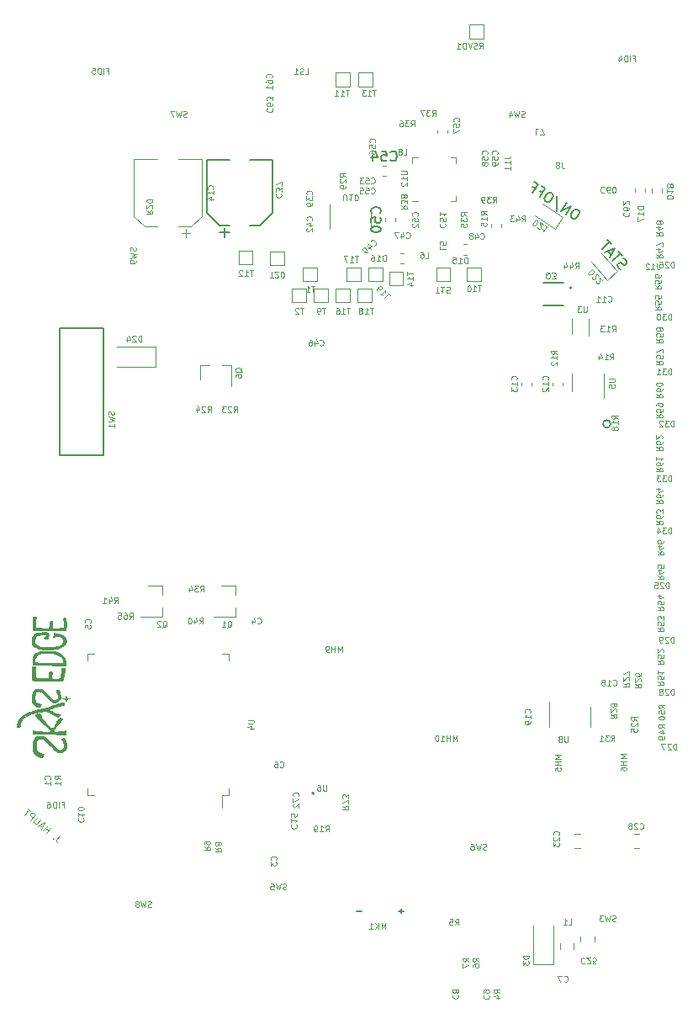
<source format=gbr>
G04 #@! TF.GenerationSoftware,KiCad,Pcbnew,5.1.6+dfsg1-1~bpo10+1*
G04 #@! TF.CreationDate,2020-12-21T12:29:25-05:00*
G04 #@! TF.ProjectId,4GRCP_Mainboard,34475243-505f-44d6-9169-6e626f617264,rev?*
G04 #@! TF.SameCoordinates,Original*
G04 #@! TF.FileFunction,Legend,Bot*
G04 #@! TF.FilePolarity,Positive*
%FSLAX46Y46*%
G04 Gerber Fmt 4.6, Leading zero omitted, Abs format (unit mm)*
G04 Created by KiCad (PCBNEW 5.1.6+dfsg1-1~bpo10+1) date 2020-12-21 12:29:25*
%MOMM*%
%LPD*%
G01*
G04 APERTURE LIST*
%ADD10C,0.120000*%
%ADD11C,0.150000*%
%ADD12C,0.152400*%
%ADD13C,0.127000*%
%ADD14C,0.200000*%
%ADD15C,0.010000*%
G04 APERTURE END LIST*
D10*
X117915723Y-137181211D02*
X117594329Y-137564233D01*
X117555585Y-137662264D01*
X117563802Y-137756186D01*
X117618980Y-137846000D01*
X117670050Y-137888852D01*
X117253276Y-137452110D02*
X117206315Y-137456219D01*
X117210423Y-137503180D01*
X117257384Y-137499071D01*
X117253276Y-137452110D01*
X117210423Y-137503180D01*
X116546518Y-136946097D02*
X116996470Y-136409866D01*
X116782207Y-136665214D02*
X116475789Y-136408099D01*
X116240100Y-136688982D02*
X116690052Y-136152751D01*
X116138845Y-136342937D02*
X115883497Y-136128674D01*
X116061357Y-136538998D02*
X116332564Y-135852783D01*
X115703869Y-136239031D01*
X115975077Y-135552816D02*
X115610831Y-135986908D01*
X115542443Y-136016551D01*
X115495482Y-136020660D01*
X115422986Y-136003342D01*
X115320847Y-135917637D01*
X115291204Y-135849250D01*
X115287095Y-135802289D01*
X115304413Y-135729793D01*
X115668659Y-135295701D01*
X114963360Y-135617669D02*
X115413311Y-135081438D01*
X115209033Y-134910028D01*
X115136537Y-134892711D01*
X115089576Y-134896819D01*
X115021188Y-134926463D01*
X114956909Y-135003067D01*
X114939592Y-135075563D01*
X114943700Y-135122524D01*
X114973344Y-135190911D01*
X115177622Y-135362321D01*
X114953684Y-134695766D02*
X114647267Y-134438651D01*
X114350524Y-135103439D02*
X114800475Y-134567208D01*
D11*
X152000000Y-144750000D02*
X152500000Y-144750000D01*
X152250000Y-145000000D02*
X152250000Y-144500000D01*
X147750000Y-144750000D02*
X148250000Y-144750000D01*
D10*
X167550000Y-150100000D02*
X165550000Y-150100000D01*
X165550000Y-150100000D02*
X165550000Y-146200000D01*
X167550000Y-150100000D02*
X167550000Y-146200000D01*
X169660000Y-148561252D02*
X169660000Y-148038748D01*
X168240000Y-148561252D02*
X168240000Y-148038748D01*
X134910000Y-132410000D02*
X134910000Y-133110000D01*
X134910000Y-133110000D02*
X134210000Y-133110000D01*
X134910000Y-119590000D02*
X134910000Y-118890000D01*
X134910000Y-118890000D02*
X134210000Y-118890000D01*
X120690000Y-119590000D02*
X120690000Y-118890000D01*
X120690000Y-118890000D02*
X121390000Y-118890000D01*
X120690000Y-132410000D02*
X120690000Y-133110000D01*
X120690000Y-133110000D02*
X121390000Y-133110000D01*
X134210000Y-133110000D02*
X134210000Y-134400000D01*
D11*
X122300000Y-98900000D02*
X122300000Y-86100000D01*
X122300000Y-86100000D02*
X117900000Y-86100000D01*
X117900000Y-86100000D02*
X117900000Y-98900000D01*
X117900000Y-98900000D02*
X122300000Y-98900000D01*
D12*
X173347099Y-95750420D02*
G75*
G03*
X173347099Y-95750420I-381000J0D01*
G01*
D10*
X130991250Y-76543750D02*
X130203750Y-76543750D01*
X130597500Y-76937500D02*
X130597500Y-76150000D01*
X126404437Y-75910000D02*
X125340000Y-74845563D01*
X131095563Y-75910000D02*
X132160000Y-74845563D01*
X131095563Y-75910000D02*
X129810000Y-75910000D01*
X126404437Y-75910000D02*
X127690000Y-75910000D01*
X125340000Y-74845563D02*
X125340000Y-69090000D01*
X132160000Y-74845563D02*
X132160000Y-69090000D01*
X132160000Y-69090000D02*
X129810000Y-69090000D01*
X125340000Y-69090000D02*
X127690000Y-69090000D01*
D11*
X134000000Y-76500000D02*
X135000000Y-76500000D01*
X134500000Y-76000000D02*
X134500000Y-77000000D01*
X132700000Y-74500000D02*
X132700000Y-69200000D01*
X134000000Y-75800000D02*
X132700000Y-74500000D01*
X135000000Y-75800000D02*
X134000000Y-75800000D01*
X138000000Y-75800000D02*
X137000000Y-75800000D01*
X139300000Y-74500000D02*
X138000000Y-75800000D01*
X139300000Y-69200000D02*
X139300000Y-74500000D01*
X137000000Y-69200000D02*
X139300000Y-69200000D01*
X132700000Y-69200000D02*
X135000000Y-69200000D01*
D10*
X156910000Y-66512779D02*
X156910000Y-66187221D01*
X155890000Y-66512779D02*
X155890000Y-66187221D01*
X158528733Y-77690000D02*
X158871267Y-77690000D01*
X158528733Y-78710000D02*
X158871267Y-78710000D01*
X152521267Y-78615000D02*
X152178733Y-78615000D01*
X152521267Y-79635000D02*
X152178733Y-79635000D01*
X176810000Y-72053733D02*
X176810000Y-72396267D01*
X175790000Y-72053733D02*
X175790000Y-72396267D01*
X177515000Y-72103733D02*
X177515000Y-72446267D01*
X178535000Y-72103733D02*
X178535000Y-72446267D01*
X167799521Y-76126175D02*
X165715425Y-74772747D01*
X168545677Y-74977196D02*
X167799521Y-76126175D01*
X166461580Y-73623768D02*
X168545677Y-74977196D01*
X173043431Y-81310553D02*
X171380641Y-79463839D01*
X174061539Y-80393845D02*
X173043431Y-81310553D01*
X172398750Y-78547130D02*
X174061539Y-80393845D01*
D13*
X166600000Y-83819000D02*
X168600000Y-83819000D01*
X168600000Y-81581000D02*
X166600000Y-81581000D01*
D14*
X169450000Y-82050000D02*
G75*
G03*
X169450000Y-82050000I-100000J0D01*
G01*
D10*
X131995000Y-89840000D02*
X131995000Y-91300000D01*
X135155000Y-89840000D02*
X135155000Y-92000000D01*
X135155000Y-89840000D02*
X134225000Y-89840000D01*
X131995000Y-89840000D02*
X132925000Y-89840000D01*
X169450000Y-86745000D02*
X169450000Y-85195000D01*
X171150000Y-86895000D02*
X171150000Y-85195000D01*
X172710000Y-90700000D02*
X172710000Y-93150000D01*
X169490000Y-92500000D02*
X169490000Y-90700000D01*
X149250000Y-76150000D02*
X149250000Y-74150000D01*
X145050000Y-76150000D02*
X145050000Y-73650000D01*
X153400000Y-73350000D02*
X153950000Y-73350000D01*
X153400000Y-68950000D02*
X153950000Y-68950000D01*
X153400000Y-69500000D02*
X153400000Y-68950000D01*
X157800000Y-73350000D02*
X157250000Y-73350000D01*
X157800000Y-72800000D02*
X157800000Y-73350000D01*
X157800000Y-68950000D02*
X157800000Y-69500000D01*
X157250000Y-68950000D02*
X157800000Y-68950000D01*
X127525000Y-88000000D02*
X127525000Y-90000000D01*
X127525000Y-90000000D02*
X123625000Y-90000000D01*
X127525000Y-88000000D02*
X123625000Y-88000000D01*
D11*
X143500000Y-132900000D02*
G75*
G03*
X143500000Y-132900000I-100000J0D01*
G01*
D15*
G36*
X118755005Y-123364948D02*
G01*
X118646516Y-123344835D01*
X118582662Y-123315115D01*
X118552890Y-123268010D01*
X118546510Y-123211250D01*
X118537062Y-123158892D01*
X118516659Y-123152789D01*
X118495635Y-123188247D01*
X118485716Y-123238859D01*
X118477982Y-123289466D01*
X118457960Y-123318127D01*
X118411758Y-123333657D01*
X118325484Y-123344872D01*
X118317248Y-123345759D01*
X118221877Y-123359059D01*
X118159764Y-123373525D01*
X118136576Y-123386497D01*
X118157980Y-123395318D01*
X118206730Y-123397609D01*
X118338085Y-123405513D01*
X118423532Y-123431252D01*
X118470359Y-123477862D01*
X118482069Y-123512357D01*
X118502339Y-123577640D01*
X118525112Y-123606596D01*
X118542242Y-123593457D01*
X118546510Y-123557988D01*
X118554755Y-123493650D01*
X118585783Y-123452481D01*
X118650600Y-123426537D01*
X118753152Y-123408801D01*
X118918804Y-123386780D01*
X118755005Y-123364948D01*
G37*
X118755005Y-123364948D02*
X118646516Y-123344835D01*
X118582662Y-123315115D01*
X118552890Y-123268010D01*
X118546510Y-123211250D01*
X118537062Y-123158892D01*
X118516659Y-123152789D01*
X118495635Y-123188247D01*
X118485716Y-123238859D01*
X118477982Y-123289466D01*
X118457960Y-123318127D01*
X118411758Y-123333657D01*
X118325484Y-123344872D01*
X118317248Y-123345759D01*
X118221877Y-123359059D01*
X118159764Y-123373525D01*
X118136576Y-123386497D01*
X118157980Y-123395318D01*
X118206730Y-123397609D01*
X118338085Y-123405513D01*
X118423532Y-123431252D01*
X118470359Y-123477862D01*
X118482069Y-123512357D01*
X118502339Y-123577640D01*
X118525112Y-123606596D01*
X118542242Y-123593457D01*
X118546510Y-123557988D01*
X118554755Y-123493650D01*
X118585783Y-123452481D01*
X118650600Y-123426537D01*
X118753152Y-123408801D01*
X118918804Y-123386780D01*
X118755005Y-123364948D01*
G36*
X118565325Y-128026705D02*
G01*
X118543034Y-127920234D01*
X118511051Y-127795437D01*
X118473608Y-127666862D01*
X118434933Y-127549052D01*
X118399256Y-127456555D01*
X118371401Y-127404635D01*
X118329100Y-127381562D01*
X118249720Y-127378790D01*
X118205054Y-127383071D01*
X118124084Y-127394764D01*
X118068970Y-127406652D01*
X118056402Y-127412004D01*
X118063212Y-127439739D01*
X118095699Y-127493819D01*
X118111878Y-127516394D01*
X118189553Y-127649168D01*
X118248361Y-127806496D01*
X118285791Y-127973645D01*
X118299331Y-128135884D01*
X118286470Y-128278481D01*
X118256747Y-128366108D01*
X118171187Y-128476825D01*
X118055874Y-128549223D01*
X117923904Y-128578420D01*
X117788370Y-128559533D01*
X117763328Y-128550118D01*
X117660696Y-128489547D01*
X117531564Y-128383094D01*
X117377654Y-128232338D01*
X117200692Y-128038854D01*
X117186016Y-128022066D01*
X116980395Y-127791343D01*
X116800795Y-127602467D01*
X116641978Y-127451765D01*
X116498702Y-127335568D01*
X116365730Y-127250205D01*
X116237823Y-127192005D01*
X116109740Y-127157297D01*
X115976243Y-127142411D01*
X115928753Y-127141213D01*
X115736192Y-127155823D01*
X115576264Y-127204246D01*
X115446951Y-127289264D01*
X115346239Y-127413663D01*
X115272110Y-127580226D01*
X115222549Y-127791737D01*
X115195540Y-128050979D01*
X115190842Y-128160109D01*
X115188452Y-128304829D01*
X115189621Y-128438056D01*
X115194007Y-128545538D01*
X115201265Y-128613025D01*
X115201820Y-128615653D01*
X115271055Y-128804703D01*
X115386002Y-128967685D01*
X115541677Y-129100410D01*
X115733093Y-129198692D01*
X115955267Y-129258342D01*
X115969548Y-129260614D01*
X116084858Y-129278265D01*
X116169712Y-129129957D01*
X116214564Y-129046824D01*
X116245319Y-128980756D01*
X116254565Y-128950498D01*
X116228673Y-128931059D01*
X116157002Y-128920456D01*
X116109619Y-128919079D01*
X115924582Y-128894145D01*
X115765230Y-128823064D01*
X115637287Y-128710323D01*
X115546478Y-128560408D01*
X115511161Y-128450000D01*
X115486561Y-128271497D01*
X115486297Y-128076279D01*
X115508397Y-127881685D01*
X115550888Y-127705059D01*
X115611795Y-127563742D01*
X115612053Y-127563304D01*
X115695848Y-127472321D01*
X115811615Y-127420268D01*
X115950844Y-127408522D01*
X116105024Y-127438463D01*
X116186652Y-127470221D01*
X116244133Y-127507968D01*
X116335160Y-127582963D01*
X116455941Y-127691774D01*
X116602684Y-127830968D01*
X116771599Y-127997114D01*
X116799005Y-128024541D01*
X117006693Y-128230149D01*
X117182953Y-128397848D01*
X117332841Y-128531177D01*
X117461412Y-128633674D01*
X117573723Y-128708878D01*
X117674830Y-128760327D01*
X117769787Y-128791560D01*
X117863652Y-128806115D01*
X117918876Y-128808307D01*
X118069194Y-128792001D01*
X118201950Y-128737176D01*
X118331781Y-128637227D01*
X118361146Y-128608785D01*
X118479211Y-128453458D01*
X118551655Y-128273892D01*
X118573695Y-128100304D01*
X118565325Y-128026705D01*
G37*
X118565325Y-128026705D02*
X118543034Y-127920234D01*
X118511051Y-127795437D01*
X118473608Y-127666862D01*
X118434933Y-127549052D01*
X118399256Y-127456555D01*
X118371401Y-127404635D01*
X118329100Y-127381562D01*
X118249720Y-127378790D01*
X118205054Y-127383071D01*
X118124084Y-127394764D01*
X118068970Y-127406652D01*
X118056402Y-127412004D01*
X118063212Y-127439739D01*
X118095699Y-127493819D01*
X118111878Y-127516394D01*
X118189553Y-127649168D01*
X118248361Y-127806496D01*
X118285791Y-127973645D01*
X118299331Y-128135884D01*
X118286470Y-128278481D01*
X118256747Y-128366108D01*
X118171187Y-128476825D01*
X118055874Y-128549223D01*
X117923904Y-128578420D01*
X117788370Y-128559533D01*
X117763328Y-128550118D01*
X117660696Y-128489547D01*
X117531564Y-128383094D01*
X117377654Y-128232338D01*
X117200692Y-128038854D01*
X117186016Y-128022066D01*
X116980395Y-127791343D01*
X116800795Y-127602467D01*
X116641978Y-127451765D01*
X116498702Y-127335568D01*
X116365730Y-127250205D01*
X116237823Y-127192005D01*
X116109740Y-127157297D01*
X115976243Y-127142411D01*
X115928753Y-127141213D01*
X115736192Y-127155823D01*
X115576264Y-127204246D01*
X115446951Y-127289264D01*
X115346239Y-127413663D01*
X115272110Y-127580226D01*
X115222549Y-127791737D01*
X115195540Y-128050979D01*
X115190842Y-128160109D01*
X115188452Y-128304829D01*
X115189621Y-128438056D01*
X115194007Y-128545538D01*
X115201265Y-128613025D01*
X115201820Y-128615653D01*
X115271055Y-128804703D01*
X115386002Y-128967685D01*
X115541677Y-129100410D01*
X115733093Y-129198692D01*
X115955267Y-129258342D01*
X115969548Y-129260614D01*
X116084858Y-129278265D01*
X116169712Y-129129957D01*
X116214564Y-129046824D01*
X116245319Y-128980756D01*
X116254565Y-128950498D01*
X116228673Y-128931059D01*
X116157002Y-128920456D01*
X116109619Y-128919079D01*
X115924582Y-128894145D01*
X115765230Y-128823064D01*
X115637287Y-128710323D01*
X115546478Y-128560408D01*
X115511161Y-128450000D01*
X115486561Y-128271497D01*
X115486297Y-128076279D01*
X115508397Y-127881685D01*
X115550888Y-127705059D01*
X115611795Y-127563742D01*
X115612053Y-127563304D01*
X115695848Y-127472321D01*
X115811615Y-127420268D01*
X115950844Y-127408522D01*
X116105024Y-127438463D01*
X116186652Y-127470221D01*
X116244133Y-127507968D01*
X116335160Y-127582963D01*
X116455941Y-127691774D01*
X116602684Y-127830968D01*
X116771599Y-127997114D01*
X116799005Y-128024541D01*
X117006693Y-128230149D01*
X117182953Y-128397848D01*
X117332841Y-128531177D01*
X117461412Y-128633674D01*
X117573723Y-128708878D01*
X117674830Y-128760327D01*
X117769787Y-128791560D01*
X117863652Y-128806115D01*
X117918876Y-128808307D01*
X118069194Y-128792001D01*
X118201950Y-128737176D01*
X118331781Y-128637227D01*
X118361146Y-128608785D01*
X118479211Y-128453458D01*
X118551655Y-128273892D01*
X118573695Y-128100304D01*
X118565325Y-128026705D01*
G36*
X118529462Y-115687650D02*
G01*
X118526203Y-115604115D01*
X118510521Y-115285694D01*
X118409902Y-115276098D01*
X118302586Y-115271578D01*
X118239783Y-115287930D01*
X118216647Y-115332484D01*
X118228333Y-115412575D01*
X118258694Y-115504953D01*
X118280120Y-115590737D01*
X118295797Y-115705653D01*
X118305378Y-115835665D01*
X118308515Y-115966737D01*
X118304864Y-116084832D01*
X118294077Y-116175914D01*
X118276474Y-116225170D01*
X118227936Y-116251703D01*
X118133339Y-116276164D01*
X118001835Y-116297376D01*
X117842574Y-116314163D01*
X117664708Y-116325349D01*
X117477388Y-116329758D01*
X117462548Y-116329783D01*
X117327111Y-116329701D01*
X117226695Y-116324773D01*
X117157083Y-116307972D01*
X117114057Y-116272274D01*
X117093401Y-116210654D01*
X117090897Y-116116086D01*
X117102328Y-115981545D01*
X117123477Y-115800006D01*
X117126942Y-115770707D01*
X117145646Y-115611957D01*
X117020986Y-115611957D01*
X116936652Y-115619769D01*
X116876931Y-115639670D01*
X116865862Y-115648664D01*
X116851934Y-115693511D01*
X116842047Y-115783906D01*
X116837039Y-115910272D01*
X116836622Y-115982821D01*
X116835526Y-116105800D01*
X116831609Y-116207528D01*
X116825527Y-116275825D01*
X116819635Y-116298125D01*
X116784084Y-116305935D01*
X116703598Y-116310512D01*
X116588352Y-116312083D01*
X116448519Y-116310876D01*
X116294274Y-116307117D01*
X116135790Y-116301035D01*
X115983243Y-116292856D01*
X115846805Y-116282807D01*
X115764274Y-116274545D01*
X115616520Y-116253676D01*
X115519011Y-116230838D01*
X115466781Y-116204784D01*
X115460815Y-116198421D01*
X115442193Y-116143909D01*
X115431190Y-116046501D01*
X115427849Y-115917996D01*
X115432210Y-115770193D01*
X115444316Y-115614891D01*
X115458365Y-115501522D01*
X115473845Y-115387950D01*
X115485853Y-115285069D01*
X115491911Y-115214211D01*
X115492023Y-115211631D01*
X115495326Y-115128805D01*
X115164022Y-115128805D01*
X115156633Y-115796386D01*
X115155536Y-115984278D01*
X115156437Y-116152586D01*
X115159143Y-116293695D01*
X115163465Y-116399989D01*
X115169209Y-116463854D01*
X115173815Y-116479152D01*
X115209728Y-116485082D01*
X115294456Y-116491206D01*
X115421598Y-116497401D01*
X115584753Y-116503546D01*
X115777520Y-116509516D01*
X115993497Y-116515190D01*
X116226283Y-116520445D01*
X116469477Y-116525157D01*
X116716678Y-116529206D01*
X116961485Y-116532467D01*
X117197496Y-116534818D01*
X117418310Y-116536136D01*
X117617527Y-116536299D01*
X117788744Y-116535185D01*
X117925560Y-116532669D01*
X117941687Y-116532196D01*
X118510656Y-116514507D01*
X118526271Y-116218522D01*
X118531504Y-116057174D01*
X118532567Y-115870355D01*
X118529462Y-115687650D01*
G37*
X118529462Y-115687650D02*
X118526203Y-115604115D01*
X118510521Y-115285694D01*
X118409902Y-115276098D01*
X118302586Y-115271578D01*
X118239783Y-115287930D01*
X118216647Y-115332484D01*
X118228333Y-115412575D01*
X118258694Y-115504953D01*
X118280120Y-115590737D01*
X118295797Y-115705653D01*
X118305378Y-115835665D01*
X118308515Y-115966737D01*
X118304864Y-116084832D01*
X118294077Y-116175914D01*
X118276474Y-116225170D01*
X118227936Y-116251703D01*
X118133339Y-116276164D01*
X118001835Y-116297376D01*
X117842574Y-116314163D01*
X117664708Y-116325349D01*
X117477388Y-116329758D01*
X117462548Y-116329783D01*
X117327111Y-116329701D01*
X117226695Y-116324773D01*
X117157083Y-116307972D01*
X117114057Y-116272274D01*
X117093401Y-116210654D01*
X117090897Y-116116086D01*
X117102328Y-115981545D01*
X117123477Y-115800006D01*
X117126942Y-115770707D01*
X117145646Y-115611957D01*
X117020986Y-115611957D01*
X116936652Y-115619769D01*
X116876931Y-115639670D01*
X116865862Y-115648664D01*
X116851934Y-115693511D01*
X116842047Y-115783906D01*
X116837039Y-115910272D01*
X116836622Y-115982821D01*
X116835526Y-116105800D01*
X116831609Y-116207528D01*
X116825527Y-116275825D01*
X116819635Y-116298125D01*
X116784084Y-116305935D01*
X116703598Y-116310512D01*
X116588352Y-116312083D01*
X116448519Y-116310876D01*
X116294274Y-116307117D01*
X116135790Y-116301035D01*
X115983243Y-116292856D01*
X115846805Y-116282807D01*
X115764274Y-116274545D01*
X115616520Y-116253676D01*
X115519011Y-116230838D01*
X115466781Y-116204784D01*
X115460815Y-116198421D01*
X115442193Y-116143909D01*
X115431190Y-116046501D01*
X115427849Y-115917996D01*
X115432210Y-115770193D01*
X115444316Y-115614891D01*
X115458365Y-115501522D01*
X115473845Y-115387950D01*
X115485853Y-115285069D01*
X115491911Y-115214211D01*
X115492023Y-115211631D01*
X115495326Y-115128805D01*
X115164022Y-115128805D01*
X115156633Y-115796386D01*
X115155536Y-115984278D01*
X115156437Y-116152586D01*
X115159143Y-116293695D01*
X115163465Y-116399989D01*
X115169209Y-116463854D01*
X115173815Y-116479152D01*
X115209728Y-116485082D01*
X115294456Y-116491206D01*
X115421598Y-116497401D01*
X115584753Y-116503546D01*
X115777520Y-116509516D01*
X115993497Y-116515190D01*
X116226283Y-116520445D01*
X116469477Y-116525157D01*
X116716678Y-116529206D01*
X116961485Y-116532467D01*
X117197496Y-116534818D01*
X117418310Y-116536136D01*
X117617527Y-116536299D01*
X117788744Y-116535185D01*
X117925560Y-116532669D01*
X117941687Y-116532196D01*
X118510656Y-116514507D01*
X118526271Y-116218522D01*
X118531504Y-116057174D01*
X118532567Y-115870355D01*
X118529462Y-115687650D01*
G36*
X118458524Y-119760163D02*
G01*
X118450979Y-119613410D01*
X118438865Y-119505272D01*
X118419150Y-119419168D01*
X118388805Y-119338519D01*
X118376526Y-119311522D01*
X118257146Y-119121236D01*
X118091220Y-118959454D01*
X117879737Y-118826582D01*
X117623687Y-118723027D01*
X117324057Y-118649196D01*
X116981837Y-118605494D01*
X116627282Y-118592248D01*
X116282665Y-118604427D01*
X115986485Y-118641318D01*
X115737549Y-118703430D01*
X115534662Y-118791271D01*
X115376631Y-118905350D01*
X115262263Y-119046176D01*
X115193478Y-119203476D01*
X115174585Y-119292361D01*
X115160750Y-119406995D01*
X115152114Y-119535286D01*
X115148817Y-119665147D01*
X115150998Y-119784485D01*
X115158797Y-119881211D01*
X115172355Y-119943236D01*
X115184728Y-119959358D01*
X115216592Y-119961785D01*
X115297637Y-119965556D01*
X115421852Y-119970483D01*
X115583222Y-119976382D01*
X115775732Y-119983068D01*
X115993370Y-119990354D01*
X116230122Y-119998056D01*
X116479974Y-120005988D01*
X116736911Y-120013964D01*
X116994921Y-120021800D01*
X117247989Y-120029309D01*
X117490102Y-120036307D01*
X117535029Y-120037564D01*
X117535029Y-119807792D01*
X117294698Y-119807765D01*
X117171583Y-119807673D01*
X116792412Y-119805966D01*
X116454687Y-119801540D01*
X116160390Y-119794490D01*
X115911499Y-119784909D01*
X115709995Y-119772891D01*
X115557858Y-119758529D01*
X115457067Y-119741917D01*
X115411023Y-119724427D01*
X115381709Y-119676796D01*
X115363297Y-119606260D01*
X115354267Y-119536363D01*
X115347934Y-119491075D01*
X115347918Y-119490979D01*
X115356876Y-119453533D01*
X115384587Y-119382502D01*
X115422970Y-119297718D01*
X115520994Y-119132873D01*
X115643595Y-119005698D01*
X115804013Y-118903333D01*
X115854239Y-118878876D01*
X115922226Y-118849061D01*
X115984447Y-118827740D01*
X116052710Y-118813161D01*
X116138824Y-118803571D01*
X116254597Y-118797218D01*
X116411836Y-118792349D01*
X116442451Y-118791570D01*
X116779999Y-118795770D01*
X117091278Y-118824874D01*
X117372758Y-118877375D01*
X117620906Y-118951767D01*
X117832193Y-119046545D01*
X118003086Y-119160202D01*
X118130056Y-119291233D01*
X118209571Y-119438131D01*
X118235813Y-119556474D01*
X118237121Y-119649507D01*
X118225285Y-119727442D01*
X118216937Y-119749236D01*
X118207697Y-119764608D01*
X118194489Y-119777057D01*
X118171884Y-119786884D01*
X118134456Y-119794393D01*
X118076778Y-119799888D01*
X117993424Y-119803672D01*
X117878965Y-119806048D01*
X117727976Y-119807320D01*
X117535029Y-119807792D01*
X117535029Y-120037564D01*
X117715246Y-120042607D01*
X117917408Y-120048025D01*
X118090572Y-120052375D01*
X118228726Y-120055471D01*
X118325856Y-120057128D01*
X118362782Y-120057352D01*
X118469369Y-120056957D01*
X118458524Y-119760163D01*
G37*
X118458524Y-119760163D02*
X118450979Y-119613410D01*
X118438865Y-119505272D01*
X118419150Y-119419168D01*
X118388805Y-119338519D01*
X118376526Y-119311522D01*
X118257146Y-119121236D01*
X118091220Y-118959454D01*
X117879737Y-118826582D01*
X117623687Y-118723027D01*
X117324057Y-118649196D01*
X116981837Y-118605494D01*
X116627282Y-118592248D01*
X116282665Y-118604427D01*
X115986485Y-118641318D01*
X115737549Y-118703430D01*
X115534662Y-118791271D01*
X115376631Y-118905350D01*
X115262263Y-119046176D01*
X115193478Y-119203476D01*
X115174585Y-119292361D01*
X115160750Y-119406995D01*
X115152114Y-119535286D01*
X115148817Y-119665147D01*
X115150998Y-119784485D01*
X115158797Y-119881211D01*
X115172355Y-119943236D01*
X115184728Y-119959358D01*
X115216592Y-119961785D01*
X115297637Y-119965556D01*
X115421852Y-119970483D01*
X115583222Y-119976382D01*
X115775732Y-119983068D01*
X115993370Y-119990354D01*
X116230122Y-119998056D01*
X116479974Y-120005988D01*
X116736911Y-120013964D01*
X116994921Y-120021800D01*
X117247989Y-120029309D01*
X117490102Y-120036307D01*
X117535029Y-120037564D01*
X117535029Y-119807792D01*
X117294698Y-119807765D01*
X117171583Y-119807673D01*
X116792412Y-119805966D01*
X116454687Y-119801540D01*
X116160390Y-119794490D01*
X115911499Y-119784909D01*
X115709995Y-119772891D01*
X115557858Y-119758529D01*
X115457067Y-119741917D01*
X115411023Y-119724427D01*
X115381709Y-119676796D01*
X115363297Y-119606260D01*
X115354267Y-119536363D01*
X115347934Y-119491075D01*
X115347918Y-119490979D01*
X115356876Y-119453533D01*
X115384587Y-119382502D01*
X115422970Y-119297718D01*
X115520994Y-119132873D01*
X115643595Y-119005698D01*
X115804013Y-118903333D01*
X115854239Y-118878876D01*
X115922226Y-118849061D01*
X115984447Y-118827740D01*
X116052710Y-118813161D01*
X116138824Y-118803571D01*
X116254597Y-118797218D01*
X116411836Y-118792349D01*
X116442451Y-118791570D01*
X116779999Y-118795770D01*
X117091278Y-118824874D01*
X117372758Y-118877375D01*
X117620906Y-118951767D01*
X117832193Y-119046545D01*
X118003086Y-119160202D01*
X118130056Y-119291233D01*
X118209571Y-119438131D01*
X118235813Y-119556474D01*
X118237121Y-119649507D01*
X118225285Y-119727442D01*
X118216937Y-119749236D01*
X118207697Y-119764608D01*
X118194489Y-119777057D01*
X118171884Y-119786884D01*
X118134456Y-119794393D01*
X118076778Y-119799888D01*
X117993424Y-119803672D01*
X117878965Y-119806048D01*
X117727976Y-119807320D01*
X117535029Y-119807792D01*
X117535029Y-120037564D01*
X117715246Y-120042607D01*
X117917408Y-120048025D01*
X118090572Y-120052375D01*
X118228726Y-120055471D01*
X118325856Y-120057128D01*
X118362782Y-120057352D01*
X118469369Y-120056957D01*
X118458524Y-119760163D01*
G36*
X118443872Y-126611914D02*
G01*
X118238144Y-126652351D01*
X118032664Y-126685588D01*
X117836176Y-126710842D01*
X117657427Y-126727331D01*
X117505161Y-126734270D01*
X117388124Y-126730877D01*
X117315062Y-126716368D01*
X117309062Y-126713525D01*
X117266449Y-126680803D01*
X117248339Y-126637399D01*
X117257053Y-126578604D01*
X117294910Y-126499710D01*
X117364228Y-126396010D01*
X117467328Y-126262796D01*
X117606527Y-126095359D01*
X117623289Y-126075653D01*
X117729268Y-125954803D01*
X117846847Y-125826302D01*
X117957470Y-125710228D01*
X118005197Y-125662320D01*
X118084909Y-125581720D01*
X118146877Y-125514606D01*
X118182239Y-125470801D01*
X118187174Y-125460637D01*
X118163925Y-125438341D01*
X118103371Y-125403231D01*
X118030042Y-125368123D01*
X117872911Y-125298632D01*
X117823564Y-125362740D01*
X117793518Y-125406587D01*
X117740573Y-125488729D01*
X117670381Y-125600198D01*
X117588595Y-125732026D01*
X117512215Y-125856621D01*
X117424718Y-125997929D01*
X117343197Y-126125497D01*
X117273398Y-126230645D01*
X117221069Y-126304693D01*
X117194016Y-126337252D01*
X117157325Y-126363027D01*
X117117396Y-126369615D01*
X117066187Y-126353408D01*
X116995655Y-126310798D01*
X116897759Y-126238176D01*
X116799659Y-126160330D01*
X116510643Y-125895841D01*
X116267736Y-125603148D01*
X116066798Y-125276933D01*
X115990728Y-125121660D01*
X115935064Y-125008563D01*
X115883361Y-124936799D01*
X115823551Y-124901687D01*
X115743568Y-124898549D01*
X115631343Y-124922706D01*
X115543641Y-124948317D01*
X115481726Y-124974798D01*
X115457409Y-125016818D01*
X115453913Y-125070468D01*
X115459694Y-125123580D01*
X115482559Y-125173248D01*
X115530790Y-125231621D01*
X115612669Y-125310845D01*
X115626467Y-125323538D01*
X115712931Y-125403687D01*
X115825394Y-125509200D01*
X115950107Y-125627118D01*
X116073318Y-125744479D01*
X116088913Y-125759407D01*
X116218901Y-125882329D01*
X116360361Y-126013494D01*
X116496479Y-126137455D01*
X116610441Y-126238762D01*
X116613478Y-126241408D01*
X116740272Y-126353172D01*
X116830373Y-126436849D01*
X116889795Y-126499353D01*
X116924553Y-126547597D01*
X116940659Y-126588496D01*
X116944169Y-126621608D01*
X116937133Y-126662392D01*
X116911085Y-126692979D01*
X116859965Y-126714365D01*
X116777713Y-126727548D01*
X116658269Y-126733524D01*
X116495576Y-126733290D01*
X116295978Y-126728240D01*
X116000735Y-126713875D01*
X115742438Y-126691070D01*
X115529545Y-126660593D01*
X115509130Y-126656780D01*
X115386612Y-126633810D01*
X115282750Y-126615361D01*
X115210461Y-126603667D01*
X115184728Y-126600672D01*
X115162283Y-126624598D01*
X115151458Y-126698853D01*
X115150217Y-126752932D01*
X115156521Y-126854389D01*
X115174693Y-126908897D01*
X115184728Y-126916286D01*
X115219760Y-126919259D01*
X115303762Y-126922876D01*
X115430494Y-126927012D01*
X115593714Y-126931545D01*
X115787181Y-126936352D01*
X116004654Y-126941308D01*
X116239892Y-126946292D01*
X116486653Y-126951179D01*
X116738696Y-126955846D01*
X116989781Y-126960170D01*
X117233664Y-126964027D01*
X117464107Y-126967295D01*
X117674866Y-126969849D01*
X117859701Y-126971567D01*
X118012371Y-126972326D01*
X118021522Y-126972339D01*
X118504674Y-126972935D01*
X118512894Y-126784093D01*
X118521114Y-126595252D01*
X118443872Y-126611914D01*
G37*
X118443872Y-126611914D02*
X118238144Y-126652351D01*
X118032664Y-126685588D01*
X117836176Y-126710842D01*
X117657427Y-126727331D01*
X117505161Y-126734270D01*
X117388124Y-126730877D01*
X117315062Y-126716368D01*
X117309062Y-126713525D01*
X117266449Y-126680803D01*
X117248339Y-126637399D01*
X117257053Y-126578604D01*
X117294910Y-126499710D01*
X117364228Y-126396010D01*
X117467328Y-126262796D01*
X117606527Y-126095359D01*
X117623289Y-126075653D01*
X117729268Y-125954803D01*
X117846847Y-125826302D01*
X117957470Y-125710228D01*
X118005197Y-125662320D01*
X118084909Y-125581720D01*
X118146877Y-125514606D01*
X118182239Y-125470801D01*
X118187174Y-125460637D01*
X118163925Y-125438341D01*
X118103371Y-125403231D01*
X118030042Y-125368123D01*
X117872911Y-125298632D01*
X117823564Y-125362740D01*
X117793518Y-125406587D01*
X117740573Y-125488729D01*
X117670381Y-125600198D01*
X117588595Y-125732026D01*
X117512215Y-125856621D01*
X117424718Y-125997929D01*
X117343197Y-126125497D01*
X117273398Y-126230645D01*
X117221069Y-126304693D01*
X117194016Y-126337252D01*
X117157325Y-126363027D01*
X117117396Y-126369615D01*
X117066187Y-126353408D01*
X116995655Y-126310798D01*
X116897759Y-126238176D01*
X116799659Y-126160330D01*
X116510643Y-125895841D01*
X116267736Y-125603148D01*
X116066798Y-125276933D01*
X115990728Y-125121660D01*
X115935064Y-125008563D01*
X115883361Y-124936799D01*
X115823551Y-124901687D01*
X115743568Y-124898549D01*
X115631343Y-124922706D01*
X115543641Y-124948317D01*
X115481726Y-124974798D01*
X115457409Y-125016818D01*
X115453913Y-125070468D01*
X115459694Y-125123580D01*
X115482559Y-125173248D01*
X115530790Y-125231621D01*
X115612669Y-125310845D01*
X115626467Y-125323538D01*
X115712931Y-125403687D01*
X115825394Y-125509200D01*
X115950107Y-125627118D01*
X116073318Y-125744479D01*
X116088913Y-125759407D01*
X116218901Y-125882329D01*
X116360361Y-126013494D01*
X116496479Y-126137455D01*
X116610441Y-126238762D01*
X116613478Y-126241408D01*
X116740272Y-126353172D01*
X116830373Y-126436849D01*
X116889795Y-126499353D01*
X116924553Y-126547597D01*
X116940659Y-126588496D01*
X116944169Y-126621608D01*
X116937133Y-126662392D01*
X116911085Y-126692979D01*
X116859965Y-126714365D01*
X116777713Y-126727548D01*
X116658269Y-126733524D01*
X116495576Y-126733290D01*
X116295978Y-126728240D01*
X116000735Y-126713875D01*
X115742438Y-126691070D01*
X115529545Y-126660593D01*
X115509130Y-126656780D01*
X115386612Y-126633810D01*
X115282750Y-126615361D01*
X115210461Y-126603667D01*
X115184728Y-126600672D01*
X115162283Y-126624598D01*
X115151458Y-126698853D01*
X115150217Y-126752932D01*
X115156521Y-126854389D01*
X115174693Y-126908897D01*
X115184728Y-126916286D01*
X115219760Y-126919259D01*
X115303762Y-126922876D01*
X115430494Y-126927012D01*
X115593714Y-126931545D01*
X115787181Y-126936352D01*
X116004654Y-126941308D01*
X116239892Y-126946292D01*
X116486653Y-126951179D01*
X116738696Y-126955846D01*
X116989781Y-126960170D01*
X117233664Y-126964027D01*
X117464107Y-126967295D01*
X117674866Y-126969849D01*
X117859701Y-126971567D01*
X118012371Y-126972326D01*
X118021522Y-126972339D01*
X118504674Y-126972935D01*
X118512894Y-126784093D01*
X118521114Y-126595252D01*
X118443872Y-126611914D01*
G36*
X118399635Y-120339861D02*
G01*
X118334377Y-120334985D01*
X118252621Y-120331269D01*
X118173724Y-120329637D01*
X118125054Y-120330484D01*
X118095944Y-120342237D01*
X118080842Y-120381929D01*
X118075491Y-120462172D01*
X118075271Y-120477990D01*
X118069780Y-120562921D01*
X118055951Y-120685326D01*
X118035906Y-120828460D01*
X118013152Y-120967760D01*
X117986395Y-121116424D01*
X117960554Y-121223972D01*
X117926769Y-121297295D01*
X117876178Y-121343288D01*
X117799920Y-121368845D01*
X117689135Y-121380859D01*
X117534961Y-121386225D01*
X117473361Y-121387704D01*
X117322171Y-121390291D01*
X117209819Y-121385157D01*
X117131827Y-121365553D01*
X117083719Y-121324729D01*
X117061018Y-121255935D01*
X117059248Y-121152421D01*
X117073931Y-121007436D01*
X117099254Y-120823643D01*
X117103512Y-120730173D01*
X117078879Y-120678922D01*
X117018781Y-120664627D01*
X116921026Y-120680931D01*
X116820543Y-120705761D01*
X116820543Y-121017350D01*
X116818976Y-121160755D01*
X116813535Y-121258101D01*
X116803116Y-121318479D01*
X116786610Y-121350978D01*
X116779130Y-121357489D01*
X116736925Y-121366737D01*
X116649944Y-121372075D01*
X116528469Y-121373792D01*
X116382783Y-121372177D01*
X116223168Y-121367520D01*
X116059904Y-121360111D01*
X115903275Y-121350238D01*
X115763562Y-121338192D01*
X115663132Y-121326075D01*
X115558091Y-121309925D01*
X115484273Y-121291156D01*
X115436671Y-121260818D01*
X115410274Y-121209961D01*
X115400073Y-121129635D01*
X115401060Y-121010889D01*
X115407149Y-120868706D01*
X115415934Y-120719527D01*
X115427890Y-120578132D01*
X115441473Y-120460115D01*
X115455137Y-120381072D01*
X115455668Y-120378923D01*
X115476754Y-120273167D01*
X115469896Y-120209394D01*
X115427977Y-120178448D01*
X115343875Y-120171171D01*
X115295497Y-120172906D01*
X115136413Y-120181196D01*
X115129038Y-120860277D01*
X115121662Y-121539357D01*
X115432893Y-121557133D01*
X115563513Y-121563347D01*
X115730875Y-121569371D01*
X115927960Y-121575111D01*
X116147749Y-121580474D01*
X116383223Y-121585366D01*
X116627362Y-121589691D01*
X116873149Y-121593357D01*
X117113562Y-121596270D01*
X117341584Y-121598334D01*
X117550196Y-121599458D01*
X117732377Y-121599545D01*
X117881110Y-121598503D01*
X117989374Y-121596237D01*
X118050151Y-121592654D01*
X118053308Y-121592225D01*
X118181726Y-121572869D01*
X118210750Y-121415402D01*
X118226675Y-121333868D01*
X118251651Y-121211794D01*
X118282885Y-121062574D01*
X118317587Y-120899600D01*
X118338001Y-120804980D01*
X118370060Y-120654875D01*
X118396875Y-120524938D01*
X118416666Y-120424158D01*
X118427654Y-120361523D01*
X118429038Y-120344975D01*
X118399635Y-120339861D01*
G37*
X118399635Y-120339861D02*
X118334377Y-120334985D01*
X118252621Y-120331269D01*
X118173724Y-120329637D01*
X118125054Y-120330484D01*
X118095944Y-120342237D01*
X118080842Y-120381929D01*
X118075491Y-120462172D01*
X118075271Y-120477990D01*
X118069780Y-120562921D01*
X118055951Y-120685326D01*
X118035906Y-120828460D01*
X118013152Y-120967760D01*
X117986395Y-121116424D01*
X117960554Y-121223972D01*
X117926769Y-121297295D01*
X117876178Y-121343288D01*
X117799920Y-121368845D01*
X117689135Y-121380859D01*
X117534961Y-121386225D01*
X117473361Y-121387704D01*
X117322171Y-121390291D01*
X117209819Y-121385157D01*
X117131827Y-121365553D01*
X117083719Y-121324729D01*
X117061018Y-121255935D01*
X117059248Y-121152421D01*
X117073931Y-121007436D01*
X117099254Y-120823643D01*
X117103512Y-120730173D01*
X117078879Y-120678922D01*
X117018781Y-120664627D01*
X116921026Y-120680931D01*
X116820543Y-120705761D01*
X116820543Y-121017350D01*
X116818976Y-121160755D01*
X116813535Y-121258101D01*
X116803116Y-121318479D01*
X116786610Y-121350978D01*
X116779130Y-121357489D01*
X116736925Y-121366737D01*
X116649944Y-121372075D01*
X116528469Y-121373792D01*
X116382783Y-121372177D01*
X116223168Y-121367520D01*
X116059904Y-121360111D01*
X115903275Y-121350238D01*
X115763562Y-121338192D01*
X115663132Y-121326075D01*
X115558091Y-121309925D01*
X115484273Y-121291156D01*
X115436671Y-121260818D01*
X115410274Y-121209961D01*
X115400073Y-121129635D01*
X115401060Y-121010889D01*
X115407149Y-120868706D01*
X115415934Y-120719527D01*
X115427890Y-120578132D01*
X115441473Y-120460115D01*
X115455137Y-120381072D01*
X115455668Y-120378923D01*
X115476754Y-120273167D01*
X115469896Y-120209394D01*
X115427977Y-120178448D01*
X115343875Y-120171171D01*
X115295497Y-120172906D01*
X115136413Y-120181196D01*
X115129038Y-120860277D01*
X115121662Y-121539357D01*
X115432893Y-121557133D01*
X115563513Y-121563347D01*
X115730875Y-121569371D01*
X115927960Y-121575111D01*
X116147749Y-121580474D01*
X116383223Y-121585366D01*
X116627362Y-121589691D01*
X116873149Y-121593357D01*
X117113562Y-121596270D01*
X117341584Y-121598334D01*
X117550196Y-121599458D01*
X117732377Y-121599545D01*
X117881110Y-121598503D01*
X117989374Y-121596237D01*
X118050151Y-121592654D01*
X118053308Y-121592225D01*
X118181726Y-121572869D01*
X118210750Y-121415402D01*
X118226675Y-121333868D01*
X118251651Y-121211794D01*
X118282885Y-121062574D01*
X118317587Y-120899600D01*
X118338001Y-120804980D01*
X118370060Y-120654875D01*
X118396875Y-120524938D01*
X118416666Y-120424158D01*
X118427654Y-120361523D01*
X118429038Y-120344975D01*
X118399635Y-120339861D01*
G36*
X118540804Y-117538339D02*
G01*
X118526419Y-117456188D01*
X118515181Y-117403173D01*
X118452904Y-117240114D01*
X118342272Y-117101127D01*
X118185184Y-116987404D01*
X117983538Y-116900137D01*
X117739234Y-116840520D01*
X117586158Y-116819824D01*
X117467327Y-116808925D01*
X117370555Y-116802296D01*
X117307918Y-116800629D01*
X117290747Y-116802877D01*
X117282188Y-116834322D01*
X117271065Y-116905527D01*
X117259746Y-117001256D01*
X117259468Y-117003962D01*
X117240085Y-117193152D01*
X117320205Y-117178340D01*
X117391784Y-117165076D01*
X117491765Y-117146509D01*
X117565978Y-117132710D01*
X117758642Y-117116052D01*
X117926187Y-117139113D01*
X118063977Y-117197772D01*
X118167373Y-117287905D01*
X118231737Y-117405390D01*
X118252431Y-117546103D01*
X118224817Y-117705923D01*
X118221674Y-117715575D01*
X118165166Y-117832354D01*
X118077051Y-117931160D01*
X117952700Y-118014421D01*
X117787489Y-118084569D01*
X117576790Y-118144032D01*
X117315976Y-118195242D01*
X117304850Y-118197085D01*
X117110330Y-118218814D01*
X116880105Y-118228096D01*
X116632164Y-118225377D01*
X116384493Y-118211100D01*
X116155079Y-118185709D01*
X116035775Y-118165735D01*
X115799117Y-118103683D01*
X115612638Y-118019276D01*
X115475781Y-117911949D01*
X115387989Y-117781137D01*
X115348705Y-117626274D01*
X115353301Y-117473361D01*
X115397376Y-117297595D01*
X115477715Y-117158448D01*
X115596495Y-117054440D01*
X115755890Y-116984096D01*
X115958076Y-116945936D01*
X116142239Y-116937551D01*
X116305975Y-116941054D01*
X116418162Y-116952775D01*
X116482194Y-116975441D01*
X116501467Y-117011781D01*
X116479375Y-117064522D01*
X116419313Y-117136393D01*
X116406413Y-117149843D01*
X116335191Y-117238055D01*
X116314559Y-117304429D01*
X116344756Y-117349469D01*
X116426021Y-117373676D01*
X116515467Y-117378491D01*
X116610977Y-117375332D01*
X116674497Y-117360220D01*
X116713085Y-117323662D01*
X116733798Y-117256166D01*
X116743695Y-117148241D01*
X116747132Y-117066933D01*
X116751125Y-116944959D01*
X116748383Y-116854256D01*
X116731992Y-116790480D01*
X116695039Y-116749290D01*
X116630614Y-116726343D01*
X116531802Y-116717298D01*
X116391692Y-116717813D01*
X116203372Y-116723544D01*
X116200622Y-116723632D01*
X116005420Y-116731506D01*
X115854025Y-116741829D01*
X115735038Y-116755886D01*
X115637064Y-116774966D01*
X115563448Y-116795565D01*
X115386963Y-116874111D01*
X115251547Y-116983088D01*
X115161649Y-117118852D01*
X115157888Y-117127562D01*
X115131414Y-117224705D01*
X115113808Y-117357450D01*
X115105782Y-117506783D01*
X115108048Y-117653694D01*
X115121318Y-117779172D01*
X115131722Y-117825910D01*
X115202015Y-117997431D01*
X115308492Y-118135552D01*
X115455971Y-118244661D01*
X115649266Y-118329150D01*
X115702391Y-118346066D01*
X115926430Y-118397647D01*
X116189892Y-118432552D01*
X116479598Y-118450903D01*
X116782369Y-118452821D01*
X117085028Y-118438426D01*
X117374396Y-118407841D01*
X117637294Y-118361185D01*
X117771640Y-118327046D01*
X118011527Y-118243908D01*
X118201250Y-118146789D01*
X118344771Y-118032629D01*
X118446052Y-117898367D01*
X118503116Y-117762069D01*
X118529938Y-117667901D01*
X118542239Y-117601117D01*
X118540804Y-117538339D01*
G37*
X118540804Y-117538339D02*
X118526419Y-117456188D01*
X118515181Y-117403173D01*
X118452904Y-117240114D01*
X118342272Y-117101127D01*
X118185184Y-116987404D01*
X117983538Y-116900137D01*
X117739234Y-116840520D01*
X117586158Y-116819824D01*
X117467327Y-116808925D01*
X117370555Y-116802296D01*
X117307918Y-116800629D01*
X117290747Y-116802877D01*
X117282188Y-116834322D01*
X117271065Y-116905527D01*
X117259746Y-117001256D01*
X117259468Y-117003962D01*
X117240085Y-117193152D01*
X117320205Y-117178340D01*
X117391784Y-117165076D01*
X117491765Y-117146509D01*
X117565978Y-117132710D01*
X117758642Y-117116052D01*
X117926187Y-117139113D01*
X118063977Y-117197772D01*
X118167373Y-117287905D01*
X118231737Y-117405390D01*
X118252431Y-117546103D01*
X118224817Y-117705923D01*
X118221674Y-117715575D01*
X118165166Y-117832354D01*
X118077051Y-117931160D01*
X117952700Y-118014421D01*
X117787489Y-118084569D01*
X117576790Y-118144032D01*
X117315976Y-118195242D01*
X117304850Y-118197085D01*
X117110330Y-118218814D01*
X116880105Y-118228096D01*
X116632164Y-118225377D01*
X116384493Y-118211100D01*
X116155079Y-118185709D01*
X116035775Y-118165735D01*
X115799117Y-118103683D01*
X115612638Y-118019276D01*
X115475781Y-117911949D01*
X115387989Y-117781137D01*
X115348705Y-117626274D01*
X115353301Y-117473361D01*
X115397376Y-117297595D01*
X115477715Y-117158448D01*
X115596495Y-117054440D01*
X115755890Y-116984096D01*
X115958076Y-116945936D01*
X116142239Y-116937551D01*
X116305975Y-116941054D01*
X116418162Y-116952775D01*
X116482194Y-116975441D01*
X116501467Y-117011781D01*
X116479375Y-117064522D01*
X116419313Y-117136393D01*
X116406413Y-117149843D01*
X116335191Y-117238055D01*
X116314559Y-117304429D01*
X116344756Y-117349469D01*
X116426021Y-117373676D01*
X116515467Y-117378491D01*
X116610977Y-117375332D01*
X116674497Y-117360220D01*
X116713085Y-117323662D01*
X116733798Y-117256166D01*
X116743695Y-117148241D01*
X116747132Y-117066933D01*
X116751125Y-116944959D01*
X116748383Y-116854256D01*
X116731992Y-116790480D01*
X116695039Y-116749290D01*
X116630614Y-116726343D01*
X116531802Y-116717298D01*
X116391692Y-116717813D01*
X116203372Y-116723544D01*
X116200622Y-116723632D01*
X116005420Y-116731506D01*
X115854025Y-116741829D01*
X115735038Y-116755886D01*
X115637064Y-116774966D01*
X115563448Y-116795565D01*
X115386963Y-116874111D01*
X115251547Y-116983088D01*
X115161649Y-117118852D01*
X115157888Y-117127562D01*
X115131414Y-117224705D01*
X115113808Y-117357450D01*
X115105782Y-117506783D01*
X115108048Y-117653694D01*
X115121318Y-117779172D01*
X115131722Y-117825910D01*
X115202015Y-117997431D01*
X115308492Y-118135552D01*
X115455971Y-118244661D01*
X115649266Y-118329150D01*
X115702391Y-118346066D01*
X115926430Y-118397647D01*
X116189892Y-118432552D01*
X116479598Y-118450903D01*
X116782369Y-118452821D01*
X117085028Y-118438426D01*
X117374396Y-118407841D01*
X117637294Y-118361185D01*
X117771640Y-118327046D01*
X118011527Y-118243908D01*
X118201250Y-118146789D01*
X118344771Y-118032629D01*
X118446052Y-117898367D01*
X118503116Y-117762069D01*
X118529938Y-117667901D01*
X118542239Y-117601117D01*
X118540804Y-117538339D01*
G36*
X117930019Y-122958879D02*
G01*
X117878535Y-122772785D01*
X117872351Y-122755707D01*
X117793256Y-122541740D01*
X117674344Y-122541740D01*
X117597823Y-122547214D01*
X117547423Y-122560956D01*
X117539543Y-122567450D01*
X117544105Y-122603805D01*
X117574141Y-122665555D01*
X117593086Y-122695476D01*
X117664467Y-122834397D01*
X117709408Y-122992717D01*
X117725819Y-123153694D01*
X117711611Y-123300585D01*
X117679890Y-123390886D01*
X117602052Y-123486240D01*
X117494722Y-123544384D01*
X117372289Y-123561618D01*
X117249147Y-123534243D01*
X117206909Y-123512449D01*
X117162198Y-123482769D01*
X117113440Y-123444449D01*
X117055182Y-123392145D01*
X116981969Y-123320512D01*
X116888350Y-123224206D01*
X116768869Y-123097883D01*
X116618074Y-122936199D01*
X116609977Y-122927482D01*
X116451570Y-122762163D01*
X116317516Y-122636012D01*
X116199478Y-122543696D01*
X116089120Y-122479879D01*
X115978107Y-122439229D01*
X115858103Y-122416411D01*
X115802549Y-122410824D01*
X115612623Y-122419206D01*
X115447498Y-122474169D01*
X115312215Y-122572126D01*
X115211813Y-122709488D01*
X115153367Y-122873044D01*
X115133667Y-122996729D01*
X115119302Y-123152475D01*
X115111031Y-123320995D01*
X115109619Y-123483003D01*
X115115825Y-123619211D01*
X115121865Y-123670606D01*
X115174779Y-123839084D01*
X115273510Y-123983756D01*
X115411742Y-124099008D01*
X115583158Y-124179227D01*
X115732697Y-124213440D01*
X115811766Y-124221473D01*
X115857888Y-124211227D01*
X115892579Y-124173519D01*
X115916114Y-124135153D01*
X115971387Y-124036989D01*
X115993331Y-123975746D01*
X115978262Y-123941761D01*
X115922495Y-123925372D01*
X115833181Y-123917597D01*
X115670892Y-123889494D01*
X115545565Y-123826374D01*
X115455064Y-123725359D01*
X115397252Y-123583567D01*
X115369992Y-123398116D01*
X115367145Y-123289334D01*
X115380064Y-123082977D01*
X115415507Y-122911107D01*
X115471664Y-122779800D01*
X115543486Y-122697472D01*
X115638803Y-122656352D01*
X115760543Y-122643880D01*
X115887822Y-122660227D01*
X115979117Y-122693918D01*
X116026361Y-122727323D01*
X116105346Y-122793252D01*
X116208778Y-122885176D01*
X116329360Y-122996565D01*
X116459800Y-123120888D01*
X116502672Y-123162572D01*
X116705342Y-123355944D01*
X116877979Y-123509212D01*
X117025479Y-123625035D01*
X117152741Y-123706073D01*
X117264661Y-123754987D01*
X117366137Y-123774435D01*
X117462067Y-123767078D01*
X117557346Y-123735576D01*
X117557529Y-123735495D01*
X117700190Y-123648303D01*
X117826926Y-123526894D01*
X117904060Y-123415386D01*
X117943367Y-123292365D01*
X117951824Y-123136134D01*
X117930019Y-122958879D01*
G37*
X117930019Y-122958879D02*
X117878535Y-122772785D01*
X117872351Y-122755707D01*
X117793256Y-122541740D01*
X117674344Y-122541740D01*
X117597823Y-122547214D01*
X117547423Y-122560956D01*
X117539543Y-122567450D01*
X117544105Y-122603805D01*
X117574141Y-122665555D01*
X117593086Y-122695476D01*
X117664467Y-122834397D01*
X117709408Y-122992717D01*
X117725819Y-123153694D01*
X117711611Y-123300585D01*
X117679890Y-123390886D01*
X117602052Y-123486240D01*
X117494722Y-123544384D01*
X117372289Y-123561618D01*
X117249147Y-123534243D01*
X117206909Y-123512449D01*
X117162198Y-123482769D01*
X117113440Y-123444449D01*
X117055182Y-123392145D01*
X116981969Y-123320512D01*
X116888350Y-123224206D01*
X116768869Y-123097883D01*
X116618074Y-122936199D01*
X116609977Y-122927482D01*
X116451570Y-122762163D01*
X116317516Y-122636012D01*
X116199478Y-122543696D01*
X116089120Y-122479879D01*
X115978107Y-122439229D01*
X115858103Y-122416411D01*
X115802549Y-122410824D01*
X115612623Y-122419206D01*
X115447498Y-122474169D01*
X115312215Y-122572126D01*
X115211813Y-122709488D01*
X115153367Y-122873044D01*
X115133667Y-122996729D01*
X115119302Y-123152475D01*
X115111031Y-123320995D01*
X115109619Y-123483003D01*
X115115825Y-123619211D01*
X115121865Y-123670606D01*
X115174779Y-123839084D01*
X115273510Y-123983756D01*
X115411742Y-124099008D01*
X115583158Y-124179227D01*
X115732697Y-124213440D01*
X115811766Y-124221473D01*
X115857888Y-124211227D01*
X115892579Y-124173519D01*
X115916114Y-124135153D01*
X115971387Y-124036989D01*
X115993331Y-123975746D01*
X115978262Y-123941761D01*
X115922495Y-123925372D01*
X115833181Y-123917597D01*
X115670892Y-123889494D01*
X115545565Y-123826374D01*
X115455064Y-123725359D01*
X115397252Y-123583567D01*
X115369992Y-123398116D01*
X115367145Y-123289334D01*
X115380064Y-123082977D01*
X115415507Y-122911107D01*
X115471664Y-122779800D01*
X115543486Y-122697472D01*
X115638803Y-122656352D01*
X115760543Y-122643880D01*
X115887822Y-122660227D01*
X115979117Y-122693918D01*
X116026361Y-122727323D01*
X116105346Y-122793252D01*
X116208778Y-122885176D01*
X116329360Y-122996565D01*
X116459800Y-123120888D01*
X116502672Y-123162572D01*
X116705342Y-123355944D01*
X116877979Y-123509212D01*
X117025479Y-123625035D01*
X117152741Y-123706073D01*
X117264661Y-123754987D01*
X117366137Y-123774435D01*
X117462067Y-123767078D01*
X117557346Y-123735576D01*
X117557529Y-123735495D01*
X117700190Y-123648303D01*
X117826926Y-123526894D01*
X117904060Y-123415386D01*
X117943367Y-123292365D01*
X117951824Y-123136134D01*
X117930019Y-122958879D01*
G36*
X118317119Y-123817973D02*
G01*
X118295121Y-123772029D01*
X118289271Y-123768604D01*
X118245319Y-123770147D01*
X118157939Y-123787991D01*
X118035612Y-123819611D01*
X117886819Y-123862484D01*
X117720042Y-123914085D01*
X117543761Y-123971889D01*
X117366458Y-124033374D01*
X117223569Y-124085780D01*
X117027433Y-124158535D01*
X116852999Y-124219832D01*
X116688505Y-124273006D01*
X116522187Y-124321393D01*
X116342283Y-124368330D01*
X116137031Y-124417153D01*
X115894666Y-124471196D01*
X115767432Y-124498738D01*
X115459746Y-124567249D01*
X115199981Y-124630594D01*
X114981326Y-124690913D01*
X114796971Y-124750343D01*
X114640105Y-124811024D01*
X114503916Y-124875095D01*
X114418587Y-124922312D01*
X114252413Y-125037212D01*
X114079544Y-125185981D01*
X113916822Y-125352538D01*
X113781086Y-125520804D01*
X113760108Y-125551087D01*
X113692315Y-125667528D01*
X113635053Y-125795358D01*
X113590499Y-125924946D01*
X113560831Y-126046660D01*
X113548223Y-126150869D01*
X113554853Y-126227942D01*
X113582897Y-126268248D01*
X113597228Y-126271839D01*
X113693206Y-126271870D01*
X113777578Y-126262137D01*
X113830283Y-126245175D01*
X113834558Y-126241843D01*
X113850218Y-126205420D01*
X113870277Y-126129598D01*
X113890815Y-126029567D01*
X113894106Y-126011056D01*
X113940628Y-125822291D01*
X114014306Y-125656859D01*
X114123125Y-125500953D01*
X114275071Y-125340766D01*
X114289672Y-125327032D01*
X114466465Y-125180080D01*
X114661224Y-125055078D01*
X114880429Y-124949607D01*
X115130562Y-124861250D01*
X115418102Y-124787587D01*
X115749530Y-124726201D01*
X115992282Y-124691644D01*
X116164118Y-124670408D01*
X116304473Y-124657287D01*
X116423767Y-124654431D01*
X116532417Y-124663987D01*
X116640840Y-124688102D01*
X116759455Y-124728925D01*
X116898678Y-124788601D01*
X117068927Y-124869280D01*
X117225137Y-124945796D01*
X117726185Y-125192375D01*
X117808819Y-125143960D01*
X117880825Y-125091244D01*
X117927202Y-125037009D01*
X117938412Y-124993619D01*
X117932539Y-124983554D01*
X117898156Y-124969746D01*
X117824929Y-124950573D01*
X117728422Y-124930088D01*
X117724275Y-124929294D01*
X117620759Y-124902692D01*
X117486322Y-124858434D01*
X117339672Y-124803077D01*
X117221168Y-124752991D01*
X117047977Y-124674070D01*
X116921684Y-124612371D01*
X116837971Y-124564471D01*
X116792522Y-124526948D01*
X116781023Y-124496379D01*
X116799155Y-124469342D01*
X116834694Y-124446554D01*
X116884596Y-124426450D01*
X116978013Y-124394702D01*
X117105186Y-124354194D01*
X117256358Y-124307807D01*
X117421769Y-124258424D01*
X117591662Y-124208926D01*
X117756279Y-124162198D01*
X117905861Y-124121120D01*
X118030651Y-124088575D01*
X118111250Y-124069490D01*
X118325217Y-124023205D01*
X118325217Y-123902802D01*
X118317119Y-123817973D01*
G37*
X118317119Y-123817973D02*
X118295121Y-123772029D01*
X118289271Y-123768604D01*
X118245319Y-123770147D01*
X118157939Y-123787991D01*
X118035612Y-123819611D01*
X117886819Y-123862484D01*
X117720042Y-123914085D01*
X117543761Y-123971889D01*
X117366458Y-124033374D01*
X117223569Y-124085780D01*
X117027433Y-124158535D01*
X116852999Y-124219832D01*
X116688505Y-124273006D01*
X116522187Y-124321393D01*
X116342283Y-124368330D01*
X116137031Y-124417153D01*
X115894666Y-124471196D01*
X115767432Y-124498738D01*
X115459746Y-124567249D01*
X115199981Y-124630594D01*
X114981326Y-124690913D01*
X114796971Y-124750343D01*
X114640105Y-124811024D01*
X114503916Y-124875095D01*
X114418587Y-124922312D01*
X114252413Y-125037212D01*
X114079544Y-125185981D01*
X113916822Y-125352538D01*
X113781086Y-125520804D01*
X113760108Y-125551087D01*
X113692315Y-125667528D01*
X113635053Y-125795358D01*
X113590499Y-125924946D01*
X113560831Y-126046660D01*
X113548223Y-126150869D01*
X113554853Y-126227942D01*
X113582897Y-126268248D01*
X113597228Y-126271839D01*
X113693206Y-126271870D01*
X113777578Y-126262137D01*
X113830283Y-126245175D01*
X113834558Y-126241843D01*
X113850218Y-126205420D01*
X113870277Y-126129598D01*
X113890815Y-126029567D01*
X113894106Y-126011056D01*
X113940628Y-125822291D01*
X114014306Y-125656859D01*
X114123125Y-125500953D01*
X114275071Y-125340766D01*
X114289672Y-125327032D01*
X114466465Y-125180080D01*
X114661224Y-125055078D01*
X114880429Y-124949607D01*
X115130562Y-124861250D01*
X115418102Y-124787587D01*
X115749530Y-124726201D01*
X115992282Y-124691644D01*
X116164118Y-124670408D01*
X116304473Y-124657287D01*
X116423767Y-124654431D01*
X116532417Y-124663987D01*
X116640840Y-124688102D01*
X116759455Y-124728925D01*
X116898678Y-124788601D01*
X117068927Y-124869280D01*
X117225137Y-124945796D01*
X117726185Y-125192375D01*
X117808819Y-125143960D01*
X117880825Y-125091244D01*
X117927202Y-125037009D01*
X117938412Y-124993619D01*
X117932539Y-124983554D01*
X117898156Y-124969746D01*
X117824929Y-124950573D01*
X117728422Y-124930088D01*
X117724275Y-124929294D01*
X117620759Y-124902692D01*
X117486322Y-124858434D01*
X117339672Y-124803077D01*
X117221168Y-124752991D01*
X117047977Y-124674070D01*
X116921684Y-124612371D01*
X116837971Y-124564471D01*
X116792522Y-124526948D01*
X116781023Y-124496379D01*
X116799155Y-124469342D01*
X116834694Y-124446554D01*
X116884596Y-124426450D01*
X116978013Y-124394702D01*
X117105186Y-124354194D01*
X117256358Y-124307807D01*
X117421769Y-124258424D01*
X117591662Y-124208926D01*
X117756279Y-124162198D01*
X117905861Y-124121120D01*
X118030651Y-124088575D01*
X118111250Y-124069490D01*
X118325217Y-124023205D01*
X118325217Y-123902802D01*
X118317119Y-123817973D01*
D10*
X169741422Y-136990000D02*
X170258578Y-136990000D01*
X169741422Y-138410000D02*
X170258578Y-138410000D01*
X170340000Y-147291422D02*
X170340000Y-147808578D01*
X171760000Y-147291422D02*
X171760000Y-147808578D01*
X175741422Y-138410000D02*
X176258578Y-138410000D01*
X175741422Y-136990000D02*
X176258578Y-136990000D01*
X146800000Y-81400000D02*
X148200000Y-81400000D01*
X148200000Y-81400000D02*
X148200000Y-80000000D01*
X148200000Y-80000000D02*
X146800000Y-80000000D01*
X146800000Y-80000000D02*
X146800000Y-81400000D01*
X158900000Y-81400000D02*
X160300000Y-81400000D01*
X160300000Y-81400000D02*
X160300000Y-80000000D01*
X160300000Y-80000000D02*
X158900000Y-80000000D01*
X158900000Y-80000000D02*
X158900000Y-81400000D01*
X145700000Y-60400000D02*
X145700000Y-61800000D01*
X147100000Y-60400000D02*
X145700000Y-60400000D01*
X147100000Y-61800000D02*
X147100000Y-60400000D01*
X145700000Y-61800000D02*
X147100000Y-61800000D01*
X151050000Y-80425000D02*
X151050000Y-81825000D01*
X152450000Y-80425000D02*
X151050000Y-80425000D01*
X152450000Y-81825000D02*
X152450000Y-80425000D01*
X151050000Y-81825000D02*
X152450000Y-81825000D01*
X155800000Y-80000000D02*
X155800000Y-81400000D01*
X157200000Y-80000000D02*
X155800000Y-80000000D01*
X157200000Y-81400000D02*
X157200000Y-80000000D01*
X155800000Y-81400000D02*
X157200000Y-81400000D01*
X145700000Y-83500000D02*
X147100000Y-83500000D01*
X147100000Y-83500000D02*
X147100000Y-82100000D01*
X147100000Y-82100000D02*
X145700000Y-82100000D01*
X145700000Y-82100000D02*
X145700000Y-83500000D01*
X149000000Y-81400000D02*
X150400000Y-81400000D01*
X150400000Y-81400000D02*
X150400000Y-80000000D01*
X150400000Y-80000000D02*
X149000000Y-80000000D01*
X149000000Y-80000000D02*
X149000000Y-81400000D01*
X147975000Y-60400000D02*
X147975000Y-61800000D01*
X149375000Y-60400000D02*
X147975000Y-60400000D01*
X149375000Y-61800000D02*
X149375000Y-60400000D01*
X147975000Y-61800000D02*
X149375000Y-61800000D01*
X147900000Y-82100000D02*
X147900000Y-83500000D01*
X149300000Y-82100000D02*
X147900000Y-82100000D01*
X149300000Y-83500000D02*
X149300000Y-82100000D01*
X147900000Y-83500000D02*
X149300000Y-83500000D01*
X171350000Y-126250000D02*
X171350000Y-124250000D01*
X167150000Y-126250000D02*
X167150000Y-123750000D01*
X139075000Y-79800000D02*
X140475000Y-79800000D01*
X140475000Y-79800000D02*
X140475000Y-78400000D01*
X140475000Y-78400000D02*
X139075000Y-78400000D01*
X139075000Y-78400000D02*
X139075000Y-79800000D01*
X135900000Y-79700000D02*
X137300000Y-79700000D01*
X137300000Y-79700000D02*
X137300000Y-78300000D01*
X137300000Y-78300000D02*
X135900000Y-78300000D01*
X135900000Y-78300000D02*
X135900000Y-79700000D01*
X143500000Y-83500000D02*
X144900000Y-83500000D01*
X144900000Y-83500000D02*
X144900000Y-82100000D01*
X144900000Y-82100000D02*
X143500000Y-82100000D01*
X143500000Y-82100000D02*
X143500000Y-83500000D01*
X141300000Y-82100000D02*
X141300000Y-83500000D01*
X142700000Y-82100000D02*
X141300000Y-82100000D01*
X142700000Y-83500000D02*
X142700000Y-82100000D01*
X141300000Y-83500000D02*
X142700000Y-83500000D01*
X142400000Y-81400000D02*
X143800000Y-81400000D01*
X143800000Y-81400000D02*
X143800000Y-80000000D01*
X143800000Y-80000000D02*
X142400000Y-80000000D01*
X142400000Y-80000000D02*
X142400000Y-81400000D01*
X159125000Y-55575000D02*
X159125000Y-56975000D01*
X160525000Y-55575000D02*
X159125000Y-55575000D01*
X160525000Y-56975000D02*
X160525000Y-55575000D01*
X159125000Y-56975000D02*
X160525000Y-56975000D01*
X135585000Y-112020000D02*
X135585000Y-112950000D01*
X135585000Y-115180000D02*
X135585000Y-114250000D01*
X135585000Y-115180000D02*
X133425000Y-115180000D01*
X135585000Y-112020000D02*
X134125000Y-112020000D01*
X128210000Y-112020000D02*
X126750000Y-112020000D01*
X128210000Y-115180000D02*
X126050000Y-115180000D01*
X128210000Y-115180000D02*
X128210000Y-114250000D01*
X128210000Y-112020000D02*
X128210000Y-112950000D01*
X161290000Y-75637221D02*
X161290000Y-75962779D01*
X162310000Y-75637221D02*
X162310000Y-75962779D01*
X168510000Y-91587221D02*
X168510000Y-91912779D01*
X167490000Y-91587221D02*
X167490000Y-91912779D01*
X165360000Y-91912779D02*
X165360000Y-91587221D01*
X164340000Y-91912779D02*
X164340000Y-91587221D01*
X150690000Y-75037221D02*
X150690000Y-75362779D01*
X151710000Y-75037221D02*
X151710000Y-75362779D01*
X150722779Y-70790000D02*
X150397221Y-70790000D01*
X150722779Y-69770000D02*
X150397221Y-69770000D01*
X168331428Y-129050000D02*
X167731428Y-129050000D01*
X168160000Y-129250000D01*
X167731428Y-129450000D01*
X168331428Y-129450000D01*
X168331428Y-129735714D02*
X167731428Y-129735714D01*
X168017142Y-129735714D02*
X168017142Y-130078571D01*
X168331428Y-130078571D02*
X167731428Y-130078571D01*
X167731428Y-130650000D02*
X167731428Y-130364285D01*
X168017142Y-130335714D01*
X167988571Y-130364285D01*
X167960000Y-130421428D01*
X167960000Y-130564285D01*
X167988571Y-130621428D01*
X168017142Y-130650000D01*
X168074285Y-130678571D01*
X168217142Y-130678571D01*
X168274285Y-130650000D01*
X168302857Y-130621428D01*
X168331428Y-130564285D01*
X168331428Y-130421428D01*
X168302857Y-130364285D01*
X168274285Y-130335714D01*
X157885714Y-127671428D02*
X157885714Y-127071428D01*
X157685714Y-127500000D01*
X157485714Y-127071428D01*
X157485714Y-127671428D01*
X157200000Y-127671428D02*
X157200000Y-127071428D01*
X157200000Y-127357142D02*
X156857142Y-127357142D01*
X156857142Y-127671428D02*
X156857142Y-127071428D01*
X156257142Y-127671428D02*
X156600000Y-127671428D01*
X156428571Y-127671428D02*
X156428571Y-127071428D01*
X156485714Y-127157142D01*
X156542857Y-127214285D01*
X156600000Y-127242857D01*
X155885714Y-127071428D02*
X155828571Y-127071428D01*
X155771428Y-127100000D01*
X155742857Y-127128571D01*
X155714285Y-127185714D01*
X155685714Y-127300000D01*
X155685714Y-127442857D01*
X155714285Y-127557142D01*
X155742857Y-127614285D01*
X155771428Y-127642857D01*
X155828571Y-127671428D01*
X155885714Y-127671428D01*
X155942857Y-127642857D01*
X155971428Y-127614285D01*
X156000000Y-127557142D01*
X156028571Y-127442857D01*
X156028571Y-127300000D01*
X156000000Y-127185714D01*
X155971428Y-127128571D01*
X155942857Y-127100000D01*
X155885714Y-127071428D01*
X146300000Y-118721428D02*
X146300000Y-118121428D01*
X146100000Y-118550000D01*
X145900000Y-118121428D01*
X145900000Y-118721428D01*
X145614285Y-118721428D02*
X145614285Y-118121428D01*
X145614285Y-118407142D02*
X145271428Y-118407142D01*
X145271428Y-118721428D02*
X145271428Y-118121428D01*
X144957142Y-118721428D02*
X144842857Y-118721428D01*
X144785714Y-118692857D01*
X144757142Y-118664285D01*
X144700000Y-118578571D01*
X144671428Y-118464285D01*
X144671428Y-118235714D01*
X144700000Y-118178571D01*
X144728571Y-118150000D01*
X144785714Y-118121428D01*
X144900000Y-118121428D01*
X144957142Y-118150000D01*
X144985714Y-118178571D01*
X145014285Y-118235714D01*
X145014285Y-118378571D01*
X144985714Y-118435714D01*
X144957142Y-118464285D01*
X144900000Y-118492857D01*
X144785714Y-118492857D01*
X144728571Y-118464285D01*
X144700000Y-118435714D01*
X144671428Y-118378571D01*
X179978571Y-128521428D02*
X179978571Y-127921428D01*
X179835714Y-127921428D01*
X179750000Y-127950000D01*
X179692857Y-128007142D01*
X179664285Y-128064285D01*
X179635714Y-128178571D01*
X179635714Y-128264285D01*
X179664285Y-128378571D01*
X179692857Y-128435714D01*
X179750000Y-128492857D01*
X179835714Y-128521428D01*
X179978571Y-128521428D01*
X179407142Y-127978571D02*
X179378571Y-127950000D01*
X179321428Y-127921428D01*
X179178571Y-127921428D01*
X179121428Y-127950000D01*
X179092857Y-127978571D01*
X179064285Y-128035714D01*
X179064285Y-128092857D01*
X179092857Y-128178571D01*
X179435714Y-128521428D01*
X179064285Y-128521428D01*
X178864285Y-127921428D02*
X178464285Y-127921428D01*
X178721428Y-128521428D01*
X150685714Y-146571428D02*
X150685714Y-145971428D01*
X150485714Y-146400000D01*
X150285714Y-145971428D01*
X150285714Y-146571428D01*
X150000000Y-146571428D02*
X150000000Y-145971428D01*
X149657142Y-146571428D02*
X149914285Y-146228571D01*
X149657142Y-145971428D02*
X150000000Y-146314285D01*
X149085714Y-146571428D02*
X149428571Y-146571428D01*
X149257142Y-146571428D02*
X149257142Y-145971428D01*
X149314285Y-146057142D01*
X149371428Y-146114285D01*
X149428571Y-146142857D01*
X130673000Y-64842857D02*
X130587285Y-64871428D01*
X130444428Y-64871428D01*
X130387285Y-64842857D01*
X130358714Y-64814285D01*
X130330142Y-64757142D01*
X130330142Y-64700000D01*
X130358714Y-64642857D01*
X130387285Y-64614285D01*
X130444428Y-64585714D01*
X130558714Y-64557142D01*
X130615857Y-64528571D01*
X130644428Y-64500000D01*
X130673000Y-64442857D01*
X130673000Y-64385714D01*
X130644428Y-64328571D01*
X130615857Y-64300000D01*
X130558714Y-64271428D01*
X130415857Y-64271428D01*
X130330142Y-64300000D01*
X130130142Y-64271428D02*
X129987285Y-64871428D01*
X129873000Y-64442857D01*
X129758714Y-64871428D01*
X129615857Y-64271428D01*
X129444428Y-64271428D02*
X129044428Y-64271428D01*
X129301571Y-64871428D01*
X164700000Y-64842857D02*
X164614285Y-64871428D01*
X164471428Y-64871428D01*
X164414285Y-64842857D01*
X164385714Y-64814285D01*
X164357142Y-64757142D01*
X164357142Y-64700000D01*
X164385714Y-64642857D01*
X164414285Y-64614285D01*
X164471428Y-64585714D01*
X164585714Y-64557142D01*
X164642857Y-64528571D01*
X164671428Y-64500000D01*
X164700000Y-64442857D01*
X164700000Y-64385714D01*
X164671428Y-64328571D01*
X164642857Y-64300000D01*
X164585714Y-64271428D01*
X164442857Y-64271428D01*
X164357142Y-64300000D01*
X164157142Y-64271428D02*
X164014285Y-64871428D01*
X163900000Y-64442857D01*
X163785714Y-64871428D01*
X163642857Y-64271428D01*
X163157142Y-64471428D02*
X163157142Y-64871428D01*
X163300000Y-64242857D02*
X163442857Y-64671428D01*
X163071428Y-64671428D01*
X173850000Y-145792857D02*
X173764285Y-145821428D01*
X173621428Y-145821428D01*
X173564285Y-145792857D01*
X173535714Y-145764285D01*
X173507142Y-145707142D01*
X173507142Y-145650000D01*
X173535714Y-145592857D01*
X173564285Y-145564285D01*
X173621428Y-145535714D01*
X173735714Y-145507142D01*
X173792857Y-145478571D01*
X173821428Y-145450000D01*
X173850000Y-145392857D01*
X173850000Y-145335714D01*
X173821428Y-145278571D01*
X173792857Y-145250000D01*
X173735714Y-145221428D01*
X173592857Y-145221428D01*
X173507142Y-145250000D01*
X173307142Y-145221428D02*
X173164285Y-145821428D01*
X173050000Y-145392857D01*
X172935714Y-145821428D01*
X172792857Y-145221428D01*
X172621428Y-145221428D02*
X172250000Y-145221428D01*
X172450000Y-145450000D01*
X172364285Y-145450000D01*
X172307142Y-145478571D01*
X172278571Y-145507142D01*
X172250000Y-145564285D01*
X172250000Y-145707142D01*
X172278571Y-145764285D01*
X172307142Y-145792857D01*
X172364285Y-145821428D01*
X172535714Y-145821428D01*
X172592857Y-145792857D01*
X172621428Y-145764285D01*
X160850000Y-138592857D02*
X160764285Y-138621428D01*
X160621428Y-138621428D01*
X160564285Y-138592857D01*
X160535714Y-138564285D01*
X160507142Y-138507142D01*
X160507142Y-138450000D01*
X160535714Y-138392857D01*
X160564285Y-138364285D01*
X160621428Y-138335714D01*
X160735714Y-138307142D01*
X160792857Y-138278571D01*
X160821428Y-138250000D01*
X160850000Y-138192857D01*
X160850000Y-138135714D01*
X160821428Y-138078571D01*
X160792857Y-138050000D01*
X160735714Y-138021428D01*
X160592857Y-138021428D01*
X160507142Y-138050000D01*
X160307142Y-138021428D02*
X160164285Y-138621428D01*
X160050000Y-138192857D01*
X159935714Y-138621428D01*
X159792857Y-138021428D01*
X159307142Y-138021428D02*
X159421428Y-138021428D01*
X159478571Y-138050000D01*
X159507142Y-138078571D01*
X159564285Y-138164285D01*
X159592857Y-138278571D01*
X159592857Y-138507142D01*
X159564285Y-138564285D01*
X159535714Y-138592857D01*
X159478571Y-138621428D01*
X159364285Y-138621428D01*
X159307142Y-138592857D01*
X159278571Y-138564285D01*
X159250000Y-138507142D01*
X159250000Y-138364285D01*
X159278571Y-138307142D01*
X159307142Y-138278571D01*
X159364285Y-138250000D01*
X159478571Y-138250000D01*
X159535714Y-138278571D01*
X159564285Y-138307142D01*
X159592857Y-138364285D01*
X140700000Y-142592857D02*
X140614285Y-142621428D01*
X140471428Y-142621428D01*
X140414285Y-142592857D01*
X140385714Y-142564285D01*
X140357142Y-142507142D01*
X140357142Y-142450000D01*
X140385714Y-142392857D01*
X140414285Y-142364285D01*
X140471428Y-142335714D01*
X140585714Y-142307142D01*
X140642857Y-142278571D01*
X140671428Y-142250000D01*
X140700000Y-142192857D01*
X140700000Y-142135714D01*
X140671428Y-142078571D01*
X140642857Y-142050000D01*
X140585714Y-142021428D01*
X140442857Y-142021428D01*
X140357142Y-142050000D01*
X140157142Y-142021428D02*
X140014285Y-142621428D01*
X139900000Y-142192857D01*
X139785714Y-142621428D01*
X139642857Y-142021428D01*
X139128571Y-142021428D02*
X139414285Y-142021428D01*
X139442857Y-142307142D01*
X139414285Y-142278571D01*
X139357142Y-142250000D01*
X139214285Y-142250000D01*
X139157142Y-142278571D01*
X139128571Y-142307142D01*
X139100000Y-142364285D01*
X139100000Y-142507142D01*
X139128571Y-142564285D01*
X139157142Y-142592857D01*
X139214285Y-142621428D01*
X139357142Y-142621428D01*
X139414285Y-142592857D01*
X139442857Y-142564285D01*
X127100000Y-144342857D02*
X127014285Y-144371428D01*
X126871428Y-144371428D01*
X126814285Y-144342857D01*
X126785714Y-144314285D01*
X126757142Y-144257142D01*
X126757142Y-144200000D01*
X126785714Y-144142857D01*
X126814285Y-144114285D01*
X126871428Y-144085714D01*
X126985714Y-144057142D01*
X127042857Y-144028571D01*
X127071428Y-144000000D01*
X127100000Y-143942857D01*
X127100000Y-143885714D01*
X127071428Y-143828571D01*
X127042857Y-143800000D01*
X126985714Y-143771428D01*
X126842857Y-143771428D01*
X126757142Y-143800000D01*
X126557142Y-143771428D02*
X126414285Y-144371428D01*
X126300000Y-143942857D01*
X126185714Y-144371428D01*
X126042857Y-143771428D01*
X125728571Y-144028571D02*
X125785714Y-144000000D01*
X125814285Y-143971428D01*
X125842857Y-143914285D01*
X125842857Y-143885714D01*
X125814285Y-143828571D01*
X125785714Y-143800000D01*
X125728571Y-143771428D01*
X125614285Y-143771428D01*
X125557142Y-143800000D01*
X125528571Y-143828571D01*
X125500000Y-143885714D01*
X125500000Y-143914285D01*
X125528571Y-143971428D01*
X125557142Y-144000000D01*
X125614285Y-144028571D01*
X125728571Y-144028571D01*
X125785714Y-144057142D01*
X125814285Y-144085714D01*
X125842857Y-144142857D01*
X125842857Y-144257142D01*
X125814285Y-144314285D01*
X125785714Y-144342857D01*
X125728571Y-144371428D01*
X125614285Y-144371428D01*
X125557142Y-144342857D01*
X125528571Y-144314285D01*
X125500000Y-144257142D01*
X125500000Y-144142857D01*
X125528571Y-144085714D01*
X125557142Y-144057142D01*
X125614285Y-144028571D01*
X165121428Y-149257142D02*
X164521428Y-149257142D01*
X164521428Y-149400000D01*
X164550000Y-149485714D01*
X164607142Y-149542857D01*
X164664285Y-149571428D01*
X164778571Y-149600000D01*
X164864285Y-149600000D01*
X164978571Y-149571428D01*
X165035714Y-149542857D01*
X165092857Y-149485714D01*
X165121428Y-149400000D01*
X165121428Y-149257142D01*
X164521428Y-149800000D02*
X164521428Y-150171428D01*
X164750000Y-149971428D01*
X164750000Y-150057142D01*
X164778571Y-150114285D01*
X164807142Y-150142857D01*
X164864285Y-150171428D01*
X165007142Y-150171428D01*
X165064285Y-150142857D01*
X165092857Y-150114285D01*
X165121428Y-150057142D01*
X165121428Y-149885714D01*
X165092857Y-149828571D01*
X165064285Y-149800000D01*
X169100000Y-146171428D02*
X169385714Y-146171428D01*
X169385714Y-145571428D01*
X168585714Y-146171428D02*
X168928571Y-146171428D01*
X168757142Y-146171428D02*
X168757142Y-145571428D01*
X168814285Y-145657142D01*
X168871428Y-145714285D01*
X168928571Y-145742857D01*
X136821428Y-125542857D02*
X137307142Y-125542857D01*
X137364285Y-125571428D01*
X137392857Y-125600000D01*
X137421428Y-125657142D01*
X137421428Y-125771428D01*
X137392857Y-125828571D01*
X137364285Y-125857142D01*
X137307142Y-125885714D01*
X136821428Y-125885714D01*
X137021428Y-126428571D02*
X137421428Y-126428571D01*
X136792857Y-126285714D02*
X137221428Y-126142857D01*
X137221428Y-126514285D01*
X175642857Y-58957142D02*
X175842857Y-58957142D01*
X175842857Y-59271428D02*
X175842857Y-58671428D01*
X175557142Y-58671428D01*
X175328571Y-59271428D02*
X175328571Y-58671428D01*
X175042857Y-59271428D02*
X175042857Y-58671428D01*
X174900000Y-58671428D01*
X174814285Y-58700000D01*
X174757142Y-58757142D01*
X174728571Y-58814285D01*
X174700000Y-58928571D01*
X174700000Y-59014285D01*
X174728571Y-59128571D01*
X174757142Y-59185714D01*
X174814285Y-59242857D01*
X174900000Y-59271428D01*
X175042857Y-59271428D01*
X174185714Y-58871428D02*
X174185714Y-59271428D01*
X174328571Y-58642857D02*
X174471428Y-59071428D01*
X174100000Y-59071428D01*
X122642857Y-60207142D02*
X122842857Y-60207142D01*
X122842857Y-60521428D02*
X122842857Y-59921428D01*
X122557142Y-59921428D01*
X122328571Y-60521428D02*
X122328571Y-59921428D01*
X122042857Y-60521428D02*
X122042857Y-59921428D01*
X121900000Y-59921428D01*
X121814285Y-59950000D01*
X121757142Y-60007142D01*
X121728571Y-60064285D01*
X121700000Y-60178571D01*
X121700000Y-60264285D01*
X121728571Y-60378571D01*
X121757142Y-60435714D01*
X121814285Y-60492857D01*
X121900000Y-60521428D01*
X122042857Y-60521428D01*
X121157142Y-59921428D02*
X121442857Y-59921428D01*
X121471428Y-60207142D01*
X121442857Y-60178571D01*
X121385714Y-60150000D01*
X121242857Y-60150000D01*
X121185714Y-60178571D01*
X121157142Y-60207142D01*
X121128571Y-60264285D01*
X121128571Y-60407142D01*
X121157142Y-60464285D01*
X121185714Y-60492857D01*
X121242857Y-60521428D01*
X121385714Y-60521428D01*
X121442857Y-60492857D01*
X121471428Y-60464285D01*
X118117857Y-134057142D02*
X118317857Y-134057142D01*
X118317857Y-134371428D02*
X118317857Y-133771428D01*
X118032142Y-133771428D01*
X117803571Y-134371428D02*
X117803571Y-133771428D01*
X117517857Y-134371428D02*
X117517857Y-133771428D01*
X117375000Y-133771428D01*
X117289285Y-133800000D01*
X117232142Y-133857142D01*
X117203571Y-133914285D01*
X117175000Y-134028571D01*
X117175000Y-134114285D01*
X117203571Y-134228571D01*
X117232142Y-134285714D01*
X117289285Y-134342857D01*
X117375000Y-134371428D01*
X117517857Y-134371428D01*
X116660714Y-133771428D02*
X116775000Y-133771428D01*
X116832142Y-133800000D01*
X116860714Y-133828571D01*
X116917857Y-133914285D01*
X116946428Y-134028571D01*
X116946428Y-134257142D01*
X116917857Y-134314285D01*
X116889285Y-134342857D01*
X116832142Y-134371428D01*
X116717857Y-134371428D01*
X116660714Y-134342857D01*
X116632142Y-134314285D01*
X116603571Y-134257142D01*
X116603571Y-134114285D01*
X116632142Y-134057142D01*
X116660714Y-134028571D01*
X116717857Y-134000000D01*
X116832142Y-134000000D01*
X116889285Y-134028571D01*
X116917857Y-134057142D01*
X116946428Y-134114285D01*
X123342857Y-94500000D02*
X123371428Y-94585714D01*
X123371428Y-94728571D01*
X123342857Y-94785714D01*
X123314285Y-94814285D01*
X123257142Y-94842857D01*
X123200000Y-94842857D01*
X123142857Y-94814285D01*
X123114285Y-94785714D01*
X123085714Y-94728571D01*
X123057142Y-94614285D01*
X123028571Y-94557142D01*
X123000000Y-94528571D01*
X122942857Y-94500000D01*
X122885714Y-94500000D01*
X122828571Y-94528571D01*
X122800000Y-94557142D01*
X122771428Y-94614285D01*
X122771428Y-94757142D01*
X122800000Y-94842857D01*
X122771428Y-95042857D02*
X123371428Y-95185714D01*
X122942857Y-95300000D01*
X123371428Y-95414285D01*
X122771428Y-95557142D01*
X123371428Y-96100000D02*
X123371428Y-95757142D01*
X123371428Y-95928571D02*
X122771428Y-95928571D01*
X122857142Y-95871428D01*
X122914285Y-95814285D01*
X122942857Y-95757142D01*
X135385714Y-94571428D02*
X135585714Y-94285714D01*
X135728571Y-94571428D02*
X135728571Y-93971428D01*
X135500000Y-93971428D01*
X135442857Y-94000000D01*
X135414285Y-94028571D01*
X135385714Y-94085714D01*
X135385714Y-94171428D01*
X135414285Y-94228571D01*
X135442857Y-94257142D01*
X135500000Y-94285714D01*
X135728571Y-94285714D01*
X135157142Y-94028571D02*
X135128571Y-94000000D01*
X135071428Y-93971428D01*
X134928571Y-93971428D01*
X134871428Y-94000000D01*
X134842857Y-94028571D01*
X134814285Y-94085714D01*
X134814285Y-94142857D01*
X134842857Y-94228571D01*
X135185714Y-94571428D01*
X134814285Y-94571428D01*
X134614285Y-93971428D02*
X134242857Y-93971428D01*
X134442857Y-94200000D01*
X134357142Y-94200000D01*
X134300000Y-94228571D01*
X134271428Y-94257142D01*
X134242857Y-94314285D01*
X134242857Y-94457142D01*
X134271428Y-94514285D01*
X134300000Y-94542857D01*
X134357142Y-94571428D01*
X134528571Y-94571428D01*
X134585714Y-94542857D01*
X134614285Y-94514285D01*
X132760714Y-94571428D02*
X132960714Y-94285714D01*
X133103571Y-94571428D02*
X133103571Y-93971428D01*
X132875000Y-93971428D01*
X132817857Y-94000000D01*
X132789285Y-94028571D01*
X132760714Y-94085714D01*
X132760714Y-94171428D01*
X132789285Y-94228571D01*
X132817857Y-94257142D01*
X132875000Y-94285714D01*
X133103571Y-94285714D01*
X132532142Y-94028571D02*
X132503571Y-94000000D01*
X132446428Y-93971428D01*
X132303571Y-93971428D01*
X132246428Y-94000000D01*
X132217857Y-94028571D01*
X132189285Y-94085714D01*
X132189285Y-94142857D01*
X132217857Y-94228571D01*
X132560714Y-94571428D01*
X132189285Y-94571428D01*
X131675000Y-94171428D02*
X131675000Y-94571428D01*
X131817857Y-93942857D02*
X131960714Y-94371428D01*
X131589285Y-94371428D01*
X116914285Y-131500000D02*
X116942857Y-131471428D01*
X116971428Y-131385714D01*
X116971428Y-131328571D01*
X116942857Y-131242857D01*
X116885714Y-131185714D01*
X116828571Y-131157142D01*
X116714285Y-131128571D01*
X116628571Y-131128571D01*
X116514285Y-131157142D01*
X116457142Y-131185714D01*
X116400000Y-131242857D01*
X116371428Y-131328571D01*
X116371428Y-131385714D01*
X116400000Y-131471428D01*
X116428571Y-131500000D01*
X116971428Y-132071428D02*
X116971428Y-131728571D01*
X116971428Y-131900000D02*
X116371428Y-131900000D01*
X116457142Y-131842857D01*
X116514285Y-131785714D01*
X116542857Y-131728571D01*
X139664285Y-139625000D02*
X139692857Y-139596428D01*
X139721428Y-139510714D01*
X139721428Y-139453571D01*
X139692857Y-139367857D01*
X139635714Y-139310714D01*
X139578571Y-139282142D01*
X139464285Y-139253571D01*
X139378571Y-139253571D01*
X139264285Y-139282142D01*
X139207142Y-139310714D01*
X139150000Y-139367857D01*
X139121428Y-139453571D01*
X139121428Y-139510714D01*
X139150000Y-139596428D01*
X139178571Y-139625000D01*
X139121428Y-139825000D02*
X139121428Y-140196428D01*
X139350000Y-139996428D01*
X139350000Y-140082142D01*
X139378571Y-140139285D01*
X139407142Y-140167857D01*
X139464285Y-140196428D01*
X139607142Y-140196428D01*
X139664285Y-140167857D01*
X139692857Y-140139285D01*
X139721428Y-140082142D01*
X139721428Y-139910714D01*
X139692857Y-139853571D01*
X139664285Y-139825000D01*
X137800000Y-115814285D02*
X137828571Y-115842857D01*
X137914285Y-115871428D01*
X137971428Y-115871428D01*
X138057142Y-115842857D01*
X138114285Y-115785714D01*
X138142857Y-115728571D01*
X138171428Y-115614285D01*
X138171428Y-115528571D01*
X138142857Y-115414285D01*
X138114285Y-115357142D01*
X138057142Y-115300000D01*
X137971428Y-115271428D01*
X137914285Y-115271428D01*
X137828571Y-115300000D01*
X137800000Y-115328571D01*
X137285714Y-115471428D02*
X137285714Y-115871428D01*
X137428571Y-115242857D02*
X137571428Y-115671428D01*
X137200000Y-115671428D01*
X120959285Y-115750000D02*
X120987857Y-115721428D01*
X121016428Y-115635714D01*
X121016428Y-115578571D01*
X120987857Y-115492857D01*
X120930714Y-115435714D01*
X120873571Y-115407142D01*
X120759285Y-115378571D01*
X120673571Y-115378571D01*
X120559285Y-115407142D01*
X120502142Y-115435714D01*
X120445000Y-115492857D01*
X120416428Y-115578571D01*
X120416428Y-115635714D01*
X120445000Y-115721428D01*
X120473571Y-115750000D01*
X120416428Y-116292857D02*
X120416428Y-116007142D01*
X120702142Y-115978571D01*
X120673571Y-116007142D01*
X120645000Y-116064285D01*
X120645000Y-116207142D01*
X120673571Y-116264285D01*
X120702142Y-116292857D01*
X120759285Y-116321428D01*
X120902142Y-116321428D01*
X120959285Y-116292857D01*
X120987857Y-116264285D01*
X121016428Y-116207142D01*
X121016428Y-116064285D01*
X120987857Y-116007142D01*
X120959285Y-115978571D01*
X140075000Y-130264285D02*
X140103571Y-130292857D01*
X140189285Y-130321428D01*
X140246428Y-130321428D01*
X140332142Y-130292857D01*
X140389285Y-130235714D01*
X140417857Y-130178571D01*
X140446428Y-130064285D01*
X140446428Y-129978571D01*
X140417857Y-129864285D01*
X140389285Y-129807142D01*
X140332142Y-129750000D01*
X140246428Y-129721428D01*
X140189285Y-129721428D01*
X140103571Y-129750000D01*
X140075000Y-129778571D01*
X139560714Y-129721428D02*
X139675000Y-129721428D01*
X139732142Y-129750000D01*
X139760714Y-129778571D01*
X139817857Y-129864285D01*
X139846428Y-129978571D01*
X139846428Y-130207142D01*
X139817857Y-130264285D01*
X139789285Y-130292857D01*
X139732142Y-130321428D01*
X139617857Y-130321428D01*
X139560714Y-130292857D01*
X139532142Y-130264285D01*
X139503571Y-130207142D01*
X139503571Y-130064285D01*
X139532142Y-130007142D01*
X139560714Y-129978571D01*
X139617857Y-129950000D01*
X139732142Y-129950000D01*
X139789285Y-129978571D01*
X139817857Y-130007142D01*
X139846428Y-130064285D01*
X168650000Y-151814285D02*
X168678571Y-151842857D01*
X168764285Y-151871428D01*
X168821428Y-151871428D01*
X168907142Y-151842857D01*
X168964285Y-151785714D01*
X168992857Y-151728571D01*
X169021428Y-151614285D01*
X169021428Y-151528571D01*
X168992857Y-151414285D01*
X168964285Y-151357142D01*
X168907142Y-151300000D01*
X168821428Y-151271428D01*
X168764285Y-151271428D01*
X168678571Y-151300000D01*
X168650000Y-151328571D01*
X168450000Y-151271428D02*
X168050000Y-151271428D01*
X168307142Y-151871428D01*
X157485714Y-153200000D02*
X157457142Y-153228571D01*
X157428571Y-153314285D01*
X157428571Y-153371428D01*
X157457142Y-153457142D01*
X157514285Y-153514285D01*
X157571428Y-153542857D01*
X157685714Y-153571428D01*
X157771428Y-153571428D01*
X157885714Y-153542857D01*
X157942857Y-153514285D01*
X158000000Y-153457142D01*
X158028571Y-153371428D01*
X158028571Y-153314285D01*
X158000000Y-153228571D01*
X157971428Y-153200000D01*
X157771428Y-152857142D02*
X157800000Y-152914285D01*
X157828571Y-152942857D01*
X157885714Y-152971428D01*
X157914285Y-152971428D01*
X157971428Y-152942857D01*
X158000000Y-152914285D01*
X158028571Y-152857142D01*
X158028571Y-152742857D01*
X158000000Y-152685714D01*
X157971428Y-152657142D01*
X157914285Y-152628571D01*
X157885714Y-152628571D01*
X157828571Y-152657142D01*
X157800000Y-152685714D01*
X157771428Y-152742857D01*
X157771428Y-152857142D01*
X157742857Y-152914285D01*
X157714285Y-152942857D01*
X157657142Y-152971428D01*
X157542857Y-152971428D01*
X157485714Y-152942857D01*
X157457142Y-152914285D01*
X157428571Y-152857142D01*
X157428571Y-152742857D01*
X157457142Y-152685714D01*
X157485714Y-152657142D01*
X157542857Y-152628571D01*
X157657142Y-152628571D01*
X157714285Y-152657142D01*
X157742857Y-152685714D01*
X157771428Y-152742857D01*
X160585714Y-153250000D02*
X160557142Y-153278571D01*
X160528571Y-153364285D01*
X160528571Y-153421428D01*
X160557142Y-153507142D01*
X160614285Y-153564285D01*
X160671428Y-153592857D01*
X160785714Y-153621428D01*
X160871428Y-153621428D01*
X160985714Y-153592857D01*
X161042857Y-153564285D01*
X161100000Y-153507142D01*
X161128571Y-153421428D01*
X161128571Y-153364285D01*
X161100000Y-153278571D01*
X161071428Y-153250000D01*
X160528571Y-152964285D02*
X160528571Y-152850000D01*
X160557142Y-152792857D01*
X160585714Y-152764285D01*
X160671428Y-152707142D01*
X160785714Y-152678571D01*
X161014285Y-152678571D01*
X161071428Y-152707142D01*
X161100000Y-152735714D01*
X161128571Y-152792857D01*
X161128571Y-152907142D01*
X161100000Y-152964285D01*
X161071428Y-152992857D01*
X161014285Y-153021428D01*
X160871428Y-153021428D01*
X160814285Y-152992857D01*
X160785714Y-152964285D01*
X160757142Y-152907142D01*
X160757142Y-152792857D01*
X160785714Y-152735714D01*
X160814285Y-152707142D01*
X160871428Y-152678571D01*
X119785714Y-135425714D02*
X119757142Y-135454285D01*
X119728571Y-135540000D01*
X119728571Y-135597142D01*
X119757142Y-135682857D01*
X119814285Y-135740000D01*
X119871428Y-135768571D01*
X119985714Y-135797142D01*
X120071428Y-135797142D01*
X120185714Y-135768571D01*
X120242857Y-135740000D01*
X120300000Y-135682857D01*
X120328571Y-135597142D01*
X120328571Y-135540000D01*
X120300000Y-135454285D01*
X120271428Y-135425714D01*
X119728571Y-134854285D02*
X119728571Y-135197142D01*
X119728571Y-135025714D02*
X120328571Y-135025714D01*
X120242857Y-135082857D01*
X120185714Y-135140000D01*
X120157142Y-135197142D01*
X120328571Y-134482857D02*
X120328571Y-134425714D01*
X120300000Y-134368571D01*
X120271428Y-134340000D01*
X120214285Y-134311428D01*
X120100000Y-134282857D01*
X119957142Y-134282857D01*
X119842857Y-134311428D01*
X119785714Y-134340000D01*
X119757142Y-134368571D01*
X119728571Y-134425714D01*
X119728571Y-134482857D01*
X119757142Y-134540000D01*
X119785714Y-134568571D01*
X119842857Y-134597142D01*
X119957142Y-134625714D01*
X120100000Y-134625714D01*
X120214285Y-134597142D01*
X120271428Y-134568571D01*
X120300000Y-134540000D01*
X120328571Y-134482857D01*
X173085714Y-83414285D02*
X173114285Y-83442857D01*
X173200000Y-83471428D01*
X173257142Y-83471428D01*
X173342857Y-83442857D01*
X173400000Y-83385714D01*
X173428571Y-83328571D01*
X173457142Y-83214285D01*
X173457142Y-83128571D01*
X173428571Y-83014285D01*
X173400000Y-82957142D01*
X173342857Y-82900000D01*
X173257142Y-82871428D01*
X173200000Y-82871428D01*
X173114285Y-82900000D01*
X173085714Y-82928571D01*
X172514285Y-83471428D02*
X172857142Y-83471428D01*
X172685714Y-83471428D02*
X172685714Y-82871428D01*
X172742857Y-82957142D01*
X172800000Y-83014285D01*
X172857142Y-83042857D01*
X171942857Y-83471428D02*
X172285714Y-83471428D01*
X172114285Y-83471428D02*
X172114285Y-82871428D01*
X172171428Y-82957142D01*
X172228571Y-83014285D01*
X172285714Y-83042857D01*
X133314285Y-72114285D02*
X133342857Y-72085714D01*
X133371428Y-72000000D01*
X133371428Y-71942857D01*
X133342857Y-71857142D01*
X133285714Y-71800000D01*
X133228571Y-71771428D01*
X133114285Y-71742857D01*
X133028571Y-71742857D01*
X132914285Y-71771428D01*
X132857142Y-71800000D01*
X132800000Y-71857142D01*
X132771428Y-71942857D01*
X132771428Y-72000000D01*
X132800000Y-72085714D01*
X132828571Y-72114285D01*
X133371428Y-72685714D02*
X133371428Y-72342857D01*
X133371428Y-72514285D02*
X132771428Y-72514285D01*
X132857142Y-72457142D01*
X132914285Y-72400000D01*
X132942857Y-72342857D01*
X132971428Y-73200000D02*
X133371428Y-73200000D01*
X132742857Y-73057142D02*
X133171428Y-72914285D01*
X133171428Y-73285714D01*
X141215714Y-136085714D02*
X141187142Y-136114285D01*
X141158571Y-136200000D01*
X141158571Y-136257142D01*
X141187142Y-136342857D01*
X141244285Y-136400000D01*
X141301428Y-136428571D01*
X141415714Y-136457142D01*
X141501428Y-136457142D01*
X141615714Y-136428571D01*
X141672857Y-136400000D01*
X141730000Y-136342857D01*
X141758571Y-136257142D01*
X141758571Y-136200000D01*
X141730000Y-136114285D01*
X141701428Y-136085714D01*
X141158571Y-135514285D02*
X141158571Y-135857142D01*
X141158571Y-135685714D02*
X141758571Y-135685714D01*
X141672857Y-135742857D01*
X141615714Y-135800000D01*
X141587142Y-135857142D01*
X141758571Y-134971428D02*
X141758571Y-135257142D01*
X141472857Y-135285714D01*
X141501428Y-135257142D01*
X141530000Y-135200000D01*
X141530000Y-135057142D01*
X141501428Y-135000000D01*
X141472857Y-134971428D01*
X141415714Y-134942857D01*
X141272857Y-134942857D01*
X141215714Y-134971428D01*
X141187142Y-135000000D01*
X141158571Y-135057142D01*
X141158571Y-135200000D01*
X141187142Y-135257142D01*
X141215714Y-135285714D01*
X139685714Y-72585714D02*
X139657142Y-72614285D01*
X139628571Y-72700000D01*
X139628571Y-72757142D01*
X139657142Y-72842857D01*
X139714285Y-72900000D01*
X139771428Y-72928571D01*
X139885714Y-72957142D01*
X139971428Y-72957142D01*
X140085714Y-72928571D01*
X140142857Y-72900000D01*
X140200000Y-72842857D01*
X140228571Y-72757142D01*
X140228571Y-72700000D01*
X140200000Y-72614285D01*
X140171428Y-72585714D01*
X140228571Y-72385714D02*
X140228571Y-72014285D01*
X140000000Y-72214285D01*
X140000000Y-72128571D01*
X139971428Y-72071428D01*
X139942857Y-72042857D01*
X139885714Y-72014285D01*
X139742857Y-72014285D01*
X139685714Y-72042857D01*
X139657142Y-72071428D01*
X139628571Y-72128571D01*
X139628571Y-72300000D01*
X139657142Y-72357142D01*
X139685714Y-72385714D01*
X140228571Y-71814285D02*
X140228571Y-71414285D01*
X139628571Y-71671428D01*
X143264285Y-72664285D02*
X143292857Y-72635714D01*
X143321428Y-72550000D01*
X143321428Y-72492857D01*
X143292857Y-72407142D01*
X143235714Y-72350000D01*
X143178571Y-72321428D01*
X143064285Y-72292857D01*
X142978571Y-72292857D01*
X142864285Y-72321428D01*
X142807142Y-72350000D01*
X142750000Y-72407142D01*
X142721428Y-72492857D01*
X142721428Y-72550000D01*
X142750000Y-72635714D01*
X142778571Y-72664285D01*
X142721428Y-72864285D02*
X142721428Y-73235714D01*
X142950000Y-73035714D01*
X142950000Y-73121428D01*
X142978571Y-73178571D01*
X143007142Y-73207142D01*
X143064285Y-73235714D01*
X143207142Y-73235714D01*
X143264285Y-73207142D01*
X143292857Y-73178571D01*
X143321428Y-73121428D01*
X143321428Y-72950000D01*
X143292857Y-72892857D01*
X143264285Y-72864285D01*
X143321428Y-73521428D02*
X143321428Y-73635714D01*
X143292857Y-73692857D01*
X143264285Y-73721428D01*
X143178571Y-73778571D01*
X143064285Y-73807142D01*
X142835714Y-73807142D01*
X142778571Y-73778571D01*
X142750000Y-73750000D01*
X142721428Y-73692857D01*
X142721428Y-73578571D01*
X142750000Y-73521428D01*
X142778571Y-73492857D01*
X142835714Y-73464285D01*
X142978571Y-73464285D01*
X143035714Y-73492857D01*
X143064285Y-73521428D01*
X143092857Y-73578571D01*
X143092857Y-73692857D01*
X143064285Y-73750000D01*
X143035714Y-73778571D01*
X142978571Y-73807142D01*
X143264285Y-75264285D02*
X143292857Y-75235714D01*
X143321428Y-75150000D01*
X143321428Y-75092857D01*
X143292857Y-75007142D01*
X143235714Y-74950000D01*
X143178571Y-74921428D01*
X143064285Y-74892857D01*
X142978571Y-74892857D01*
X142864285Y-74921428D01*
X142807142Y-74950000D01*
X142750000Y-75007142D01*
X142721428Y-75092857D01*
X142721428Y-75150000D01*
X142750000Y-75235714D01*
X142778571Y-75264285D01*
X142921428Y-75778571D02*
X143321428Y-75778571D01*
X142692857Y-75635714D02*
X143121428Y-75492857D01*
X143121428Y-75864285D01*
X142778571Y-76064285D02*
X142750000Y-76092857D01*
X142721428Y-76150000D01*
X142721428Y-76292857D01*
X142750000Y-76350000D01*
X142778571Y-76378571D01*
X142835714Y-76407142D01*
X142892857Y-76407142D01*
X142978571Y-76378571D01*
X143321428Y-76035714D01*
X143321428Y-76407142D01*
X144085714Y-87814285D02*
X144114285Y-87842857D01*
X144200000Y-87871428D01*
X144257142Y-87871428D01*
X144342857Y-87842857D01*
X144400000Y-87785714D01*
X144428571Y-87728571D01*
X144457142Y-87614285D01*
X144457142Y-87528571D01*
X144428571Y-87414285D01*
X144400000Y-87357142D01*
X144342857Y-87300000D01*
X144257142Y-87271428D01*
X144200000Y-87271428D01*
X144114285Y-87300000D01*
X144085714Y-87328571D01*
X143571428Y-87471428D02*
X143571428Y-87871428D01*
X143714285Y-87242857D02*
X143857142Y-87671428D01*
X143485714Y-87671428D01*
X143000000Y-87271428D02*
X143114285Y-87271428D01*
X143171428Y-87300000D01*
X143200000Y-87328571D01*
X143257142Y-87414285D01*
X143285714Y-87528571D01*
X143285714Y-87757142D01*
X143257142Y-87814285D01*
X143228571Y-87842857D01*
X143171428Y-87871428D01*
X143057142Y-87871428D01*
X143000000Y-87842857D01*
X142971428Y-87814285D01*
X142942857Y-87757142D01*
X142942857Y-87614285D01*
X142971428Y-87557142D01*
X143000000Y-87528571D01*
X143057142Y-87500000D01*
X143171428Y-87500000D01*
X143228571Y-87528571D01*
X143257142Y-87557142D01*
X143285714Y-87614285D01*
X152785714Y-77014285D02*
X152814285Y-77042857D01*
X152900000Y-77071428D01*
X152957142Y-77071428D01*
X153042857Y-77042857D01*
X153100000Y-76985714D01*
X153128571Y-76928571D01*
X153157142Y-76814285D01*
X153157142Y-76728571D01*
X153128571Y-76614285D01*
X153100000Y-76557142D01*
X153042857Y-76500000D01*
X152957142Y-76471428D01*
X152900000Y-76471428D01*
X152814285Y-76500000D01*
X152785714Y-76528571D01*
X152271428Y-76671428D02*
X152271428Y-77071428D01*
X152414285Y-76442857D02*
X152557142Y-76871428D01*
X152185714Y-76871428D01*
X152014285Y-76471428D02*
X151614285Y-76471428D01*
X151871428Y-77071428D01*
X160260714Y-77089285D02*
X160289285Y-77117857D01*
X160375000Y-77146428D01*
X160432142Y-77146428D01*
X160517857Y-77117857D01*
X160575000Y-77060714D01*
X160603571Y-77003571D01*
X160632142Y-76889285D01*
X160632142Y-76803571D01*
X160603571Y-76689285D01*
X160575000Y-76632142D01*
X160517857Y-76575000D01*
X160432142Y-76546428D01*
X160375000Y-76546428D01*
X160289285Y-76575000D01*
X160260714Y-76603571D01*
X159746428Y-76746428D02*
X159746428Y-77146428D01*
X159889285Y-76517857D02*
X160032142Y-76946428D01*
X159660714Y-76946428D01*
X159346428Y-76803571D02*
X159403571Y-76775000D01*
X159432142Y-76746428D01*
X159460714Y-76689285D01*
X159460714Y-76660714D01*
X159432142Y-76603571D01*
X159403571Y-76575000D01*
X159346428Y-76546428D01*
X159232142Y-76546428D01*
X159175000Y-76575000D01*
X159146428Y-76603571D01*
X159117857Y-76660714D01*
X159117857Y-76689285D01*
X159146428Y-76746428D01*
X159175000Y-76775000D01*
X159232142Y-76803571D01*
X159346428Y-76803571D01*
X159403571Y-76832142D01*
X159432142Y-76860714D01*
X159460714Y-76917857D01*
X159460714Y-77032142D01*
X159432142Y-77089285D01*
X159403571Y-77117857D01*
X159346428Y-77146428D01*
X159232142Y-77146428D01*
X159175000Y-77117857D01*
X159146428Y-77089285D01*
X159117857Y-77032142D01*
X159117857Y-76917857D01*
X159146428Y-76860714D01*
X159175000Y-76832142D01*
X159232142Y-76803571D01*
X149524264Y-77778781D02*
X149564670Y-77778781D01*
X149645482Y-77738375D01*
X149685888Y-77697969D01*
X149726294Y-77617157D01*
X149726294Y-77536345D01*
X149706091Y-77475735D01*
X149645482Y-77374720D01*
X149584873Y-77314111D01*
X149483857Y-77253502D01*
X149423248Y-77233299D01*
X149342436Y-77233299D01*
X149261624Y-77273705D01*
X149221218Y-77314111D01*
X149180812Y-77394923D01*
X149180812Y-77435329D01*
X148918172Y-77900000D02*
X149201015Y-78182842D01*
X148857563Y-77637360D02*
X149261624Y-77839390D01*
X148998984Y-78102030D01*
X148958578Y-78425279D02*
X148877766Y-78506091D01*
X148817157Y-78526294D01*
X148776751Y-78526294D01*
X148675735Y-78506091D01*
X148574720Y-78445482D01*
X148413096Y-78283857D01*
X148392893Y-78223248D01*
X148392893Y-78182842D01*
X148413096Y-78122233D01*
X148493908Y-78041421D01*
X148554517Y-78021218D01*
X148594923Y-78021218D01*
X148655532Y-78041421D01*
X148756548Y-78142436D01*
X148776751Y-78203045D01*
X148776751Y-78243451D01*
X148756548Y-78304061D01*
X148675735Y-78384873D01*
X148615126Y-78405076D01*
X148574720Y-78405076D01*
X148514111Y-78384873D01*
X156185714Y-75585714D02*
X156157142Y-75614285D01*
X156128571Y-75700000D01*
X156128571Y-75757142D01*
X156157142Y-75842857D01*
X156214285Y-75900000D01*
X156271428Y-75928571D01*
X156385714Y-75957142D01*
X156471428Y-75957142D01*
X156585714Y-75928571D01*
X156642857Y-75900000D01*
X156700000Y-75842857D01*
X156728571Y-75757142D01*
X156728571Y-75700000D01*
X156700000Y-75614285D01*
X156671428Y-75585714D01*
X156728571Y-75042857D02*
X156728571Y-75328571D01*
X156442857Y-75357142D01*
X156471428Y-75328571D01*
X156500000Y-75271428D01*
X156500000Y-75128571D01*
X156471428Y-75071428D01*
X156442857Y-75042857D01*
X156385714Y-75014285D01*
X156242857Y-75014285D01*
X156185714Y-75042857D01*
X156157142Y-75071428D01*
X156128571Y-75128571D01*
X156128571Y-75271428D01*
X156157142Y-75328571D01*
X156185714Y-75357142D01*
X156128571Y-74442857D02*
X156128571Y-74785714D01*
X156128571Y-74614285D02*
X156728571Y-74614285D01*
X156642857Y-74671428D01*
X156585714Y-74728571D01*
X156557142Y-74785714D01*
X153914285Y-74814285D02*
X153942857Y-74785714D01*
X153971428Y-74700000D01*
X153971428Y-74642857D01*
X153942857Y-74557142D01*
X153885714Y-74500000D01*
X153828571Y-74471428D01*
X153714285Y-74442857D01*
X153628571Y-74442857D01*
X153514285Y-74471428D01*
X153457142Y-74500000D01*
X153400000Y-74557142D01*
X153371428Y-74642857D01*
X153371428Y-74700000D01*
X153400000Y-74785714D01*
X153428571Y-74814285D01*
X153371428Y-75357142D02*
X153371428Y-75071428D01*
X153657142Y-75042857D01*
X153628571Y-75071428D01*
X153600000Y-75128571D01*
X153600000Y-75271428D01*
X153628571Y-75328571D01*
X153657142Y-75357142D01*
X153714285Y-75385714D01*
X153857142Y-75385714D01*
X153914285Y-75357142D01*
X153942857Y-75328571D01*
X153971428Y-75271428D01*
X153971428Y-75128571D01*
X153942857Y-75071428D01*
X153914285Y-75042857D01*
X153428571Y-75614285D02*
X153400000Y-75642857D01*
X153371428Y-75700000D01*
X153371428Y-75842857D01*
X153400000Y-75900000D01*
X153428571Y-75928571D01*
X153485714Y-75957142D01*
X153542857Y-75957142D01*
X153628571Y-75928571D01*
X153971428Y-75585714D01*
X153971428Y-75957142D01*
X149235714Y-71514285D02*
X149264285Y-71542857D01*
X149350000Y-71571428D01*
X149407142Y-71571428D01*
X149492857Y-71542857D01*
X149550000Y-71485714D01*
X149578571Y-71428571D01*
X149607142Y-71314285D01*
X149607142Y-71228571D01*
X149578571Y-71114285D01*
X149550000Y-71057142D01*
X149492857Y-71000000D01*
X149407142Y-70971428D01*
X149350000Y-70971428D01*
X149264285Y-71000000D01*
X149235714Y-71028571D01*
X148692857Y-70971428D02*
X148978571Y-70971428D01*
X149007142Y-71257142D01*
X148978571Y-71228571D01*
X148921428Y-71200000D01*
X148778571Y-71200000D01*
X148721428Y-71228571D01*
X148692857Y-71257142D01*
X148664285Y-71314285D01*
X148664285Y-71457142D01*
X148692857Y-71514285D01*
X148721428Y-71542857D01*
X148778571Y-71571428D01*
X148921428Y-71571428D01*
X148978571Y-71542857D01*
X149007142Y-71514285D01*
X148464285Y-70971428D02*
X148092857Y-70971428D01*
X148292857Y-71200000D01*
X148207142Y-71200000D01*
X148150000Y-71228571D01*
X148121428Y-71257142D01*
X148092857Y-71314285D01*
X148092857Y-71457142D01*
X148121428Y-71514285D01*
X148150000Y-71542857D01*
X148207142Y-71571428D01*
X148378571Y-71571428D01*
X148435714Y-71542857D01*
X148464285Y-71514285D01*
X149235714Y-72514285D02*
X149264285Y-72542857D01*
X149350000Y-72571428D01*
X149407142Y-72571428D01*
X149492857Y-72542857D01*
X149550000Y-72485714D01*
X149578571Y-72428571D01*
X149607142Y-72314285D01*
X149607142Y-72228571D01*
X149578571Y-72114285D01*
X149550000Y-72057142D01*
X149492857Y-72000000D01*
X149407142Y-71971428D01*
X149350000Y-71971428D01*
X149264285Y-72000000D01*
X149235714Y-72028571D01*
X148692857Y-71971428D02*
X148978571Y-71971428D01*
X149007142Y-72257142D01*
X148978571Y-72228571D01*
X148921428Y-72200000D01*
X148778571Y-72200000D01*
X148721428Y-72228571D01*
X148692857Y-72257142D01*
X148664285Y-72314285D01*
X148664285Y-72457142D01*
X148692857Y-72514285D01*
X148721428Y-72542857D01*
X148778571Y-72571428D01*
X148921428Y-72571428D01*
X148978571Y-72542857D01*
X149007142Y-72514285D01*
X148121428Y-71971428D02*
X148407142Y-71971428D01*
X148435714Y-72257142D01*
X148407142Y-72228571D01*
X148350000Y-72200000D01*
X148207142Y-72200000D01*
X148150000Y-72228571D01*
X148121428Y-72257142D01*
X148092857Y-72314285D01*
X148092857Y-72457142D01*
X148121428Y-72514285D01*
X148150000Y-72542857D01*
X148207142Y-72571428D01*
X148350000Y-72571428D01*
X148407142Y-72542857D01*
X148435714Y-72514285D01*
X149614285Y-67414285D02*
X149642857Y-67385714D01*
X149671428Y-67300000D01*
X149671428Y-67242857D01*
X149642857Y-67157142D01*
X149585714Y-67100000D01*
X149528571Y-67071428D01*
X149414285Y-67042857D01*
X149328571Y-67042857D01*
X149214285Y-67071428D01*
X149157142Y-67100000D01*
X149100000Y-67157142D01*
X149071428Y-67242857D01*
X149071428Y-67300000D01*
X149100000Y-67385714D01*
X149128571Y-67414285D01*
X149071428Y-67957142D02*
X149071428Y-67671428D01*
X149357142Y-67642857D01*
X149328571Y-67671428D01*
X149300000Y-67728571D01*
X149300000Y-67871428D01*
X149328571Y-67928571D01*
X149357142Y-67957142D01*
X149414285Y-67985714D01*
X149557142Y-67985714D01*
X149614285Y-67957142D01*
X149642857Y-67928571D01*
X149671428Y-67871428D01*
X149671428Y-67728571D01*
X149642857Y-67671428D01*
X149614285Y-67642857D01*
X149071428Y-68500000D02*
X149071428Y-68385714D01*
X149100000Y-68328571D01*
X149128571Y-68300000D01*
X149214285Y-68242857D01*
X149328571Y-68214285D01*
X149557142Y-68214285D01*
X149614285Y-68242857D01*
X149642857Y-68271428D01*
X149671428Y-68328571D01*
X149671428Y-68442857D01*
X149642857Y-68500000D01*
X149614285Y-68528571D01*
X149557142Y-68557142D01*
X149414285Y-68557142D01*
X149357142Y-68528571D01*
X149328571Y-68500000D01*
X149300000Y-68442857D01*
X149300000Y-68328571D01*
X149328571Y-68271428D01*
X149357142Y-68242857D01*
X149414285Y-68214285D01*
X158044285Y-65314285D02*
X158072857Y-65285714D01*
X158101428Y-65200000D01*
X158101428Y-65142857D01*
X158072857Y-65057142D01*
X158015714Y-65000000D01*
X157958571Y-64971428D01*
X157844285Y-64942857D01*
X157758571Y-64942857D01*
X157644285Y-64971428D01*
X157587142Y-65000000D01*
X157530000Y-65057142D01*
X157501428Y-65142857D01*
X157501428Y-65200000D01*
X157530000Y-65285714D01*
X157558571Y-65314285D01*
X157501428Y-65857142D02*
X157501428Y-65571428D01*
X157787142Y-65542857D01*
X157758571Y-65571428D01*
X157730000Y-65628571D01*
X157730000Y-65771428D01*
X157758571Y-65828571D01*
X157787142Y-65857142D01*
X157844285Y-65885714D01*
X157987142Y-65885714D01*
X158044285Y-65857142D01*
X158072857Y-65828571D01*
X158101428Y-65771428D01*
X158101428Y-65628571D01*
X158072857Y-65571428D01*
X158044285Y-65542857D01*
X157501428Y-66085714D02*
X157501428Y-66485714D01*
X158101428Y-66228571D01*
X160914285Y-68614285D02*
X160942857Y-68585714D01*
X160971428Y-68500000D01*
X160971428Y-68442857D01*
X160942857Y-68357142D01*
X160885714Y-68300000D01*
X160828571Y-68271428D01*
X160714285Y-68242857D01*
X160628571Y-68242857D01*
X160514285Y-68271428D01*
X160457142Y-68300000D01*
X160400000Y-68357142D01*
X160371428Y-68442857D01*
X160371428Y-68500000D01*
X160400000Y-68585714D01*
X160428571Y-68614285D01*
X160371428Y-69157142D02*
X160371428Y-68871428D01*
X160657142Y-68842857D01*
X160628571Y-68871428D01*
X160600000Y-68928571D01*
X160600000Y-69071428D01*
X160628571Y-69128571D01*
X160657142Y-69157142D01*
X160714285Y-69185714D01*
X160857142Y-69185714D01*
X160914285Y-69157142D01*
X160942857Y-69128571D01*
X160971428Y-69071428D01*
X160971428Y-68928571D01*
X160942857Y-68871428D01*
X160914285Y-68842857D01*
X160628571Y-69528571D02*
X160600000Y-69471428D01*
X160571428Y-69442857D01*
X160514285Y-69414285D01*
X160485714Y-69414285D01*
X160428571Y-69442857D01*
X160400000Y-69471428D01*
X160371428Y-69528571D01*
X160371428Y-69642857D01*
X160400000Y-69700000D01*
X160428571Y-69728571D01*
X160485714Y-69757142D01*
X160514285Y-69757142D01*
X160571428Y-69728571D01*
X160600000Y-69700000D01*
X160628571Y-69642857D01*
X160628571Y-69528571D01*
X160657142Y-69471428D01*
X160685714Y-69442857D01*
X160742857Y-69414285D01*
X160857142Y-69414285D01*
X160914285Y-69442857D01*
X160942857Y-69471428D01*
X160971428Y-69528571D01*
X160971428Y-69642857D01*
X160942857Y-69700000D01*
X160914285Y-69728571D01*
X160857142Y-69757142D01*
X160742857Y-69757142D01*
X160685714Y-69728571D01*
X160657142Y-69700000D01*
X160628571Y-69642857D01*
X161914285Y-68614285D02*
X161942857Y-68585714D01*
X161971428Y-68500000D01*
X161971428Y-68442857D01*
X161942857Y-68357142D01*
X161885714Y-68300000D01*
X161828571Y-68271428D01*
X161714285Y-68242857D01*
X161628571Y-68242857D01*
X161514285Y-68271428D01*
X161457142Y-68300000D01*
X161400000Y-68357142D01*
X161371428Y-68442857D01*
X161371428Y-68500000D01*
X161400000Y-68585714D01*
X161428571Y-68614285D01*
X161371428Y-69157142D02*
X161371428Y-68871428D01*
X161657142Y-68842857D01*
X161628571Y-68871428D01*
X161600000Y-68928571D01*
X161600000Y-69071428D01*
X161628571Y-69128571D01*
X161657142Y-69157142D01*
X161714285Y-69185714D01*
X161857142Y-69185714D01*
X161914285Y-69157142D01*
X161942857Y-69128571D01*
X161971428Y-69071428D01*
X161971428Y-68928571D01*
X161942857Y-68871428D01*
X161914285Y-68842857D01*
X161971428Y-69471428D02*
X161971428Y-69585714D01*
X161942857Y-69642857D01*
X161914285Y-69671428D01*
X161828571Y-69728571D01*
X161714285Y-69757142D01*
X161485714Y-69757142D01*
X161428571Y-69728571D01*
X161400000Y-69700000D01*
X161371428Y-69642857D01*
X161371428Y-69528571D01*
X161400000Y-69471428D01*
X161428571Y-69442857D01*
X161485714Y-69414285D01*
X161628571Y-69414285D01*
X161685714Y-69442857D01*
X161714285Y-69471428D01*
X161742857Y-69528571D01*
X161742857Y-69642857D01*
X161714285Y-69700000D01*
X161685714Y-69728571D01*
X161628571Y-69757142D01*
X172714285Y-71935714D02*
X172685714Y-71907142D01*
X172600000Y-71878571D01*
X172542857Y-71878571D01*
X172457142Y-71907142D01*
X172400000Y-71964285D01*
X172371428Y-72021428D01*
X172342857Y-72135714D01*
X172342857Y-72221428D01*
X172371428Y-72335714D01*
X172400000Y-72392857D01*
X172457142Y-72450000D01*
X172542857Y-72478571D01*
X172600000Y-72478571D01*
X172685714Y-72450000D01*
X172714285Y-72421428D01*
X173228571Y-72478571D02*
X173114285Y-72478571D01*
X173057142Y-72450000D01*
X173028571Y-72421428D01*
X172971428Y-72335714D01*
X172942857Y-72221428D01*
X172942857Y-71992857D01*
X172971428Y-71935714D01*
X173000000Y-71907142D01*
X173057142Y-71878571D01*
X173171428Y-71878571D01*
X173228571Y-71907142D01*
X173257142Y-71935714D01*
X173285714Y-71992857D01*
X173285714Y-72135714D01*
X173257142Y-72192857D01*
X173228571Y-72221428D01*
X173171428Y-72250000D01*
X173057142Y-72250000D01*
X173000000Y-72221428D01*
X172971428Y-72192857D01*
X172942857Y-72135714D01*
X173657142Y-72478571D02*
X173714285Y-72478571D01*
X173771428Y-72450000D01*
X173800000Y-72421428D01*
X173828571Y-72364285D01*
X173857142Y-72250000D01*
X173857142Y-72107142D01*
X173828571Y-71992857D01*
X173800000Y-71935714D01*
X173771428Y-71907142D01*
X173714285Y-71878571D01*
X173657142Y-71878571D01*
X173600000Y-71907142D01*
X173571428Y-71935714D01*
X173542857Y-71992857D01*
X173514285Y-72107142D01*
X173514285Y-72250000D01*
X173542857Y-72364285D01*
X173571428Y-72421428D01*
X173600000Y-72450000D01*
X173657142Y-72478571D01*
X139214285Y-60914285D02*
X139242857Y-60885714D01*
X139271428Y-60800000D01*
X139271428Y-60742857D01*
X139242857Y-60657142D01*
X139185714Y-60600000D01*
X139128571Y-60571428D01*
X139014285Y-60542857D01*
X138928571Y-60542857D01*
X138814285Y-60571428D01*
X138757142Y-60600000D01*
X138700000Y-60657142D01*
X138671428Y-60742857D01*
X138671428Y-60800000D01*
X138700000Y-60885714D01*
X138728571Y-60914285D01*
X138671428Y-61428571D02*
X138671428Y-61314285D01*
X138700000Y-61257142D01*
X138728571Y-61228571D01*
X138814285Y-61171428D01*
X138928571Y-61142857D01*
X139157142Y-61142857D01*
X139214285Y-61171428D01*
X139242857Y-61200000D01*
X139271428Y-61257142D01*
X139271428Y-61371428D01*
X139242857Y-61428571D01*
X139214285Y-61457142D01*
X139157142Y-61485714D01*
X139014285Y-61485714D01*
X138957142Y-61457142D01*
X138928571Y-61428571D01*
X138900000Y-61371428D01*
X138900000Y-61257142D01*
X138928571Y-61200000D01*
X138957142Y-61171428D01*
X139014285Y-61142857D01*
X139271428Y-62057142D02*
X139271428Y-61714285D01*
X139271428Y-61885714D02*
X138671428Y-61885714D01*
X138757142Y-61828571D01*
X138814285Y-61771428D01*
X138842857Y-61714285D01*
X174685714Y-74485714D02*
X174657142Y-74514285D01*
X174628571Y-74600000D01*
X174628571Y-74657142D01*
X174657142Y-74742857D01*
X174714285Y-74800000D01*
X174771428Y-74828571D01*
X174885714Y-74857142D01*
X174971428Y-74857142D01*
X175085714Y-74828571D01*
X175142857Y-74800000D01*
X175200000Y-74742857D01*
X175228571Y-74657142D01*
X175228571Y-74600000D01*
X175200000Y-74514285D01*
X175171428Y-74485714D01*
X175228571Y-73971428D02*
X175228571Y-74085714D01*
X175200000Y-74142857D01*
X175171428Y-74171428D01*
X175085714Y-74228571D01*
X174971428Y-74257142D01*
X174742857Y-74257142D01*
X174685714Y-74228571D01*
X174657142Y-74200000D01*
X174628571Y-74142857D01*
X174628571Y-74028571D01*
X174657142Y-73971428D01*
X174685714Y-73942857D01*
X174742857Y-73914285D01*
X174885714Y-73914285D01*
X174942857Y-73942857D01*
X174971428Y-73971428D01*
X175000000Y-74028571D01*
X175000000Y-74142857D01*
X174971428Y-74200000D01*
X174942857Y-74228571D01*
X174885714Y-74257142D01*
X175171428Y-73685714D02*
X175200000Y-73657142D01*
X175228571Y-73600000D01*
X175228571Y-73457142D01*
X175200000Y-73400000D01*
X175171428Y-73371428D01*
X175114285Y-73342857D01*
X175057142Y-73342857D01*
X174971428Y-73371428D01*
X174628571Y-73714285D01*
X174628571Y-73342857D01*
X138785714Y-63985714D02*
X138757142Y-64014285D01*
X138728571Y-64100000D01*
X138728571Y-64157142D01*
X138757142Y-64242857D01*
X138814285Y-64300000D01*
X138871428Y-64328571D01*
X138985714Y-64357142D01*
X139071428Y-64357142D01*
X139185714Y-64328571D01*
X139242857Y-64300000D01*
X139300000Y-64242857D01*
X139328571Y-64157142D01*
X139328571Y-64100000D01*
X139300000Y-64014285D01*
X139271428Y-63985714D01*
X139328571Y-63471428D02*
X139328571Y-63585714D01*
X139300000Y-63642857D01*
X139271428Y-63671428D01*
X139185714Y-63728571D01*
X139071428Y-63757142D01*
X138842857Y-63757142D01*
X138785714Y-63728571D01*
X138757142Y-63700000D01*
X138728571Y-63642857D01*
X138728571Y-63528571D01*
X138757142Y-63471428D01*
X138785714Y-63442857D01*
X138842857Y-63414285D01*
X138985714Y-63414285D01*
X139042857Y-63442857D01*
X139071428Y-63471428D01*
X139100000Y-63528571D01*
X139100000Y-63642857D01*
X139071428Y-63700000D01*
X139042857Y-63728571D01*
X138985714Y-63757142D01*
X139328571Y-63214285D02*
X139328571Y-62842857D01*
X139100000Y-63042857D01*
X139100000Y-62957142D01*
X139071428Y-62900000D01*
X139042857Y-62871428D01*
X138985714Y-62842857D01*
X138842857Y-62842857D01*
X138785714Y-62871428D01*
X138757142Y-62900000D01*
X138728571Y-62957142D01*
X138728571Y-63128571D01*
X138757142Y-63185714D01*
X138785714Y-63214285D01*
X158928571Y-79571428D02*
X158928571Y-78971428D01*
X158785714Y-78971428D01*
X158700000Y-79000000D01*
X158642857Y-79057142D01*
X158614285Y-79114285D01*
X158585714Y-79228571D01*
X158585714Y-79314285D01*
X158614285Y-79428571D01*
X158642857Y-79485714D01*
X158700000Y-79542857D01*
X158785714Y-79571428D01*
X158928571Y-79571428D01*
X158014285Y-79571428D02*
X158357142Y-79571428D01*
X158185714Y-79571428D02*
X158185714Y-78971428D01*
X158242857Y-79057142D01*
X158300000Y-79114285D01*
X158357142Y-79142857D01*
X157471428Y-78971428D02*
X157757142Y-78971428D01*
X157785714Y-79257142D01*
X157757142Y-79228571D01*
X157700000Y-79200000D01*
X157557142Y-79200000D01*
X157500000Y-79228571D01*
X157471428Y-79257142D01*
X157442857Y-79314285D01*
X157442857Y-79457142D01*
X157471428Y-79514285D01*
X157500000Y-79542857D01*
X157557142Y-79571428D01*
X157700000Y-79571428D01*
X157757142Y-79542857D01*
X157785714Y-79514285D01*
X150728571Y-79371428D02*
X150728571Y-78771428D01*
X150585714Y-78771428D01*
X150500000Y-78800000D01*
X150442857Y-78857142D01*
X150414285Y-78914285D01*
X150385714Y-79028571D01*
X150385714Y-79114285D01*
X150414285Y-79228571D01*
X150442857Y-79285714D01*
X150500000Y-79342857D01*
X150585714Y-79371428D01*
X150728571Y-79371428D01*
X149814285Y-79371428D02*
X150157142Y-79371428D01*
X149985714Y-79371428D02*
X149985714Y-78771428D01*
X150042857Y-78857142D01*
X150100000Y-78914285D01*
X150157142Y-78942857D01*
X149300000Y-78771428D02*
X149414285Y-78771428D01*
X149471428Y-78800000D01*
X149500000Y-78828571D01*
X149557142Y-78914285D01*
X149585714Y-79028571D01*
X149585714Y-79257142D01*
X149557142Y-79314285D01*
X149528571Y-79342857D01*
X149471428Y-79371428D01*
X149357142Y-79371428D01*
X149300000Y-79342857D01*
X149271428Y-79314285D01*
X149242857Y-79257142D01*
X149242857Y-79114285D01*
X149271428Y-79057142D01*
X149300000Y-79028571D01*
X149357142Y-79000000D01*
X149471428Y-79000000D01*
X149528571Y-79028571D01*
X149557142Y-79057142D01*
X149585714Y-79114285D01*
X176646428Y-73846428D02*
X176046428Y-73846428D01*
X176046428Y-73989285D01*
X176075000Y-74075000D01*
X176132142Y-74132142D01*
X176189285Y-74160714D01*
X176303571Y-74189285D01*
X176389285Y-74189285D01*
X176503571Y-74160714D01*
X176560714Y-74132142D01*
X176617857Y-74075000D01*
X176646428Y-73989285D01*
X176646428Y-73846428D01*
X176646428Y-74760714D02*
X176646428Y-74417857D01*
X176646428Y-74589285D02*
X176046428Y-74589285D01*
X176132142Y-74532142D01*
X176189285Y-74475000D01*
X176217857Y-74417857D01*
X176046428Y-74960714D02*
X176046428Y-75360714D01*
X176646428Y-75103571D01*
X179003571Y-73078571D02*
X179603571Y-73078571D01*
X179603571Y-72935714D01*
X179575000Y-72850000D01*
X179517857Y-72792857D01*
X179460714Y-72764285D01*
X179346428Y-72735714D01*
X179260714Y-72735714D01*
X179146428Y-72764285D01*
X179089285Y-72792857D01*
X179032142Y-72850000D01*
X179003571Y-72935714D01*
X179003571Y-73078571D01*
X179003571Y-72164285D02*
X179003571Y-72507142D01*
X179003571Y-72335714D02*
X179603571Y-72335714D01*
X179517857Y-72392857D01*
X179460714Y-72450000D01*
X179432142Y-72507142D01*
X179346428Y-71821428D02*
X179375000Y-71878571D01*
X179403571Y-71907142D01*
X179460714Y-71935714D01*
X179489285Y-71935714D01*
X179546428Y-71907142D01*
X179575000Y-71878571D01*
X179603571Y-71821428D01*
X179603571Y-71707142D01*
X179575000Y-71650000D01*
X179546428Y-71621428D01*
X179489285Y-71592857D01*
X179460714Y-71592857D01*
X179403571Y-71621428D01*
X179375000Y-71650000D01*
X179346428Y-71707142D01*
X179346428Y-71821428D01*
X179317857Y-71878571D01*
X179289285Y-71907142D01*
X179232142Y-71935714D01*
X179117857Y-71935714D01*
X179060714Y-71907142D01*
X179032142Y-71878571D01*
X179003571Y-71821428D01*
X179003571Y-71707142D01*
X179032142Y-71650000D01*
X179060714Y-71621428D01*
X179117857Y-71592857D01*
X179232142Y-71592857D01*
X179289285Y-71621428D01*
X179317857Y-71650000D01*
X179346428Y-71707142D01*
X165776961Y-75169381D02*
X165450177Y-75672583D01*
X165569987Y-75750389D01*
X165657435Y-75773110D01*
X165736481Y-75756308D01*
X165791565Y-75723945D01*
X165877771Y-75643658D01*
X165924455Y-75571772D01*
X165962737Y-75460363D01*
X165969897Y-75396878D01*
X165953096Y-75317832D01*
X165896771Y-75247186D01*
X165776961Y-75169381D01*
X165960540Y-75935882D02*
X165968941Y-75975405D01*
X166001304Y-76030489D01*
X166121114Y-76108294D01*
X166184599Y-76115455D01*
X166224122Y-76107054D01*
X166279206Y-76074691D01*
X166310328Y-76026767D01*
X166333050Y-75939320D01*
X166232239Y-75465042D01*
X166543745Y-75667337D01*
X167022986Y-75978559D02*
X166735441Y-75791826D01*
X166879213Y-75885192D02*
X166552430Y-76388395D01*
X166551189Y-76285386D01*
X166534388Y-76206340D01*
X166502025Y-76151256D01*
D11*
X170121231Y-74281475D02*
X169961484Y-74177734D01*
X169855676Y-74165800D01*
X169723932Y-74193803D01*
X169580254Y-74327615D01*
X169398708Y-74607172D01*
X169334904Y-74792854D01*
X169362907Y-74924597D01*
X169416845Y-75016405D01*
X169576592Y-75120145D01*
X169682401Y-75132079D01*
X169814144Y-75104076D01*
X169957822Y-74970264D01*
X170139368Y-74690708D01*
X170203172Y-74505026D01*
X170175169Y-74373282D01*
X170121231Y-74281475D01*
X168857731Y-74653312D02*
X169402370Y-73814641D01*
X168378491Y-74342090D01*
X168923130Y-73503419D01*
X167950648Y-72815102D02*
X167969258Y-74360227D01*
X167485409Y-72569752D02*
X167325662Y-72466011D01*
X167219854Y-72454078D01*
X167088110Y-72482081D01*
X166944433Y-72615892D01*
X166762886Y-72895449D01*
X166699082Y-73081131D01*
X166727085Y-73212875D01*
X166781023Y-73304682D01*
X166940770Y-73408423D01*
X167046579Y-73420356D01*
X167178323Y-73392353D01*
X167322000Y-73258542D01*
X167503546Y-72978985D01*
X167567350Y-72793303D01*
X167539347Y-72661559D01*
X167485409Y-72569752D01*
X166227640Y-72320739D02*
X166507197Y-72502286D01*
X166221910Y-72941589D02*
X166766549Y-72102919D01*
X166367182Y-71843567D01*
X165508779Y-71853906D02*
X165788336Y-72035452D01*
X165503049Y-72474756D02*
X166047688Y-71636085D01*
X165648321Y-71376733D01*
D10*
X171509109Y-80174724D02*
X171063222Y-80576203D01*
X171158812Y-80682366D01*
X171237399Y-80726946D01*
X171318100Y-80731176D01*
X171379684Y-80714172D01*
X171483732Y-80658933D01*
X171547431Y-80601579D01*
X171613243Y-80503874D01*
X171636591Y-80444405D01*
X171640820Y-80363704D01*
X171604699Y-80280888D01*
X171509109Y-80174724D01*
X171488048Y-80962621D02*
X171485933Y-81002971D01*
X171502936Y-81064555D01*
X171598526Y-81170718D01*
X171657995Y-81194066D01*
X171698346Y-81196181D01*
X171759929Y-81179177D01*
X171802395Y-81140941D01*
X171846975Y-81062354D01*
X171872351Y-80578146D01*
X172120885Y-80854171D01*
X171870408Y-81387275D02*
X171868293Y-81427626D01*
X171885297Y-81489209D01*
X171980887Y-81595373D01*
X172040355Y-81618720D01*
X172080706Y-81620835D01*
X172142290Y-81603831D01*
X172184755Y-81565595D01*
X172229335Y-81487009D01*
X172254711Y-81002800D01*
X172503246Y-81278825D01*
D11*
X174359143Y-80148836D02*
X174228165Y-80074536D01*
X174068848Y-79897597D01*
X174040509Y-79794958D01*
X174044034Y-79727707D01*
X174082946Y-79628592D01*
X174153722Y-79564865D01*
X174256361Y-79536527D01*
X174323612Y-79540051D01*
X174422727Y-79578963D01*
X174585568Y-79688651D01*
X174684683Y-79727564D01*
X174751934Y-79731088D01*
X174854573Y-79702749D01*
X174925349Y-79639023D01*
X174964261Y-79539908D01*
X174967785Y-79472657D01*
X174939447Y-79370018D01*
X174780130Y-79193079D01*
X174649152Y-79118778D01*
X174493359Y-78874588D02*
X174110999Y-78449934D01*
X173559034Y-79331391D02*
X174302179Y-78662261D01*
X173389001Y-78715557D02*
X173070368Y-78361679D01*
X173240401Y-78977513D02*
X173760502Y-78060667D01*
X172794314Y-78482083D01*
X173410005Y-77671401D02*
X173027645Y-77246747D01*
X172475680Y-78128205D02*
X173218825Y-77459074D01*
D10*
X156128571Y-77900000D02*
X156128571Y-78185714D01*
X156728571Y-78185714D01*
X156728571Y-77414285D02*
X156728571Y-77700000D01*
X156442857Y-77728571D01*
X156471428Y-77700000D01*
X156500000Y-77642857D01*
X156500000Y-77500000D01*
X156471428Y-77442857D01*
X156442857Y-77414285D01*
X156385714Y-77385714D01*
X156242857Y-77385714D01*
X156185714Y-77414285D01*
X156157142Y-77442857D01*
X156128571Y-77500000D01*
X156128571Y-77642857D01*
X156157142Y-77700000D01*
X156185714Y-77728571D01*
X154700000Y-79071428D02*
X154985714Y-79071428D01*
X154985714Y-78471428D01*
X154242857Y-78471428D02*
X154357142Y-78471428D01*
X154414285Y-78500000D01*
X154442857Y-78528571D01*
X154500000Y-78614285D01*
X154528571Y-78728571D01*
X154528571Y-78957142D01*
X154500000Y-79014285D01*
X154471428Y-79042857D01*
X154414285Y-79071428D01*
X154300000Y-79071428D01*
X154242857Y-79042857D01*
X154214285Y-79014285D01*
X154185714Y-78957142D01*
X154185714Y-78814285D01*
X154214285Y-78757142D01*
X154242857Y-78728571D01*
X154300000Y-78700000D01*
X154414285Y-78700000D01*
X154471428Y-78728571D01*
X154500000Y-78757142D01*
X154528571Y-78814285D01*
X166090000Y-66033571D02*
X165804285Y-66033571D01*
X165804285Y-66633571D01*
X166232857Y-66633571D02*
X166632857Y-66633571D01*
X166375714Y-66033571D01*
X152500000Y-68671428D02*
X152785714Y-68671428D01*
X152785714Y-68071428D01*
X152214285Y-68328571D02*
X152271428Y-68300000D01*
X152300000Y-68271428D01*
X152328571Y-68214285D01*
X152328571Y-68185714D01*
X152300000Y-68128571D01*
X152271428Y-68100000D01*
X152214285Y-68071428D01*
X152100000Y-68071428D01*
X152042857Y-68100000D01*
X152014285Y-68128571D01*
X151985714Y-68185714D01*
X151985714Y-68214285D01*
X152014285Y-68271428D01*
X152042857Y-68300000D01*
X152100000Y-68328571D01*
X152214285Y-68328571D01*
X152271428Y-68357142D01*
X152300000Y-68385714D01*
X152328571Y-68442857D01*
X152328571Y-68557142D01*
X152300000Y-68614285D01*
X152271428Y-68642857D01*
X152214285Y-68671428D01*
X152100000Y-68671428D01*
X152042857Y-68642857D01*
X152014285Y-68614285D01*
X151985714Y-68557142D01*
X151985714Y-68442857D01*
X152014285Y-68385714D01*
X152042857Y-68357142D01*
X152100000Y-68328571D01*
X142585714Y-60571428D02*
X142871428Y-60571428D01*
X142871428Y-59971428D01*
X142414285Y-60542857D02*
X142328571Y-60571428D01*
X142185714Y-60571428D01*
X142128571Y-60542857D01*
X142100000Y-60514285D01*
X142071428Y-60457142D01*
X142071428Y-60400000D01*
X142100000Y-60342857D01*
X142128571Y-60314285D01*
X142185714Y-60285714D01*
X142300000Y-60257142D01*
X142357142Y-60228571D01*
X142385714Y-60200000D01*
X142414285Y-60142857D01*
X142414285Y-60085714D01*
X142385714Y-60028571D01*
X142357142Y-60000000D01*
X142300000Y-59971428D01*
X142157142Y-59971428D01*
X142071428Y-60000000D01*
X141500000Y-60571428D02*
X141842857Y-60571428D01*
X141671428Y-60571428D02*
X141671428Y-59971428D01*
X141728571Y-60057142D01*
X141785714Y-60114285D01*
X141842857Y-60142857D01*
X167260857Y-80465028D02*
X167203714Y-80493600D01*
X167146571Y-80550742D01*
X167060857Y-80636457D01*
X167003714Y-80665028D01*
X166946571Y-80665028D01*
X166975142Y-80522171D02*
X166918000Y-80550742D01*
X166860857Y-80607885D01*
X166832285Y-80722171D01*
X166832285Y-80922171D01*
X166860857Y-81036457D01*
X166918000Y-81093600D01*
X166975142Y-81122171D01*
X167089428Y-81122171D01*
X167146571Y-81093600D01*
X167203714Y-81036457D01*
X167232285Y-80922171D01*
X167232285Y-80722171D01*
X167203714Y-80607885D01*
X167146571Y-80550742D01*
X167089428Y-80522171D01*
X166975142Y-80522171D01*
X167432285Y-81122171D02*
X167803714Y-81122171D01*
X167603714Y-80893600D01*
X167689428Y-80893600D01*
X167746571Y-80865028D01*
X167775142Y-80836457D01*
X167803714Y-80779314D01*
X167803714Y-80636457D01*
X167775142Y-80579314D01*
X167746571Y-80550742D01*
X167689428Y-80522171D01*
X167518000Y-80522171D01*
X167460857Y-80550742D01*
X167432285Y-80579314D01*
X136228571Y-90542857D02*
X136200000Y-90485714D01*
X136142857Y-90428571D01*
X136057142Y-90342857D01*
X136028571Y-90285714D01*
X136028571Y-90228571D01*
X136171428Y-90257142D02*
X136142857Y-90200000D01*
X136085714Y-90142857D01*
X135971428Y-90114285D01*
X135771428Y-90114285D01*
X135657142Y-90142857D01*
X135600000Y-90200000D01*
X135571428Y-90257142D01*
X135571428Y-90371428D01*
X135600000Y-90428571D01*
X135657142Y-90485714D01*
X135771428Y-90514285D01*
X135971428Y-90514285D01*
X136085714Y-90485714D01*
X136142857Y-90428571D01*
X136171428Y-90371428D01*
X136171428Y-90257142D01*
X135571428Y-91028571D02*
X135571428Y-90914285D01*
X135600000Y-90857142D01*
X135628571Y-90828571D01*
X135714285Y-90771428D01*
X135828571Y-90742857D01*
X136057142Y-90742857D01*
X136114285Y-90771428D01*
X136142857Y-90800000D01*
X136171428Y-90857142D01*
X136171428Y-90971428D01*
X136142857Y-91028571D01*
X136114285Y-91057142D01*
X136057142Y-91085714D01*
X135914285Y-91085714D01*
X135857142Y-91057142D01*
X135828571Y-91028571D01*
X135800000Y-90971428D01*
X135800000Y-90857142D01*
X135828571Y-90800000D01*
X135857142Y-90771428D01*
X135914285Y-90742857D01*
X117971428Y-131500000D02*
X117685714Y-131300000D01*
X117971428Y-131157142D02*
X117371428Y-131157142D01*
X117371428Y-131385714D01*
X117400000Y-131442857D01*
X117428571Y-131471428D01*
X117485714Y-131500000D01*
X117571428Y-131500000D01*
X117628571Y-131471428D01*
X117657142Y-131442857D01*
X117685714Y-131385714D01*
X117685714Y-131157142D01*
X117971428Y-132071428D02*
X117971428Y-131728571D01*
X117971428Y-131900000D02*
X117371428Y-131900000D01*
X117457142Y-131842857D01*
X117514285Y-131785714D01*
X117542857Y-131728571D01*
X162191428Y-153010000D02*
X161905714Y-152810000D01*
X162191428Y-152667142D02*
X161591428Y-152667142D01*
X161591428Y-152895714D01*
X161620000Y-152952857D01*
X161648571Y-152981428D01*
X161705714Y-153010000D01*
X161791428Y-153010000D01*
X161848571Y-152981428D01*
X161877142Y-152952857D01*
X161905714Y-152895714D01*
X161905714Y-152667142D01*
X161791428Y-153524285D02*
X162191428Y-153524285D01*
X161562857Y-153381428D02*
X161991428Y-153238571D01*
X161991428Y-153610000D01*
X157700000Y-146171428D02*
X157900000Y-145885714D01*
X158042857Y-146171428D02*
X158042857Y-145571428D01*
X157814285Y-145571428D01*
X157757142Y-145600000D01*
X157728571Y-145628571D01*
X157700000Y-145685714D01*
X157700000Y-145771428D01*
X157728571Y-145828571D01*
X157757142Y-145857142D01*
X157814285Y-145885714D01*
X158042857Y-145885714D01*
X157157142Y-145571428D02*
X157442857Y-145571428D01*
X157471428Y-145857142D01*
X157442857Y-145828571D01*
X157385714Y-145800000D01*
X157242857Y-145800000D01*
X157185714Y-145828571D01*
X157157142Y-145857142D01*
X157128571Y-145914285D01*
X157128571Y-146057142D01*
X157157142Y-146114285D01*
X157185714Y-146142857D01*
X157242857Y-146171428D01*
X157385714Y-146171428D01*
X157442857Y-146142857D01*
X157471428Y-146114285D01*
X160071428Y-149850000D02*
X159785714Y-149650000D01*
X160071428Y-149507142D02*
X159471428Y-149507142D01*
X159471428Y-149735714D01*
X159500000Y-149792857D01*
X159528571Y-149821428D01*
X159585714Y-149850000D01*
X159671428Y-149850000D01*
X159728571Y-149821428D01*
X159757142Y-149792857D01*
X159785714Y-149735714D01*
X159785714Y-149507142D01*
X159471428Y-150364285D02*
X159471428Y-150250000D01*
X159500000Y-150192857D01*
X159528571Y-150164285D01*
X159614285Y-150107142D01*
X159728571Y-150078571D01*
X159957142Y-150078571D01*
X160014285Y-150107142D01*
X160042857Y-150135714D01*
X160071428Y-150192857D01*
X160071428Y-150307142D01*
X160042857Y-150364285D01*
X160014285Y-150392857D01*
X159957142Y-150421428D01*
X159814285Y-150421428D01*
X159757142Y-150392857D01*
X159728571Y-150364285D01*
X159700000Y-150307142D01*
X159700000Y-150192857D01*
X159728571Y-150135714D01*
X159757142Y-150107142D01*
X159814285Y-150078571D01*
X159071428Y-149850000D02*
X158785714Y-149650000D01*
X159071428Y-149507142D02*
X158471428Y-149507142D01*
X158471428Y-149735714D01*
X158500000Y-149792857D01*
X158528571Y-149821428D01*
X158585714Y-149850000D01*
X158671428Y-149850000D01*
X158728571Y-149821428D01*
X158757142Y-149792857D01*
X158785714Y-149735714D01*
X158785714Y-149507142D01*
X158471428Y-150050000D02*
X158471428Y-150450000D01*
X159071428Y-150192857D01*
X133528571Y-138400000D02*
X133814285Y-138600000D01*
X133528571Y-138742857D02*
X134128571Y-138742857D01*
X134128571Y-138514285D01*
X134100000Y-138457142D01*
X134071428Y-138428571D01*
X134014285Y-138400000D01*
X133928571Y-138400000D01*
X133871428Y-138428571D01*
X133842857Y-138457142D01*
X133814285Y-138514285D01*
X133814285Y-138742857D01*
X133871428Y-138057142D02*
X133900000Y-138114285D01*
X133928571Y-138142857D01*
X133985714Y-138171428D01*
X134014285Y-138171428D01*
X134071428Y-138142857D01*
X134100000Y-138114285D01*
X134128571Y-138057142D01*
X134128571Y-137942857D01*
X134100000Y-137885714D01*
X134071428Y-137857142D01*
X134014285Y-137828571D01*
X133985714Y-137828571D01*
X133928571Y-137857142D01*
X133900000Y-137885714D01*
X133871428Y-137942857D01*
X133871428Y-138057142D01*
X133842857Y-138114285D01*
X133814285Y-138142857D01*
X133757142Y-138171428D01*
X133642857Y-138171428D01*
X133585714Y-138142857D01*
X133557142Y-138114285D01*
X133528571Y-138057142D01*
X133528571Y-137942857D01*
X133557142Y-137885714D01*
X133585714Y-137857142D01*
X133642857Y-137828571D01*
X133757142Y-137828571D01*
X133814285Y-137857142D01*
X133842857Y-137885714D01*
X133871428Y-137942857D01*
X132428571Y-138300000D02*
X132714285Y-138500000D01*
X132428571Y-138642857D02*
X133028571Y-138642857D01*
X133028571Y-138414285D01*
X133000000Y-138357142D01*
X132971428Y-138328571D01*
X132914285Y-138300000D01*
X132828571Y-138300000D01*
X132771428Y-138328571D01*
X132742857Y-138357142D01*
X132714285Y-138414285D01*
X132714285Y-138642857D01*
X132428571Y-138014285D02*
X132428571Y-137900000D01*
X132457142Y-137842857D01*
X132485714Y-137814285D01*
X132571428Y-137757142D01*
X132685714Y-137728571D01*
X132914285Y-137728571D01*
X132971428Y-137757142D01*
X133000000Y-137785714D01*
X133028571Y-137842857D01*
X133028571Y-137957142D01*
X133000000Y-138014285D01*
X132971428Y-138042857D01*
X132914285Y-138071428D01*
X132771428Y-138071428D01*
X132714285Y-138042857D01*
X132685714Y-138014285D01*
X132657142Y-137957142D01*
X132657142Y-137842857D01*
X132685714Y-137785714D01*
X132714285Y-137757142D01*
X132771428Y-137728571D01*
X167971428Y-88714285D02*
X167685714Y-88514285D01*
X167971428Y-88371428D02*
X167371428Y-88371428D01*
X167371428Y-88600000D01*
X167400000Y-88657142D01*
X167428571Y-88685714D01*
X167485714Y-88714285D01*
X167571428Y-88714285D01*
X167628571Y-88685714D01*
X167657142Y-88657142D01*
X167685714Y-88600000D01*
X167685714Y-88371428D01*
X167971428Y-89285714D02*
X167971428Y-88942857D01*
X167971428Y-89114285D02*
X167371428Y-89114285D01*
X167457142Y-89057142D01*
X167514285Y-89000000D01*
X167542857Y-88942857D01*
X167428571Y-89514285D02*
X167400000Y-89542857D01*
X167371428Y-89600000D01*
X167371428Y-89742857D01*
X167400000Y-89800000D01*
X167428571Y-89828571D01*
X167485714Y-89857142D01*
X167542857Y-89857142D01*
X167628571Y-89828571D01*
X167971428Y-89485714D01*
X167971428Y-89857142D01*
X173485714Y-86471428D02*
X173685714Y-86185714D01*
X173828571Y-86471428D02*
X173828571Y-85871428D01*
X173600000Y-85871428D01*
X173542857Y-85900000D01*
X173514285Y-85928571D01*
X173485714Y-85985714D01*
X173485714Y-86071428D01*
X173514285Y-86128571D01*
X173542857Y-86157142D01*
X173600000Y-86185714D01*
X173828571Y-86185714D01*
X172914285Y-86471428D02*
X173257142Y-86471428D01*
X173085714Y-86471428D02*
X173085714Y-85871428D01*
X173142857Y-85957142D01*
X173200000Y-86014285D01*
X173257142Y-86042857D01*
X172714285Y-85871428D02*
X172342857Y-85871428D01*
X172542857Y-86100000D01*
X172457142Y-86100000D01*
X172400000Y-86128571D01*
X172371428Y-86157142D01*
X172342857Y-86214285D01*
X172342857Y-86357142D01*
X172371428Y-86414285D01*
X172400000Y-86442857D01*
X172457142Y-86471428D01*
X172628571Y-86471428D01*
X172685714Y-86442857D01*
X172714285Y-86414285D01*
X173285714Y-89271428D02*
X173485714Y-88985714D01*
X173628571Y-89271428D02*
X173628571Y-88671428D01*
X173400000Y-88671428D01*
X173342857Y-88700000D01*
X173314285Y-88728571D01*
X173285714Y-88785714D01*
X173285714Y-88871428D01*
X173314285Y-88928571D01*
X173342857Y-88957142D01*
X173400000Y-88985714D01*
X173628571Y-88985714D01*
X172714285Y-89271428D02*
X173057142Y-89271428D01*
X172885714Y-89271428D02*
X172885714Y-88671428D01*
X172942857Y-88757142D01*
X173000000Y-88814285D01*
X173057142Y-88842857D01*
X172200000Y-88871428D02*
X172200000Y-89271428D01*
X172342857Y-88642857D02*
X172485714Y-89071428D01*
X172114285Y-89071428D01*
X174071428Y-95239285D02*
X173785714Y-95039285D01*
X174071428Y-94896428D02*
X173471428Y-94896428D01*
X173471428Y-95125000D01*
X173500000Y-95182142D01*
X173528571Y-95210714D01*
X173585714Y-95239285D01*
X173671428Y-95239285D01*
X173728571Y-95210714D01*
X173757142Y-95182142D01*
X173785714Y-95125000D01*
X173785714Y-94896428D01*
X174071428Y-95810714D02*
X174071428Y-95467857D01*
X174071428Y-95639285D02*
X173471428Y-95639285D01*
X173557142Y-95582142D01*
X173614285Y-95525000D01*
X173642857Y-95467857D01*
X173728571Y-96153571D02*
X173700000Y-96096428D01*
X173671428Y-96067857D01*
X173614285Y-96039285D01*
X173585714Y-96039285D01*
X173528571Y-96067857D01*
X173500000Y-96096428D01*
X173471428Y-96153571D01*
X173471428Y-96267857D01*
X173500000Y-96325000D01*
X173528571Y-96353571D01*
X173585714Y-96382142D01*
X173614285Y-96382142D01*
X173671428Y-96353571D01*
X173700000Y-96325000D01*
X173728571Y-96267857D01*
X173728571Y-96153571D01*
X173757142Y-96096428D01*
X173785714Y-96067857D01*
X173842857Y-96039285D01*
X173957142Y-96039285D01*
X174014285Y-96067857D01*
X174042857Y-96096428D01*
X174071428Y-96153571D01*
X174071428Y-96267857D01*
X174042857Y-96325000D01*
X174014285Y-96353571D01*
X173957142Y-96382142D01*
X173842857Y-96382142D01*
X173785714Y-96353571D01*
X173757142Y-96325000D01*
X173728571Y-96267857D01*
X144635714Y-136771428D02*
X144835714Y-136485714D01*
X144978571Y-136771428D02*
X144978571Y-136171428D01*
X144750000Y-136171428D01*
X144692857Y-136200000D01*
X144664285Y-136228571D01*
X144635714Y-136285714D01*
X144635714Y-136371428D01*
X144664285Y-136428571D01*
X144692857Y-136457142D01*
X144750000Y-136485714D01*
X144978571Y-136485714D01*
X144064285Y-136771428D02*
X144407142Y-136771428D01*
X144235714Y-136771428D02*
X144235714Y-136171428D01*
X144292857Y-136257142D01*
X144350000Y-136314285D01*
X144407142Y-136342857D01*
X143778571Y-136771428D02*
X143664285Y-136771428D01*
X143607142Y-136742857D01*
X143578571Y-136714285D01*
X143521428Y-136628571D01*
X143492857Y-136514285D01*
X143492857Y-136285714D01*
X143521428Y-136228571D01*
X143550000Y-136200000D01*
X143607142Y-136171428D01*
X143721428Y-136171428D01*
X143778571Y-136200000D01*
X143807142Y-136228571D01*
X143835714Y-136285714D01*
X143835714Y-136428571D01*
X143807142Y-136485714D01*
X143778571Y-136514285D01*
X143721428Y-136542857D01*
X143607142Y-136542857D01*
X143550000Y-136514285D01*
X143521428Y-136485714D01*
X143492857Y-136428571D01*
X126628571Y-74285714D02*
X126914285Y-74485714D01*
X126628571Y-74628571D02*
X127228571Y-74628571D01*
X127228571Y-74400000D01*
X127200000Y-74342857D01*
X127171428Y-74314285D01*
X127114285Y-74285714D01*
X127028571Y-74285714D01*
X126971428Y-74314285D01*
X126942857Y-74342857D01*
X126914285Y-74400000D01*
X126914285Y-74628571D01*
X127171428Y-74057142D02*
X127200000Y-74028571D01*
X127228571Y-73971428D01*
X127228571Y-73828571D01*
X127200000Y-73771428D01*
X127171428Y-73742857D01*
X127114285Y-73714285D01*
X127057142Y-73714285D01*
X126971428Y-73742857D01*
X126628571Y-74085714D01*
X126628571Y-73714285D01*
X127228571Y-73342857D02*
X127228571Y-73285714D01*
X127200000Y-73228571D01*
X127171428Y-73200000D01*
X127114285Y-73171428D01*
X127000000Y-73142857D01*
X126857142Y-73142857D01*
X126742857Y-73171428D01*
X126685714Y-73200000D01*
X126657142Y-73228571D01*
X126628571Y-73285714D01*
X126628571Y-73342857D01*
X126657142Y-73400000D01*
X126685714Y-73428571D01*
X126742857Y-73457142D01*
X126857142Y-73485714D01*
X127000000Y-73485714D01*
X127114285Y-73457142D01*
X127171428Y-73428571D01*
X127200000Y-73400000D01*
X127228571Y-73342857D01*
X146671428Y-70914285D02*
X146385714Y-70714285D01*
X146671428Y-70571428D02*
X146071428Y-70571428D01*
X146071428Y-70800000D01*
X146100000Y-70857142D01*
X146128571Y-70885714D01*
X146185714Y-70914285D01*
X146271428Y-70914285D01*
X146328571Y-70885714D01*
X146357142Y-70857142D01*
X146385714Y-70800000D01*
X146385714Y-70571428D01*
X146128571Y-71142857D02*
X146100000Y-71171428D01*
X146071428Y-71228571D01*
X146071428Y-71371428D01*
X146100000Y-71428571D01*
X146128571Y-71457142D01*
X146185714Y-71485714D01*
X146242857Y-71485714D01*
X146328571Y-71457142D01*
X146671428Y-71114285D01*
X146671428Y-71485714D01*
X146671428Y-71771428D02*
X146671428Y-71885714D01*
X146642857Y-71942857D01*
X146614285Y-71971428D01*
X146528571Y-72028571D01*
X146414285Y-72057142D01*
X146185714Y-72057142D01*
X146128571Y-72028571D01*
X146100000Y-72000000D01*
X146071428Y-71942857D01*
X146071428Y-71828571D01*
X146100000Y-71771428D01*
X146128571Y-71742857D01*
X146185714Y-71714285D01*
X146328571Y-71714285D01*
X146385714Y-71742857D01*
X146414285Y-71771428D01*
X146442857Y-71828571D01*
X146442857Y-71942857D01*
X146414285Y-72000000D01*
X146385714Y-72028571D01*
X146328571Y-72057142D01*
X158871428Y-74814285D02*
X158585714Y-74614285D01*
X158871428Y-74471428D02*
X158271428Y-74471428D01*
X158271428Y-74700000D01*
X158300000Y-74757142D01*
X158328571Y-74785714D01*
X158385714Y-74814285D01*
X158471428Y-74814285D01*
X158528571Y-74785714D01*
X158557142Y-74757142D01*
X158585714Y-74700000D01*
X158585714Y-74471428D01*
X158271428Y-75014285D02*
X158271428Y-75385714D01*
X158500000Y-75185714D01*
X158500000Y-75271428D01*
X158528571Y-75328571D01*
X158557142Y-75357142D01*
X158614285Y-75385714D01*
X158757142Y-75385714D01*
X158814285Y-75357142D01*
X158842857Y-75328571D01*
X158871428Y-75271428D01*
X158871428Y-75100000D01*
X158842857Y-75042857D01*
X158814285Y-75014285D01*
X158271428Y-75928571D02*
X158271428Y-75642857D01*
X158557142Y-75614285D01*
X158528571Y-75642857D01*
X158500000Y-75700000D01*
X158500000Y-75842857D01*
X158528571Y-75900000D01*
X158557142Y-75928571D01*
X158614285Y-75957142D01*
X158757142Y-75957142D01*
X158814285Y-75928571D01*
X158842857Y-75900000D01*
X158871428Y-75842857D01*
X158871428Y-75700000D01*
X158842857Y-75642857D01*
X158814285Y-75614285D01*
X153235714Y-65821428D02*
X153435714Y-65535714D01*
X153578571Y-65821428D02*
X153578571Y-65221428D01*
X153350000Y-65221428D01*
X153292857Y-65250000D01*
X153264285Y-65278571D01*
X153235714Y-65335714D01*
X153235714Y-65421428D01*
X153264285Y-65478571D01*
X153292857Y-65507142D01*
X153350000Y-65535714D01*
X153578571Y-65535714D01*
X153035714Y-65221428D02*
X152664285Y-65221428D01*
X152864285Y-65450000D01*
X152778571Y-65450000D01*
X152721428Y-65478571D01*
X152692857Y-65507142D01*
X152664285Y-65564285D01*
X152664285Y-65707142D01*
X152692857Y-65764285D01*
X152721428Y-65792857D01*
X152778571Y-65821428D01*
X152950000Y-65821428D01*
X153007142Y-65792857D01*
X153035714Y-65764285D01*
X152150000Y-65221428D02*
X152264285Y-65221428D01*
X152321428Y-65250000D01*
X152350000Y-65278571D01*
X152407142Y-65364285D01*
X152435714Y-65478571D01*
X152435714Y-65707142D01*
X152407142Y-65764285D01*
X152378571Y-65792857D01*
X152321428Y-65821428D01*
X152207142Y-65821428D01*
X152150000Y-65792857D01*
X152121428Y-65764285D01*
X152092857Y-65707142D01*
X152092857Y-65564285D01*
X152121428Y-65507142D01*
X152150000Y-65478571D01*
X152207142Y-65450000D01*
X152321428Y-65450000D01*
X152378571Y-65478571D01*
X152407142Y-65507142D01*
X152435714Y-65564285D01*
X155385714Y-64746428D02*
X155585714Y-64460714D01*
X155728571Y-64746428D02*
X155728571Y-64146428D01*
X155500000Y-64146428D01*
X155442857Y-64175000D01*
X155414285Y-64203571D01*
X155385714Y-64260714D01*
X155385714Y-64346428D01*
X155414285Y-64403571D01*
X155442857Y-64432142D01*
X155500000Y-64460714D01*
X155728571Y-64460714D01*
X155185714Y-64146428D02*
X154814285Y-64146428D01*
X155014285Y-64375000D01*
X154928571Y-64375000D01*
X154871428Y-64403571D01*
X154842857Y-64432142D01*
X154814285Y-64489285D01*
X154814285Y-64632142D01*
X154842857Y-64689285D01*
X154871428Y-64717857D01*
X154928571Y-64746428D01*
X155100000Y-64746428D01*
X155157142Y-64717857D01*
X155185714Y-64689285D01*
X154614285Y-64146428D02*
X154214285Y-64146428D01*
X154471428Y-64746428D01*
X152228571Y-73785714D02*
X152514285Y-73985714D01*
X152228571Y-74128571D02*
X152828571Y-74128571D01*
X152828571Y-73900000D01*
X152800000Y-73842857D01*
X152771428Y-73814285D01*
X152714285Y-73785714D01*
X152628571Y-73785714D01*
X152571428Y-73814285D01*
X152542857Y-73842857D01*
X152514285Y-73900000D01*
X152514285Y-74128571D01*
X152828571Y-73585714D02*
X152828571Y-73214285D01*
X152600000Y-73414285D01*
X152600000Y-73328571D01*
X152571428Y-73271428D01*
X152542857Y-73242857D01*
X152485714Y-73214285D01*
X152342857Y-73214285D01*
X152285714Y-73242857D01*
X152257142Y-73271428D01*
X152228571Y-73328571D01*
X152228571Y-73500000D01*
X152257142Y-73557142D01*
X152285714Y-73585714D01*
X152571428Y-72871428D02*
X152600000Y-72928571D01*
X152628571Y-72957142D01*
X152685714Y-72985714D01*
X152714285Y-72985714D01*
X152771428Y-72957142D01*
X152800000Y-72928571D01*
X152828571Y-72871428D01*
X152828571Y-72757142D01*
X152800000Y-72700000D01*
X152771428Y-72671428D01*
X152714285Y-72642857D01*
X152685714Y-72642857D01*
X152628571Y-72671428D01*
X152600000Y-72700000D01*
X152571428Y-72757142D01*
X152571428Y-72871428D01*
X152542857Y-72928571D01*
X152514285Y-72957142D01*
X152457142Y-72985714D01*
X152342857Y-72985714D01*
X152285714Y-72957142D01*
X152257142Y-72928571D01*
X152228571Y-72871428D01*
X152228571Y-72757142D01*
X152257142Y-72700000D01*
X152285714Y-72671428D01*
X152342857Y-72642857D01*
X152457142Y-72642857D01*
X152514285Y-72671428D01*
X152542857Y-72700000D01*
X152571428Y-72757142D01*
X161485714Y-73471428D02*
X161685714Y-73185714D01*
X161828571Y-73471428D02*
X161828571Y-72871428D01*
X161600000Y-72871428D01*
X161542857Y-72900000D01*
X161514285Y-72928571D01*
X161485714Y-72985714D01*
X161485714Y-73071428D01*
X161514285Y-73128571D01*
X161542857Y-73157142D01*
X161600000Y-73185714D01*
X161828571Y-73185714D01*
X161285714Y-72871428D02*
X160914285Y-72871428D01*
X161114285Y-73100000D01*
X161028571Y-73100000D01*
X160971428Y-73128571D01*
X160942857Y-73157142D01*
X160914285Y-73214285D01*
X160914285Y-73357142D01*
X160942857Y-73414285D01*
X160971428Y-73442857D01*
X161028571Y-73471428D01*
X161200000Y-73471428D01*
X161257142Y-73442857D01*
X161285714Y-73414285D01*
X160628571Y-73471428D02*
X160514285Y-73471428D01*
X160457142Y-73442857D01*
X160428571Y-73414285D01*
X160371428Y-73328571D01*
X160342857Y-73214285D01*
X160342857Y-72985714D01*
X160371428Y-72928571D01*
X160400000Y-72900000D01*
X160457142Y-72871428D01*
X160571428Y-72871428D01*
X160628571Y-72900000D01*
X160657142Y-72928571D01*
X160685714Y-72985714D01*
X160685714Y-73128571D01*
X160657142Y-73185714D01*
X160628571Y-73214285D01*
X160571428Y-73242857D01*
X160457142Y-73242857D01*
X160400000Y-73214285D01*
X160371428Y-73185714D01*
X160342857Y-73128571D01*
X164410714Y-75396428D02*
X164610714Y-75110714D01*
X164753571Y-75396428D02*
X164753571Y-74796428D01*
X164525000Y-74796428D01*
X164467857Y-74825000D01*
X164439285Y-74853571D01*
X164410714Y-74910714D01*
X164410714Y-74996428D01*
X164439285Y-75053571D01*
X164467857Y-75082142D01*
X164525000Y-75110714D01*
X164753571Y-75110714D01*
X163896428Y-74996428D02*
X163896428Y-75396428D01*
X164039285Y-74767857D02*
X164182142Y-75196428D01*
X163810714Y-75196428D01*
X163639285Y-74796428D02*
X163267857Y-74796428D01*
X163467857Y-75025000D01*
X163382142Y-75025000D01*
X163325000Y-75053571D01*
X163296428Y-75082142D01*
X163267857Y-75139285D01*
X163267857Y-75282142D01*
X163296428Y-75339285D01*
X163325000Y-75367857D01*
X163382142Y-75396428D01*
X163553571Y-75396428D01*
X163610714Y-75367857D01*
X163639285Y-75339285D01*
X169785714Y-80146428D02*
X169985714Y-79860714D01*
X170128571Y-80146428D02*
X170128571Y-79546428D01*
X169900000Y-79546428D01*
X169842857Y-79575000D01*
X169814285Y-79603571D01*
X169785714Y-79660714D01*
X169785714Y-79746428D01*
X169814285Y-79803571D01*
X169842857Y-79832142D01*
X169900000Y-79860714D01*
X170128571Y-79860714D01*
X169271428Y-79746428D02*
X169271428Y-80146428D01*
X169414285Y-79517857D02*
X169557142Y-79946428D01*
X169185714Y-79946428D01*
X168700000Y-79746428D02*
X168700000Y-80146428D01*
X168842857Y-79517857D02*
X168985714Y-79946428D01*
X168614285Y-79946428D01*
X178058571Y-111035714D02*
X178344285Y-111235714D01*
X178058571Y-111378571D02*
X178658571Y-111378571D01*
X178658571Y-111150000D01*
X178630000Y-111092857D01*
X178601428Y-111064285D01*
X178544285Y-111035714D01*
X178458571Y-111035714D01*
X178401428Y-111064285D01*
X178372857Y-111092857D01*
X178344285Y-111150000D01*
X178344285Y-111378571D01*
X178458571Y-110521428D02*
X178058571Y-110521428D01*
X178687142Y-110664285D02*
X178258571Y-110807142D01*
X178258571Y-110435714D01*
X178658571Y-109921428D02*
X178658571Y-110207142D01*
X178372857Y-110235714D01*
X178401428Y-110207142D01*
X178430000Y-110150000D01*
X178430000Y-110007142D01*
X178401428Y-109950000D01*
X178372857Y-109921428D01*
X178315714Y-109892857D01*
X178172857Y-109892857D01*
X178115714Y-109921428D01*
X178087142Y-109950000D01*
X178058571Y-110007142D01*
X178058571Y-110150000D01*
X178087142Y-110207142D01*
X178115714Y-110235714D01*
X178058571Y-108585714D02*
X178344285Y-108785714D01*
X178058571Y-108928571D02*
X178658571Y-108928571D01*
X178658571Y-108700000D01*
X178630000Y-108642857D01*
X178601428Y-108614285D01*
X178544285Y-108585714D01*
X178458571Y-108585714D01*
X178401428Y-108614285D01*
X178372857Y-108642857D01*
X178344285Y-108700000D01*
X178344285Y-108928571D01*
X178458571Y-108071428D02*
X178058571Y-108071428D01*
X178687142Y-108214285D02*
X178258571Y-108357142D01*
X178258571Y-107985714D01*
X178658571Y-107500000D02*
X178658571Y-107614285D01*
X178630000Y-107671428D01*
X178601428Y-107700000D01*
X178515714Y-107757142D01*
X178401428Y-107785714D01*
X178172857Y-107785714D01*
X178115714Y-107757142D01*
X178087142Y-107728571D01*
X178058571Y-107671428D01*
X178058571Y-107557142D01*
X178087142Y-107500000D01*
X178115714Y-107471428D01*
X178172857Y-107442857D01*
X178315714Y-107442857D01*
X178372857Y-107471428D01*
X178401428Y-107500000D01*
X178430000Y-107557142D01*
X178430000Y-107671428D01*
X178401428Y-107728571D01*
X178372857Y-107757142D01*
X178315714Y-107785714D01*
X177958571Y-78685714D02*
X178244285Y-78885714D01*
X177958571Y-79028571D02*
X178558571Y-79028571D01*
X178558571Y-78800000D01*
X178530000Y-78742857D01*
X178501428Y-78714285D01*
X178444285Y-78685714D01*
X178358571Y-78685714D01*
X178301428Y-78714285D01*
X178272857Y-78742857D01*
X178244285Y-78800000D01*
X178244285Y-79028571D01*
X178358571Y-78171428D02*
X177958571Y-78171428D01*
X178587142Y-78314285D02*
X178158571Y-78457142D01*
X178158571Y-78085714D01*
X178558571Y-77914285D02*
X178558571Y-77514285D01*
X177958571Y-77771428D01*
X177958571Y-76435714D02*
X178244285Y-76635714D01*
X177958571Y-76778571D02*
X178558571Y-76778571D01*
X178558571Y-76550000D01*
X178530000Y-76492857D01*
X178501428Y-76464285D01*
X178444285Y-76435714D01*
X178358571Y-76435714D01*
X178301428Y-76464285D01*
X178272857Y-76492857D01*
X178244285Y-76550000D01*
X178244285Y-76778571D01*
X178358571Y-75921428D02*
X177958571Y-75921428D01*
X178587142Y-76064285D02*
X178158571Y-76207142D01*
X178158571Y-75835714D01*
X178301428Y-75521428D02*
X178330000Y-75578571D01*
X178358571Y-75607142D01*
X178415714Y-75635714D01*
X178444285Y-75635714D01*
X178501428Y-75607142D01*
X178530000Y-75578571D01*
X178558571Y-75521428D01*
X178558571Y-75407142D01*
X178530000Y-75350000D01*
X178501428Y-75321428D01*
X178444285Y-75292857D01*
X178415714Y-75292857D01*
X178358571Y-75321428D01*
X178330000Y-75350000D01*
X178301428Y-75407142D01*
X178301428Y-75521428D01*
X178272857Y-75578571D01*
X178244285Y-75607142D01*
X178187142Y-75635714D01*
X178072857Y-75635714D01*
X178015714Y-75607142D01*
X177987142Y-75578571D01*
X177958571Y-75521428D01*
X177958571Y-75407142D01*
X177987142Y-75350000D01*
X178015714Y-75321428D01*
X178072857Y-75292857D01*
X178187142Y-75292857D01*
X178244285Y-75321428D01*
X178272857Y-75350000D01*
X178301428Y-75407142D01*
X178771428Y-126364285D02*
X178485714Y-126164285D01*
X178771428Y-126021428D02*
X178171428Y-126021428D01*
X178171428Y-126250000D01*
X178200000Y-126307142D01*
X178228571Y-126335714D01*
X178285714Y-126364285D01*
X178371428Y-126364285D01*
X178428571Y-126335714D01*
X178457142Y-126307142D01*
X178485714Y-126250000D01*
X178485714Y-126021428D01*
X178371428Y-126878571D02*
X178771428Y-126878571D01*
X178142857Y-126735714D02*
X178571428Y-126592857D01*
X178571428Y-126964285D01*
X178771428Y-127221428D02*
X178771428Y-127335714D01*
X178742857Y-127392857D01*
X178714285Y-127421428D01*
X178628571Y-127478571D01*
X178514285Y-127507142D01*
X178285714Y-127507142D01*
X178228571Y-127478571D01*
X178200000Y-127450000D01*
X178171428Y-127392857D01*
X178171428Y-127278571D01*
X178200000Y-127221428D01*
X178228571Y-127192857D01*
X178285714Y-127164285D01*
X178428571Y-127164285D01*
X178485714Y-127192857D01*
X178514285Y-127221428D01*
X178542857Y-127278571D01*
X178542857Y-127392857D01*
X178514285Y-127450000D01*
X178485714Y-127478571D01*
X178428571Y-127507142D01*
X178771428Y-124364285D02*
X178485714Y-124164285D01*
X178771428Y-124021428D02*
X178171428Y-124021428D01*
X178171428Y-124250000D01*
X178200000Y-124307142D01*
X178228571Y-124335714D01*
X178285714Y-124364285D01*
X178371428Y-124364285D01*
X178428571Y-124335714D01*
X178457142Y-124307142D01*
X178485714Y-124250000D01*
X178485714Y-124021428D01*
X178171428Y-124907142D02*
X178171428Y-124621428D01*
X178457142Y-124592857D01*
X178428571Y-124621428D01*
X178400000Y-124678571D01*
X178400000Y-124821428D01*
X178428571Y-124878571D01*
X178457142Y-124907142D01*
X178514285Y-124935714D01*
X178657142Y-124935714D01*
X178714285Y-124907142D01*
X178742857Y-124878571D01*
X178771428Y-124821428D01*
X178771428Y-124678571D01*
X178742857Y-124621428D01*
X178714285Y-124592857D01*
X178171428Y-125307142D02*
X178171428Y-125364285D01*
X178200000Y-125421428D01*
X178228571Y-125450000D01*
X178285714Y-125478571D01*
X178400000Y-125507142D01*
X178542857Y-125507142D01*
X178657142Y-125478571D01*
X178714285Y-125450000D01*
X178742857Y-125421428D01*
X178771428Y-125364285D01*
X178771428Y-125307142D01*
X178742857Y-125250000D01*
X178714285Y-125221428D01*
X178657142Y-125192857D01*
X178542857Y-125164285D01*
X178400000Y-125164285D01*
X178285714Y-125192857D01*
X178228571Y-125221428D01*
X178200000Y-125250000D01*
X178171428Y-125307142D01*
X178058571Y-121685714D02*
X178344285Y-121885714D01*
X178058571Y-122028571D02*
X178658571Y-122028571D01*
X178658571Y-121800000D01*
X178630000Y-121742857D01*
X178601428Y-121714285D01*
X178544285Y-121685714D01*
X178458571Y-121685714D01*
X178401428Y-121714285D01*
X178372857Y-121742857D01*
X178344285Y-121800000D01*
X178344285Y-122028571D01*
X178658571Y-121142857D02*
X178658571Y-121428571D01*
X178372857Y-121457142D01*
X178401428Y-121428571D01*
X178430000Y-121371428D01*
X178430000Y-121228571D01*
X178401428Y-121171428D01*
X178372857Y-121142857D01*
X178315714Y-121114285D01*
X178172857Y-121114285D01*
X178115714Y-121142857D01*
X178087142Y-121171428D01*
X178058571Y-121228571D01*
X178058571Y-121371428D01*
X178087142Y-121428571D01*
X178115714Y-121457142D01*
X178058571Y-120542857D02*
X178058571Y-120885714D01*
X178058571Y-120714285D02*
X178658571Y-120714285D01*
X178572857Y-120771428D01*
X178515714Y-120828571D01*
X178487142Y-120885714D01*
X178058571Y-119535714D02*
X178344285Y-119735714D01*
X178058571Y-119878571D02*
X178658571Y-119878571D01*
X178658571Y-119650000D01*
X178630000Y-119592857D01*
X178601428Y-119564285D01*
X178544285Y-119535714D01*
X178458571Y-119535714D01*
X178401428Y-119564285D01*
X178372857Y-119592857D01*
X178344285Y-119650000D01*
X178344285Y-119878571D01*
X178658571Y-118992857D02*
X178658571Y-119278571D01*
X178372857Y-119307142D01*
X178401428Y-119278571D01*
X178430000Y-119221428D01*
X178430000Y-119078571D01*
X178401428Y-119021428D01*
X178372857Y-118992857D01*
X178315714Y-118964285D01*
X178172857Y-118964285D01*
X178115714Y-118992857D01*
X178087142Y-119021428D01*
X178058571Y-119078571D01*
X178058571Y-119221428D01*
X178087142Y-119278571D01*
X178115714Y-119307142D01*
X178601428Y-118735714D02*
X178630000Y-118707142D01*
X178658571Y-118650000D01*
X178658571Y-118507142D01*
X178630000Y-118450000D01*
X178601428Y-118421428D01*
X178544285Y-118392857D01*
X178487142Y-118392857D01*
X178401428Y-118421428D01*
X178058571Y-118764285D01*
X178058571Y-118392857D01*
X178058571Y-116235714D02*
X178344285Y-116435714D01*
X178058571Y-116578571D02*
X178658571Y-116578571D01*
X178658571Y-116350000D01*
X178630000Y-116292857D01*
X178601428Y-116264285D01*
X178544285Y-116235714D01*
X178458571Y-116235714D01*
X178401428Y-116264285D01*
X178372857Y-116292857D01*
X178344285Y-116350000D01*
X178344285Y-116578571D01*
X178658571Y-115692857D02*
X178658571Y-115978571D01*
X178372857Y-116007142D01*
X178401428Y-115978571D01*
X178430000Y-115921428D01*
X178430000Y-115778571D01*
X178401428Y-115721428D01*
X178372857Y-115692857D01*
X178315714Y-115664285D01*
X178172857Y-115664285D01*
X178115714Y-115692857D01*
X178087142Y-115721428D01*
X178058571Y-115778571D01*
X178058571Y-115921428D01*
X178087142Y-115978571D01*
X178115714Y-116007142D01*
X178658571Y-115464285D02*
X178658571Y-115092857D01*
X178430000Y-115292857D01*
X178430000Y-115207142D01*
X178401428Y-115150000D01*
X178372857Y-115121428D01*
X178315714Y-115092857D01*
X178172857Y-115092857D01*
X178115714Y-115121428D01*
X178087142Y-115150000D01*
X178058571Y-115207142D01*
X178058571Y-115378571D01*
X178087142Y-115435714D01*
X178115714Y-115464285D01*
X178058571Y-114135714D02*
X178344285Y-114335714D01*
X178058571Y-114478571D02*
X178658571Y-114478571D01*
X178658571Y-114250000D01*
X178630000Y-114192857D01*
X178601428Y-114164285D01*
X178544285Y-114135714D01*
X178458571Y-114135714D01*
X178401428Y-114164285D01*
X178372857Y-114192857D01*
X178344285Y-114250000D01*
X178344285Y-114478571D01*
X178658571Y-113592857D02*
X178658571Y-113878571D01*
X178372857Y-113907142D01*
X178401428Y-113878571D01*
X178430000Y-113821428D01*
X178430000Y-113678571D01*
X178401428Y-113621428D01*
X178372857Y-113592857D01*
X178315714Y-113564285D01*
X178172857Y-113564285D01*
X178115714Y-113592857D01*
X178087142Y-113621428D01*
X178058571Y-113678571D01*
X178058571Y-113821428D01*
X178087142Y-113878571D01*
X178115714Y-113907142D01*
X178458571Y-113050000D02*
X178058571Y-113050000D01*
X178687142Y-113192857D02*
X178258571Y-113335714D01*
X178258571Y-112964285D01*
X177808571Y-83935714D02*
X178094285Y-84135714D01*
X177808571Y-84278571D02*
X178408571Y-84278571D01*
X178408571Y-84050000D01*
X178380000Y-83992857D01*
X178351428Y-83964285D01*
X178294285Y-83935714D01*
X178208571Y-83935714D01*
X178151428Y-83964285D01*
X178122857Y-83992857D01*
X178094285Y-84050000D01*
X178094285Y-84278571D01*
X178408571Y-83392857D02*
X178408571Y-83678571D01*
X178122857Y-83707142D01*
X178151428Y-83678571D01*
X178180000Y-83621428D01*
X178180000Y-83478571D01*
X178151428Y-83421428D01*
X178122857Y-83392857D01*
X178065714Y-83364285D01*
X177922857Y-83364285D01*
X177865714Y-83392857D01*
X177837142Y-83421428D01*
X177808571Y-83478571D01*
X177808571Y-83621428D01*
X177837142Y-83678571D01*
X177865714Y-83707142D01*
X178408571Y-82821428D02*
X178408571Y-83107142D01*
X178122857Y-83135714D01*
X178151428Y-83107142D01*
X178180000Y-83050000D01*
X178180000Y-82907142D01*
X178151428Y-82850000D01*
X178122857Y-82821428D01*
X178065714Y-82792857D01*
X177922857Y-82792857D01*
X177865714Y-82821428D01*
X177837142Y-82850000D01*
X177808571Y-82907142D01*
X177808571Y-83050000D01*
X177837142Y-83107142D01*
X177865714Y-83135714D01*
X177808571Y-81835714D02*
X178094285Y-82035714D01*
X177808571Y-82178571D02*
X178408571Y-82178571D01*
X178408571Y-81950000D01*
X178380000Y-81892857D01*
X178351428Y-81864285D01*
X178294285Y-81835714D01*
X178208571Y-81835714D01*
X178151428Y-81864285D01*
X178122857Y-81892857D01*
X178094285Y-81950000D01*
X178094285Y-82178571D01*
X178408571Y-81292857D02*
X178408571Y-81578571D01*
X178122857Y-81607142D01*
X178151428Y-81578571D01*
X178180000Y-81521428D01*
X178180000Y-81378571D01*
X178151428Y-81321428D01*
X178122857Y-81292857D01*
X178065714Y-81264285D01*
X177922857Y-81264285D01*
X177865714Y-81292857D01*
X177837142Y-81321428D01*
X177808571Y-81378571D01*
X177808571Y-81521428D01*
X177837142Y-81578571D01*
X177865714Y-81607142D01*
X178408571Y-80750000D02*
X178408571Y-80864285D01*
X178380000Y-80921428D01*
X178351428Y-80950000D01*
X178265714Y-81007142D01*
X178151428Y-81035714D01*
X177922857Y-81035714D01*
X177865714Y-81007142D01*
X177837142Y-80978571D01*
X177808571Y-80921428D01*
X177808571Y-80807142D01*
X177837142Y-80750000D01*
X177865714Y-80721428D01*
X177922857Y-80692857D01*
X178065714Y-80692857D01*
X178122857Y-80721428D01*
X178151428Y-80750000D01*
X178180000Y-80807142D01*
X178180000Y-80921428D01*
X178151428Y-80978571D01*
X178122857Y-81007142D01*
X178065714Y-81035714D01*
X177958571Y-89385714D02*
X178244285Y-89585714D01*
X177958571Y-89728571D02*
X178558571Y-89728571D01*
X178558571Y-89500000D01*
X178530000Y-89442857D01*
X178501428Y-89414285D01*
X178444285Y-89385714D01*
X178358571Y-89385714D01*
X178301428Y-89414285D01*
X178272857Y-89442857D01*
X178244285Y-89500000D01*
X178244285Y-89728571D01*
X178558571Y-88842857D02*
X178558571Y-89128571D01*
X178272857Y-89157142D01*
X178301428Y-89128571D01*
X178330000Y-89071428D01*
X178330000Y-88928571D01*
X178301428Y-88871428D01*
X178272857Y-88842857D01*
X178215714Y-88814285D01*
X178072857Y-88814285D01*
X178015714Y-88842857D01*
X177987142Y-88871428D01*
X177958571Y-88928571D01*
X177958571Y-89071428D01*
X177987142Y-89128571D01*
X178015714Y-89157142D01*
X178558571Y-88614285D02*
X178558571Y-88214285D01*
X177958571Y-88471428D01*
X177958571Y-87185714D02*
X178244285Y-87385714D01*
X177958571Y-87528571D02*
X178558571Y-87528571D01*
X178558571Y-87300000D01*
X178530000Y-87242857D01*
X178501428Y-87214285D01*
X178444285Y-87185714D01*
X178358571Y-87185714D01*
X178301428Y-87214285D01*
X178272857Y-87242857D01*
X178244285Y-87300000D01*
X178244285Y-87528571D01*
X178558571Y-86642857D02*
X178558571Y-86928571D01*
X178272857Y-86957142D01*
X178301428Y-86928571D01*
X178330000Y-86871428D01*
X178330000Y-86728571D01*
X178301428Y-86671428D01*
X178272857Y-86642857D01*
X178215714Y-86614285D01*
X178072857Y-86614285D01*
X178015714Y-86642857D01*
X177987142Y-86671428D01*
X177958571Y-86728571D01*
X177958571Y-86871428D01*
X177987142Y-86928571D01*
X178015714Y-86957142D01*
X178301428Y-86271428D02*
X178330000Y-86328571D01*
X178358571Y-86357142D01*
X178415714Y-86385714D01*
X178444285Y-86385714D01*
X178501428Y-86357142D01*
X178530000Y-86328571D01*
X178558571Y-86271428D01*
X178558571Y-86157142D01*
X178530000Y-86100000D01*
X178501428Y-86071428D01*
X178444285Y-86042857D01*
X178415714Y-86042857D01*
X178358571Y-86071428D01*
X178330000Y-86100000D01*
X178301428Y-86157142D01*
X178301428Y-86271428D01*
X178272857Y-86328571D01*
X178244285Y-86357142D01*
X178187142Y-86385714D01*
X178072857Y-86385714D01*
X178015714Y-86357142D01*
X177987142Y-86328571D01*
X177958571Y-86271428D01*
X177958571Y-86157142D01*
X177987142Y-86100000D01*
X178015714Y-86071428D01*
X178072857Y-86042857D01*
X178187142Y-86042857D01*
X178244285Y-86071428D01*
X178272857Y-86100000D01*
X178301428Y-86157142D01*
X177958571Y-94785714D02*
X178244285Y-94985714D01*
X177958571Y-95128571D02*
X178558571Y-95128571D01*
X178558571Y-94900000D01*
X178530000Y-94842857D01*
X178501428Y-94814285D01*
X178444285Y-94785714D01*
X178358571Y-94785714D01*
X178301428Y-94814285D01*
X178272857Y-94842857D01*
X178244285Y-94900000D01*
X178244285Y-95128571D01*
X178558571Y-94242857D02*
X178558571Y-94528571D01*
X178272857Y-94557142D01*
X178301428Y-94528571D01*
X178330000Y-94471428D01*
X178330000Y-94328571D01*
X178301428Y-94271428D01*
X178272857Y-94242857D01*
X178215714Y-94214285D01*
X178072857Y-94214285D01*
X178015714Y-94242857D01*
X177987142Y-94271428D01*
X177958571Y-94328571D01*
X177958571Y-94471428D01*
X177987142Y-94528571D01*
X178015714Y-94557142D01*
X177958571Y-93928571D02*
X177958571Y-93814285D01*
X177987142Y-93757142D01*
X178015714Y-93728571D01*
X178101428Y-93671428D01*
X178215714Y-93642857D01*
X178444285Y-93642857D01*
X178501428Y-93671428D01*
X178530000Y-93700000D01*
X178558571Y-93757142D01*
X178558571Y-93871428D01*
X178530000Y-93928571D01*
X178501428Y-93957142D01*
X178444285Y-93985714D01*
X178301428Y-93985714D01*
X178244285Y-93957142D01*
X178215714Y-93928571D01*
X178187142Y-93871428D01*
X178187142Y-93757142D01*
X178215714Y-93700000D01*
X178244285Y-93671428D01*
X178301428Y-93642857D01*
X177958571Y-92735714D02*
X178244285Y-92935714D01*
X177958571Y-93078571D02*
X178558571Y-93078571D01*
X178558571Y-92850000D01*
X178530000Y-92792857D01*
X178501428Y-92764285D01*
X178444285Y-92735714D01*
X178358571Y-92735714D01*
X178301428Y-92764285D01*
X178272857Y-92792857D01*
X178244285Y-92850000D01*
X178244285Y-93078571D01*
X178558571Y-92221428D02*
X178558571Y-92335714D01*
X178530000Y-92392857D01*
X178501428Y-92421428D01*
X178415714Y-92478571D01*
X178301428Y-92507142D01*
X178072857Y-92507142D01*
X178015714Y-92478571D01*
X177987142Y-92450000D01*
X177958571Y-92392857D01*
X177958571Y-92278571D01*
X177987142Y-92221428D01*
X178015714Y-92192857D01*
X178072857Y-92164285D01*
X178215714Y-92164285D01*
X178272857Y-92192857D01*
X178301428Y-92221428D01*
X178330000Y-92278571D01*
X178330000Y-92392857D01*
X178301428Y-92450000D01*
X178272857Y-92478571D01*
X178215714Y-92507142D01*
X178558571Y-91792857D02*
X178558571Y-91735714D01*
X178530000Y-91678571D01*
X178501428Y-91650000D01*
X178444285Y-91621428D01*
X178330000Y-91592857D01*
X178187142Y-91592857D01*
X178072857Y-91621428D01*
X178015714Y-91650000D01*
X177987142Y-91678571D01*
X177958571Y-91735714D01*
X177958571Y-91792857D01*
X177987142Y-91850000D01*
X178015714Y-91878571D01*
X178072857Y-91907142D01*
X178187142Y-91935714D01*
X178330000Y-91935714D01*
X178444285Y-91907142D01*
X178501428Y-91878571D01*
X178530000Y-91850000D01*
X178558571Y-91792857D01*
X177958571Y-100185714D02*
X178244285Y-100385714D01*
X177958571Y-100528571D02*
X178558571Y-100528571D01*
X178558571Y-100300000D01*
X178530000Y-100242857D01*
X178501428Y-100214285D01*
X178444285Y-100185714D01*
X178358571Y-100185714D01*
X178301428Y-100214285D01*
X178272857Y-100242857D01*
X178244285Y-100300000D01*
X178244285Y-100528571D01*
X178558571Y-99671428D02*
X178558571Y-99785714D01*
X178530000Y-99842857D01*
X178501428Y-99871428D01*
X178415714Y-99928571D01*
X178301428Y-99957142D01*
X178072857Y-99957142D01*
X178015714Y-99928571D01*
X177987142Y-99900000D01*
X177958571Y-99842857D01*
X177958571Y-99728571D01*
X177987142Y-99671428D01*
X178015714Y-99642857D01*
X178072857Y-99614285D01*
X178215714Y-99614285D01*
X178272857Y-99642857D01*
X178301428Y-99671428D01*
X178330000Y-99728571D01*
X178330000Y-99842857D01*
X178301428Y-99900000D01*
X178272857Y-99928571D01*
X178215714Y-99957142D01*
X177958571Y-99042857D02*
X177958571Y-99385714D01*
X177958571Y-99214285D02*
X178558571Y-99214285D01*
X178472857Y-99271428D01*
X178415714Y-99328571D01*
X178387142Y-99385714D01*
X177958571Y-98035714D02*
X178244285Y-98235714D01*
X177958571Y-98378571D02*
X178558571Y-98378571D01*
X178558571Y-98150000D01*
X178530000Y-98092857D01*
X178501428Y-98064285D01*
X178444285Y-98035714D01*
X178358571Y-98035714D01*
X178301428Y-98064285D01*
X178272857Y-98092857D01*
X178244285Y-98150000D01*
X178244285Y-98378571D01*
X178558571Y-97521428D02*
X178558571Y-97635714D01*
X178530000Y-97692857D01*
X178501428Y-97721428D01*
X178415714Y-97778571D01*
X178301428Y-97807142D01*
X178072857Y-97807142D01*
X178015714Y-97778571D01*
X177987142Y-97750000D01*
X177958571Y-97692857D01*
X177958571Y-97578571D01*
X177987142Y-97521428D01*
X178015714Y-97492857D01*
X178072857Y-97464285D01*
X178215714Y-97464285D01*
X178272857Y-97492857D01*
X178301428Y-97521428D01*
X178330000Y-97578571D01*
X178330000Y-97692857D01*
X178301428Y-97750000D01*
X178272857Y-97778571D01*
X178215714Y-97807142D01*
X178501428Y-97235714D02*
X178530000Y-97207142D01*
X178558571Y-97150000D01*
X178558571Y-97007142D01*
X178530000Y-96950000D01*
X178501428Y-96921428D01*
X178444285Y-96892857D01*
X178387142Y-96892857D01*
X178301428Y-96921428D01*
X177958571Y-97264285D01*
X177958571Y-96892857D01*
X177958571Y-105485714D02*
X178244285Y-105685714D01*
X177958571Y-105828571D02*
X178558571Y-105828571D01*
X178558571Y-105600000D01*
X178530000Y-105542857D01*
X178501428Y-105514285D01*
X178444285Y-105485714D01*
X178358571Y-105485714D01*
X178301428Y-105514285D01*
X178272857Y-105542857D01*
X178244285Y-105600000D01*
X178244285Y-105828571D01*
X178558571Y-104971428D02*
X178558571Y-105085714D01*
X178530000Y-105142857D01*
X178501428Y-105171428D01*
X178415714Y-105228571D01*
X178301428Y-105257142D01*
X178072857Y-105257142D01*
X178015714Y-105228571D01*
X177987142Y-105200000D01*
X177958571Y-105142857D01*
X177958571Y-105028571D01*
X177987142Y-104971428D01*
X178015714Y-104942857D01*
X178072857Y-104914285D01*
X178215714Y-104914285D01*
X178272857Y-104942857D01*
X178301428Y-104971428D01*
X178330000Y-105028571D01*
X178330000Y-105142857D01*
X178301428Y-105200000D01*
X178272857Y-105228571D01*
X178215714Y-105257142D01*
X178558571Y-104714285D02*
X178558571Y-104342857D01*
X178330000Y-104542857D01*
X178330000Y-104457142D01*
X178301428Y-104400000D01*
X178272857Y-104371428D01*
X178215714Y-104342857D01*
X178072857Y-104342857D01*
X178015714Y-104371428D01*
X177987142Y-104400000D01*
X177958571Y-104457142D01*
X177958571Y-104628571D01*
X177987142Y-104685714D01*
X178015714Y-104714285D01*
X177958571Y-103385714D02*
X178244285Y-103585714D01*
X177958571Y-103728571D02*
X178558571Y-103728571D01*
X178558571Y-103500000D01*
X178530000Y-103442857D01*
X178501428Y-103414285D01*
X178444285Y-103385714D01*
X178358571Y-103385714D01*
X178301428Y-103414285D01*
X178272857Y-103442857D01*
X178244285Y-103500000D01*
X178244285Y-103728571D01*
X178558571Y-102871428D02*
X178558571Y-102985714D01*
X178530000Y-103042857D01*
X178501428Y-103071428D01*
X178415714Y-103128571D01*
X178301428Y-103157142D01*
X178072857Y-103157142D01*
X178015714Y-103128571D01*
X177987142Y-103100000D01*
X177958571Y-103042857D01*
X177958571Y-102928571D01*
X177987142Y-102871428D01*
X178015714Y-102842857D01*
X178072857Y-102814285D01*
X178215714Y-102814285D01*
X178272857Y-102842857D01*
X178301428Y-102871428D01*
X178330000Y-102928571D01*
X178330000Y-103042857D01*
X178301428Y-103100000D01*
X178272857Y-103128571D01*
X178215714Y-103157142D01*
X178358571Y-102300000D02*
X177958571Y-102300000D01*
X178587142Y-102442857D02*
X178158571Y-102585714D01*
X178158571Y-102214285D01*
X125542857Y-78000000D02*
X125571428Y-78085714D01*
X125571428Y-78228571D01*
X125542857Y-78285714D01*
X125514285Y-78314285D01*
X125457142Y-78342857D01*
X125400000Y-78342857D01*
X125342857Y-78314285D01*
X125314285Y-78285714D01*
X125285714Y-78228571D01*
X125257142Y-78114285D01*
X125228571Y-78057142D01*
X125200000Y-78028571D01*
X125142857Y-78000000D01*
X125085714Y-78000000D01*
X125028571Y-78028571D01*
X125000000Y-78057142D01*
X124971428Y-78114285D01*
X124971428Y-78257142D01*
X125000000Y-78342857D01*
X124971428Y-78542857D02*
X125571428Y-78685714D01*
X125142857Y-78800000D01*
X125571428Y-78914285D01*
X124971428Y-79057142D01*
X125571428Y-79314285D02*
X125571428Y-79428571D01*
X125542857Y-79485714D01*
X125514285Y-79514285D01*
X125428571Y-79571428D01*
X125314285Y-79600000D01*
X125085714Y-79600000D01*
X125028571Y-79571428D01*
X125000000Y-79542857D01*
X124971428Y-79485714D01*
X124971428Y-79371428D01*
X125000000Y-79314285D01*
X125028571Y-79285714D01*
X125085714Y-79257142D01*
X125228571Y-79257142D01*
X125285714Y-79285714D01*
X125314285Y-79314285D01*
X125342857Y-79371428D01*
X125342857Y-79485714D01*
X125314285Y-79542857D01*
X125285714Y-79571428D01*
X125228571Y-79600000D01*
X170957142Y-83921428D02*
X170957142Y-84407142D01*
X170928571Y-84464285D01*
X170900000Y-84492857D01*
X170842857Y-84521428D01*
X170728571Y-84521428D01*
X170671428Y-84492857D01*
X170642857Y-84464285D01*
X170614285Y-84407142D01*
X170614285Y-83921428D01*
X170385714Y-83921428D02*
X170014285Y-83921428D01*
X170214285Y-84150000D01*
X170128571Y-84150000D01*
X170071428Y-84178571D01*
X170042857Y-84207142D01*
X170014285Y-84264285D01*
X170014285Y-84407142D01*
X170042857Y-84464285D01*
X170071428Y-84492857D01*
X170128571Y-84521428D01*
X170300000Y-84521428D01*
X170357142Y-84492857D01*
X170385714Y-84464285D01*
X173171428Y-91192857D02*
X173657142Y-91192857D01*
X173714285Y-91221428D01*
X173742857Y-91250000D01*
X173771428Y-91307142D01*
X173771428Y-91421428D01*
X173742857Y-91478571D01*
X173714285Y-91507142D01*
X173657142Y-91535714D01*
X173171428Y-91535714D01*
X173171428Y-92107142D02*
X173171428Y-91821428D01*
X173457142Y-91792857D01*
X173428571Y-91821428D01*
X173400000Y-91878571D01*
X173400000Y-92021428D01*
X173428571Y-92078571D01*
X173457142Y-92107142D01*
X173514285Y-92135714D01*
X173657142Y-92135714D01*
X173714285Y-92107142D01*
X173742857Y-92078571D01*
X173771428Y-92021428D01*
X173771428Y-91878571D01*
X173742857Y-91821428D01*
X173714285Y-91792857D01*
X146407142Y-73278571D02*
X146407142Y-72792857D01*
X146435714Y-72735714D01*
X146464285Y-72707142D01*
X146521428Y-72678571D01*
X146635714Y-72678571D01*
X146692857Y-72707142D01*
X146721428Y-72735714D01*
X146750000Y-72792857D01*
X146750000Y-73278571D01*
X147350000Y-72678571D02*
X147007142Y-72678571D01*
X147178571Y-72678571D02*
X147178571Y-73278571D01*
X147121428Y-73192857D01*
X147064285Y-73135714D01*
X147007142Y-73107142D01*
X147721428Y-73278571D02*
X147778571Y-73278571D01*
X147835714Y-73250000D01*
X147864285Y-73221428D01*
X147892857Y-73164285D01*
X147921428Y-73050000D01*
X147921428Y-72907142D01*
X147892857Y-72792857D01*
X147864285Y-72735714D01*
X147835714Y-72707142D01*
X147778571Y-72678571D01*
X147721428Y-72678571D01*
X147664285Y-72707142D01*
X147635714Y-72735714D01*
X147607142Y-72792857D01*
X147578571Y-72907142D01*
X147578571Y-73050000D01*
X147607142Y-73164285D01*
X147635714Y-73221428D01*
X147664285Y-73250000D01*
X147721428Y-73278571D01*
X152271428Y-70307142D02*
X152757142Y-70307142D01*
X152814285Y-70335714D01*
X152842857Y-70364285D01*
X152871428Y-70421428D01*
X152871428Y-70535714D01*
X152842857Y-70592857D01*
X152814285Y-70621428D01*
X152757142Y-70650000D01*
X152271428Y-70650000D01*
X152871428Y-71250000D02*
X152871428Y-70907142D01*
X152871428Y-71078571D02*
X152271428Y-71078571D01*
X152357142Y-71021428D01*
X152414285Y-70964285D01*
X152442857Y-70907142D01*
X152328571Y-71478571D02*
X152300000Y-71507142D01*
X152271428Y-71564285D01*
X152271428Y-71707142D01*
X152300000Y-71764285D01*
X152328571Y-71792857D01*
X152385714Y-71821428D01*
X152442857Y-71821428D01*
X152528571Y-71792857D01*
X152871428Y-71450000D01*
X152871428Y-71821428D01*
X141914285Y-133214285D02*
X141942857Y-133185714D01*
X141971428Y-133100000D01*
X141971428Y-133042857D01*
X141942857Y-132957142D01*
X141885714Y-132900000D01*
X141828571Y-132871428D01*
X141714285Y-132842857D01*
X141628571Y-132842857D01*
X141514285Y-132871428D01*
X141457142Y-132900000D01*
X141400000Y-132957142D01*
X141371428Y-133042857D01*
X141371428Y-133100000D01*
X141400000Y-133185714D01*
X141428571Y-133214285D01*
X141371428Y-133414285D02*
X141371428Y-133814285D01*
X141971428Y-133557142D01*
X141428571Y-134014285D02*
X141400000Y-134042857D01*
X141371428Y-134100000D01*
X141371428Y-134242857D01*
X141400000Y-134300000D01*
X141428571Y-134328571D01*
X141485714Y-134357142D01*
X141542857Y-134357142D01*
X141628571Y-134328571D01*
X141971428Y-133985714D01*
X141971428Y-134357142D01*
X126128571Y-87471428D02*
X126128571Y-86871428D01*
X125985714Y-86871428D01*
X125900000Y-86900000D01*
X125842857Y-86957142D01*
X125814285Y-87014285D01*
X125785714Y-87128571D01*
X125785714Y-87214285D01*
X125814285Y-87328571D01*
X125842857Y-87385714D01*
X125900000Y-87442857D01*
X125985714Y-87471428D01*
X126128571Y-87471428D01*
X125557142Y-86928571D02*
X125528571Y-86900000D01*
X125471428Y-86871428D01*
X125328571Y-86871428D01*
X125271428Y-86900000D01*
X125242857Y-86928571D01*
X125214285Y-86985714D01*
X125214285Y-87042857D01*
X125242857Y-87128571D01*
X125585714Y-87471428D01*
X125214285Y-87471428D01*
X124700000Y-87071428D02*
X124700000Y-87471428D01*
X124842857Y-86842857D02*
X124985714Y-87271428D01*
X124614285Y-87271428D01*
X179228571Y-112271428D02*
X179228571Y-111671428D01*
X179085714Y-111671428D01*
X179000000Y-111700000D01*
X178942857Y-111757142D01*
X178914285Y-111814285D01*
X178885714Y-111928571D01*
X178885714Y-112014285D01*
X178914285Y-112128571D01*
X178942857Y-112185714D01*
X179000000Y-112242857D01*
X179085714Y-112271428D01*
X179228571Y-112271428D01*
X178657142Y-111728571D02*
X178628571Y-111700000D01*
X178571428Y-111671428D01*
X178428571Y-111671428D01*
X178371428Y-111700000D01*
X178342857Y-111728571D01*
X178314285Y-111785714D01*
X178314285Y-111842857D01*
X178342857Y-111928571D01*
X178685714Y-112271428D01*
X178314285Y-112271428D01*
X177771428Y-111671428D02*
X178057142Y-111671428D01*
X178085714Y-111957142D01*
X178057142Y-111928571D01*
X178000000Y-111900000D01*
X177857142Y-111900000D01*
X177800000Y-111928571D01*
X177771428Y-111957142D01*
X177742857Y-112014285D01*
X177742857Y-112157142D01*
X177771428Y-112214285D01*
X177800000Y-112242857D01*
X177857142Y-112271428D01*
X178000000Y-112271428D01*
X178057142Y-112242857D01*
X178085714Y-112214285D01*
X179728571Y-80021428D02*
X179728571Y-79421428D01*
X179585714Y-79421428D01*
X179500000Y-79450000D01*
X179442857Y-79507142D01*
X179414285Y-79564285D01*
X179385714Y-79678571D01*
X179385714Y-79764285D01*
X179414285Y-79878571D01*
X179442857Y-79935714D01*
X179500000Y-79992857D01*
X179585714Y-80021428D01*
X179728571Y-80021428D01*
X179157142Y-79478571D02*
X179128571Y-79450000D01*
X179071428Y-79421428D01*
X178928571Y-79421428D01*
X178871428Y-79450000D01*
X178842857Y-79478571D01*
X178814285Y-79535714D01*
X178814285Y-79592857D01*
X178842857Y-79678571D01*
X179185714Y-80021428D01*
X178814285Y-80021428D01*
X178300000Y-79421428D02*
X178414285Y-79421428D01*
X178471428Y-79450000D01*
X178500000Y-79478571D01*
X178557142Y-79564285D01*
X178585714Y-79678571D01*
X178585714Y-79907142D01*
X178557142Y-79964285D01*
X178528571Y-79992857D01*
X178471428Y-80021428D01*
X178357142Y-80021428D01*
X178300000Y-79992857D01*
X178271428Y-79964285D01*
X178242857Y-79907142D01*
X178242857Y-79764285D01*
X178271428Y-79707142D01*
X178300000Y-79678571D01*
X178357142Y-79650000D01*
X178471428Y-79650000D01*
X178528571Y-79678571D01*
X178557142Y-79707142D01*
X178585714Y-79764285D01*
X179728571Y-123021428D02*
X179728571Y-122421428D01*
X179585714Y-122421428D01*
X179500000Y-122450000D01*
X179442857Y-122507142D01*
X179414285Y-122564285D01*
X179385714Y-122678571D01*
X179385714Y-122764285D01*
X179414285Y-122878571D01*
X179442857Y-122935714D01*
X179500000Y-122992857D01*
X179585714Y-123021428D01*
X179728571Y-123021428D01*
X179157142Y-122478571D02*
X179128571Y-122450000D01*
X179071428Y-122421428D01*
X178928571Y-122421428D01*
X178871428Y-122450000D01*
X178842857Y-122478571D01*
X178814285Y-122535714D01*
X178814285Y-122592857D01*
X178842857Y-122678571D01*
X179185714Y-123021428D01*
X178814285Y-123021428D01*
X178471428Y-122678571D02*
X178528571Y-122650000D01*
X178557142Y-122621428D01*
X178585714Y-122564285D01*
X178585714Y-122535714D01*
X178557142Y-122478571D01*
X178528571Y-122450000D01*
X178471428Y-122421428D01*
X178357142Y-122421428D01*
X178300000Y-122450000D01*
X178271428Y-122478571D01*
X178242857Y-122535714D01*
X178242857Y-122564285D01*
X178271428Y-122621428D01*
X178300000Y-122650000D01*
X178357142Y-122678571D01*
X178471428Y-122678571D01*
X178528571Y-122707142D01*
X178557142Y-122735714D01*
X178585714Y-122792857D01*
X178585714Y-122907142D01*
X178557142Y-122964285D01*
X178528571Y-122992857D01*
X178471428Y-123021428D01*
X178357142Y-123021428D01*
X178300000Y-122992857D01*
X178271428Y-122964285D01*
X178242857Y-122907142D01*
X178242857Y-122792857D01*
X178271428Y-122735714D01*
X178300000Y-122707142D01*
X178357142Y-122678571D01*
X179728571Y-117771428D02*
X179728571Y-117171428D01*
X179585714Y-117171428D01*
X179500000Y-117200000D01*
X179442857Y-117257142D01*
X179414285Y-117314285D01*
X179385714Y-117428571D01*
X179385714Y-117514285D01*
X179414285Y-117628571D01*
X179442857Y-117685714D01*
X179500000Y-117742857D01*
X179585714Y-117771428D01*
X179728571Y-117771428D01*
X179157142Y-117228571D02*
X179128571Y-117200000D01*
X179071428Y-117171428D01*
X178928571Y-117171428D01*
X178871428Y-117200000D01*
X178842857Y-117228571D01*
X178814285Y-117285714D01*
X178814285Y-117342857D01*
X178842857Y-117428571D01*
X179185714Y-117771428D01*
X178814285Y-117771428D01*
X178528571Y-117771428D02*
X178414285Y-117771428D01*
X178357142Y-117742857D01*
X178328571Y-117714285D01*
X178271428Y-117628571D01*
X178242857Y-117514285D01*
X178242857Y-117285714D01*
X178271428Y-117228571D01*
X178300000Y-117200000D01*
X178357142Y-117171428D01*
X178471428Y-117171428D01*
X178528571Y-117200000D01*
X178557142Y-117228571D01*
X178585714Y-117285714D01*
X178585714Y-117428571D01*
X178557142Y-117485714D01*
X178528571Y-117514285D01*
X178471428Y-117542857D01*
X178357142Y-117542857D01*
X178300000Y-117514285D01*
X178271428Y-117485714D01*
X178242857Y-117428571D01*
X179478571Y-85271428D02*
X179478571Y-84671428D01*
X179335714Y-84671428D01*
X179250000Y-84700000D01*
X179192857Y-84757142D01*
X179164285Y-84814285D01*
X179135714Y-84928571D01*
X179135714Y-85014285D01*
X179164285Y-85128571D01*
X179192857Y-85185714D01*
X179250000Y-85242857D01*
X179335714Y-85271428D01*
X179478571Y-85271428D01*
X178935714Y-84671428D02*
X178564285Y-84671428D01*
X178764285Y-84900000D01*
X178678571Y-84900000D01*
X178621428Y-84928571D01*
X178592857Y-84957142D01*
X178564285Y-85014285D01*
X178564285Y-85157142D01*
X178592857Y-85214285D01*
X178621428Y-85242857D01*
X178678571Y-85271428D01*
X178850000Y-85271428D01*
X178907142Y-85242857D01*
X178935714Y-85214285D01*
X178192857Y-84671428D02*
X178135714Y-84671428D01*
X178078571Y-84700000D01*
X178050000Y-84728571D01*
X178021428Y-84785714D01*
X177992857Y-84900000D01*
X177992857Y-85042857D01*
X178021428Y-85157142D01*
X178050000Y-85214285D01*
X178078571Y-85242857D01*
X178135714Y-85271428D01*
X178192857Y-85271428D01*
X178250000Y-85242857D01*
X178278571Y-85214285D01*
X178307142Y-85157142D01*
X178335714Y-85042857D01*
X178335714Y-84900000D01*
X178307142Y-84785714D01*
X178278571Y-84728571D01*
X178250000Y-84700000D01*
X178192857Y-84671428D01*
X179478571Y-90771428D02*
X179478571Y-90171428D01*
X179335714Y-90171428D01*
X179250000Y-90200000D01*
X179192857Y-90257142D01*
X179164285Y-90314285D01*
X179135714Y-90428571D01*
X179135714Y-90514285D01*
X179164285Y-90628571D01*
X179192857Y-90685714D01*
X179250000Y-90742857D01*
X179335714Y-90771428D01*
X179478571Y-90771428D01*
X178935714Y-90171428D02*
X178564285Y-90171428D01*
X178764285Y-90400000D01*
X178678571Y-90400000D01*
X178621428Y-90428571D01*
X178592857Y-90457142D01*
X178564285Y-90514285D01*
X178564285Y-90657142D01*
X178592857Y-90714285D01*
X178621428Y-90742857D01*
X178678571Y-90771428D01*
X178850000Y-90771428D01*
X178907142Y-90742857D01*
X178935714Y-90714285D01*
X177992857Y-90771428D02*
X178335714Y-90771428D01*
X178164285Y-90771428D02*
X178164285Y-90171428D01*
X178221428Y-90257142D01*
X178278571Y-90314285D01*
X178335714Y-90342857D01*
X179728571Y-96021428D02*
X179728571Y-95421428D01*
X179585714Y-95421428D01*
X179500000Y-95450000D01*
X179442857Y-95507142D01*
X179414285Y-95564285D01*
X179385714Y-95678571D01*
X179385714Y-95764285D01*
X179414285Y-95878571D01*
X179442857Y-95935714D01*
X179500000Y-95992857D01*
X179585714Y-96021428D01*
X179728571Y-96021428D01*
X179185714Y-95421428D02*
X178814285Y-95421428D01*
X179014285Y-95650000D01*
X178928571Y-95650000D01*
X178871428Y-95678571D01*
X178842857Y-95707142D01*
X178814285Y-95764285D01*
X178814285Y-95907142D01*
X178842857Y-95964285D01*
X178871428Y-95992857D01*
X178928571Y-96021428D01*
X179100000Y-96021428D01*
X179157142Y-95992857D01*
X179185714Y-95964285D01*
X178585714Y-95478571D02*
X178557142Y-95450000D01*
X178500000Y-95421428D01*
X178357142Y-95421428D01*
X178300000Y-95450000D01*
X178271428Y-95478571D01*
X178242857Y-95535714D01*
X178242857Y-95592857D01*
X178271428Y-95678571D01*
X178614285Y-96021428D01*
X178242857Y-96021428D01*
X179478571Y-101521428D02*
X179478571Y-100921428D01*
X179335714Y-100921428D01*
X179250000Y-100950000D01*
X179192857Y-101007142D01*
X179164285Y-101064285D01*
X179135714Y-101178571D01*
X179135714Y-101264285D01*
X179164285Y-101378571D01*
X179192857Y-101435714D01*
X179250000Y-101492857D01*
X179335714Y-101521428D01*
X179478571Y-101521428D01*
X178935714Y-100921428D02*
X178564285Y-100921428D01*
X178764285Y-101150000D01*
X178678571Y-101150000D01*
X178621428Y-101178571D01*
X178592857Y-101207142D01*
X178564285Y-101264285D01*
X178564285Y-101407142D01*
X178592857Y-101464285D01*
X178621428Y-101492857D01*
X178678571Y-101521428D01*
X178850000Y-101521428D01*
X178907142Y-101492857D01*
X178935714Y-101464285D01*
X178364285Y-100921428D02*
X177992857Y-100921428D01*
X178192857Y-101150000D01*
X178107142Y-101150000D01*
X178050000Y-101178571D01*
X178021428Y-101207142D01*
X177992857Y-101264285D01*
X177992857Y-101407142D01*
X178021428Y-101464285D01*
X178050000Y-101492857D01*
X178107142Y-101521428D01*
X178278571Y-101521428D01*
X178335714Y-101492857D01*
X178364285Y-101464285D01*
X179478571Y-106771428D02*
X179478571Y-106171428D01*
X179335714Y-106171428D01*
X179250000Y-106200000D01*
X179192857Y-106257142D01*
X179164285Y-106314285D01*
X179135714Y-106428571D01*
X179135714Y-106514285D01*
X179164285Y-106628571D01*
X179192857Y-106685714D01*
X179250000Y-106742857D01*
X179335714Y-106771428D01*
X179478571Y-106771428D01*
X178935714Y-106171428D02*
X178564285Y-106171428D01*
X178764285Y-106400000D01*
X178678571Y-106400000D01*
X178621428Y-106428571D01*
X178592857Y-106457142D01*
X178564285Y-106514285D01*
X178564285Y-106657142D01*
X178592857Y-106714285D01*
X178621428Y-106742857D01*
X178678571Y-106771428D01*
X178850000Y-106771428D01*
X178907142Y-106742857D01*
X178935714Y-106714285D01*
X178050000Y-106371428D02*
X178050000Y-106771428D01*
X178192857Y-106142857D02*
X178335714Y-106571428D01*
X177964285Y-106571428D01*
X146328571Y-134185714D02*
X146614285Y-134385714D01*
X146328571Y-134528571D02*
X146928571Y-134528571D01*
X146928571Y-134300000D01*
X146900000Y-134242857D01*
X146871428Y-134214285D01*
X146814285Y-134185714D01*
X146728571Y-134185714D01*
X146671428Y-134214285D01*
X146642857Y-134242857D01*
X146614285Y-134300000D01*
X146614285Y-134528571D01*
X146928571Y-133985714D02*
X146928571Y-133585714D01*
X146328571Y-133842857D01*
X146928571Y-133414285D02*
X146928571Y-133042857D01*
X146700000Y-133242857D01*
X146700000Y-133157142D01*
X146671428Y-133100000D01*
X146642857Y-133071428D01*
X146585714Y-133042857D01*
X146442857Y-133042857D01*
X146385714Y-133071428D01*
X146357142Y-133100000D01*
X146328571Y-133157142D01*
X146328571Y-133328571D01*
X146357142Y-133385714D01*
X146385714Y-133414285D01*
X144757142Y-132071428D02*
X144757142Y-132557142D01*
X144728571Y-132614285D01*
X144700000Y-132642857D01*
X144642857Y-132671428D01*
X144528571Y-132671428D01*
X144471428Y-132642857D01*
X144442857Y-132614285D01*
X144414285Y-132557142D01*
X144414285Y-132071428D01*
X143871428Y-132071428D02*
X143985714Y-132071428D01*
X144042857Y-132100000D01*
X144071428Y-132128571D01*
X144128571Y-132214285D01*
X144157142Y-132328571D01*
X144157142Y-132557142D01*
X144128571Y-132614285D01*
X144100000Y-132642857D01*
X144042857Y-132671428D01*
X143928571Y-132671428D01*
X143871428Y-132642857D01*
X143842857Y-132614285D01*
X143814285Y-132557142D01*
X143814285Y-132414285D01*
X143842857Y-132357142D01*
X143871428Y-132328571D01*
X143928571Y-132300000D01*
X144042857Y-132300000D01*
X144100000Y-132328571D01*
X144128571Y-132357142D01*
X144157142Y-132414285D01*
X173585714Y-122014285D02*
X173614285Y-122042857D01*
X173700000Y-122071428D01*
X173757142Y-122071428D01*
X173842857Y-122042857D01*
X173900000Y-121985714D01*
X173928571Y-121928571D01*
X173957142Y-121814285D01*
X173957142Y-121728571D01*
X173928571Y-121614285D01*
X173900000Y-121557142D01*
X173842857Y-121500000D01*
X173757142Y-121471428D01*
X173700000Y-121471428D01*
X173614285Y-121500000D01*
X173585714Y-121528571D01*
X173014285Y-122071428D02*
X173357142Y-122071428D01*
X173185714Y-122071428D02*
X173185714Y-121471428D01*
X173242857Y-121557142D01*
X173300000Y-121614285D01*
X173357142Y-121642857D01*
X172671428Y-121728571D02*
X172728571Y-121700000D01*
X172757142Y-121671428D01*
X172785714Y-121614285D01*
X172785714Y-121585714D01*
X172757142Y-121528571D01*
X172728571Y-121500000D01*
X172671428Y-121471428D01*
X172557142Y-121471428D01*
X172500000Y-121500000D01*
X172471428Y-121528571D01*
X172442857Y-121585714D01*
X172442857Y-121614285D01*
X172471428Y-121671428D01*
X172500000Y-121700000D01*
X172557142Y-121728571D01*
X172671428Y-121728571D01*
X172728571Y-121757142D01*
X172757142Y-121785714D01*
X172785714Y-121842857D01*
X172785714Y-121957142D01*
X172757142Y-122014285D01*
X172728571Y-122042857D01*
X172671428Y-122071428D01*
X172557142Y-122071428D01*
X172500000Y-122042857D01*
X172471428Y-122014285D01*
X172442857Y-121957142D01*
X172442857Y-121842857D01*
X172471428Y-121785714D01*
X172500000Y-121757142D01*
X172557142Y-121728571D01*
X165214285Y-124814285D02*
X165242857Y-124785714D01*
X165271428Y-124700000D01*
X165271428Y-124642857D01*
X165242857Y-124557142D01*
X165185714Y-124500000D01*
X165128571Y-124471428D01*
X165014285Y-124442857D01*
X164928571Y-124442857D01*
X164814285Y-124471428D01*
X164757142Y-124500000D01*
X164700000Y-124557142D01*
X164671428Y-124642857D01*
X164671428Y-124700000D01*
X164700000Y-124785714D01*
X164728571Y-124814285D01*
X165271428Y-125385714D02*
X165271428Y-125042857D01*
X165271428Y-125214285D02*
X164671428Y-125214285D01*
X164757142Y-125157142D01*
X164814285Y-125100000D01*
X164842857Y-125042857D01*
X165271428Y-125671428D02*
X165271428Y-125785714D01*
X165242857Y-125842857D01*
X165214285Y-125871428D01*
X165128571Y-125928571D01*
X165014285Y-125957142D01*
X164785714Y-125957142D01*
X164728571Y-125928571D01*
X164700000Y-125900000D01*
X164671428Y-125842857D01*
X164671428Y-125728571D01*
X164700000Y-125671428D01*
X164728571Y-125642857D01*
X164785714Y-125614285D01*
X164928571Y-125614285D01*
X164985714Y-125642857D01*
X165014285Y-125671428D01*
X165042857Y-125728571D01*
X165042857Y-125842857D01*
X165014285Y-125900000D01*
X164985714Y-125928571D01*
X164928571Y-125957142D01*
X168114285Y-137114285D02*
X168142857Y-137085714D01*
X168171428Y-137000000D01*
X168171428Y-136942857D01*
X168142857Y-136857142D01*
X168085714Y-136800000D01*
X168028571Y-136771428D01*
X167914285Y-136742857D01*
X167828571Y-136742857D01*
X167714285Y-136771428D01*
X167657142Y-136800000D01*
X167600000Y-136857142D01*
X167571428Y-136942857D01*
X167571428Y-137000000D01*
X167600000Y-137085714D01*
X167628571Y-137114285D01*
X167628571Y-137342857D02*
X167600000Y-137371428D01*
X167571428Y-137428571D01*
X167571428Y-137571428D01*
X167600000Y-137628571D01*
X167628571Y-137657142D01*
X167685714Y-137685714D01*
X167742857Y-137685714D01*
X167828571Y-137657142D01*
X168171428Y-137314285D01*
X168171428Y-137685714D01*
X167571428Y-137885714D02*
X167571428Y-138257142D01*
X167800000Y-138057142D01*
X167800000Y-138142857D01*
X167828571Y-138200000D01*
X167857142Y-138228571D01*
X167914285Y-138257142D01*
X168057142Y-138257142D01*
X168114285Y-138228571D01*
X168142857Y-138200000D01*
X168171428Y-138142857D01*
X168171428Y-137971428D01*
X168142857Y-137914285D01*
X168114285Y-137885714D01*
X170734285Y-149535714D02*
X170705714Y-149507142D01*
X170620000Y-149478571D01*
X170562857Y-149478571D01*
X170477142Y-149507142D01*
X170420000Y-149564285D01*
X170391428Y-149621428D01*
X170362857Y-149735714D01*
X170362857Y-149821428D01*
X170391428Y-149935714D01*
X170420000Y-149992857D01*
X170477142Y-150050000D01*
X170562857Y-150078571D01*
X170620000Y-150078571D01*
X170705714Y-150050000D01*
X170734285Y-150021428D01*
X170962857Y-150021428D02*
X170991428Y-150050000D01*
X171048571Y-150078571D01*
X171191428Y-150078571D01*
X171248571Y-150050000D01*
X171277142Y-150021428D01*
X171305714Y-149964285D01*
X171305714Y-149907142D01*
X171277142Y-149821428D01*
X170934285Y-149478571D01*
X171305714Y-149478571D01*
X171848571Y-150078571D02*
X171562857Y-150078571D01*
X171534285Y-149792857D01*
X171562857Y-149821428D01*
X171620000Y-149850000D01*
X171762857Y-149850000D01*
X171820000Y-149821428D01*
X171848571Y-149792857D01*
X171877142Y-149735714D01*
X171877142Y-149592857D01*
X171848571Y-149535714D01*
X171820000Y-149507142D01*
X171762857Y-149478571D01*
X171620000Y-149478571D01*
X171562857Y-149507142D01*
X171534285Y-149535714D01*
X176285714Y-136464285D02*
X176314285Y-136492857D01*
X176400000Y-136521428D01*
X176457142Y-136521428D01*
X176542857Y-136492857D01*
X176600000Y-136435714D01*
X176628571Y-136378571D01*
X176657142Y-136264285D01*
X176657142Y-136178571D01*
X176628571Y-136064285D01*
X176600000Y-136007142D01*
X176542857Y-135950000D01*
X176457142Y-135921428D01*
X176400000Y-135921428D01*
X176314285Y-135950000D01*
X176285714Y-135978571D01*
X176057142Y-135978571D02*
X176028571Y-135950000D01*
X175971428Y-135921428D01*
X175828571Y-135921428D01*
X175771428Y-135950000D01*
X175742857Y-135978571D01*
X175714285Y-136035714D01*
X175714285Y-136092857D01*
X175742857Y-136178571D01*
X176085714Y-136521428D01*
X175714285Y-136521428D01*
X175371428Y-136178571D02*
X175428571Y-136150000D01*
X175457142Y-136121428D01*
X175485714Y-136064285D01*
X175485714Y-136035714D01*
X175457142Y-135978571D01*
X175428571Y-135950000D01*
X175371428Y-135921428D01*
X175257142Y-135921428D01*
X175200000Y-135950000D01*
X175171428Y-135978571D01*
X175142857Y-136035714D01*
X175142857Y-136064285D01*
X175171428Y-136121428D01*
X175200000Y-136150000D01*
X175257142Y-136178571D01*
X175371428Y-136178571D01*
X175428571Y-136207142D01*
X175457142Y-136235714D01*
X175485714Y-136292857D01*
X175485714Y-136407142D01*
X175457142Y-136464285D01*
X175428571Y-136492857D01*
X175371428Y-136521428D01*
X175257142Y-136521428D01*
X175200000Y-136492857D01*
X175171428Y-136464285D01*
X175142857Y-136407142D01*
X175142857Y-136292857D01*
X175171428Y-136235714D01*
X175200000Y-136207142D01*
X175257142Y-136178571D01*
X147942857Y-78871428D02*
X147600000Y-78871428D01*
X147771428Y-79471428D02*
X147771428Y-78871428D01*
X147085714Y-79471428D02*
X147428571Y-79471428D01*
X147257142Y-79471428D02*
X147257142Y-78871428D01*
X147314285Y-78957142D01*
X147371428Y-79014285D01*
X147428571Y-79042857D01*
X146885714Y-78871428D02*
X146485714Y-78871428D01*
X146742857Y-79471428D01*
X160342857Y-81819428D02*
X160000000Y-81819428D01*
X160171428Y-82419428D02*
X160171428Y-81819428D01*
X159485714Y-82419428D02*
X159828571Y-82419428D01*
X159657142Y-82419428D02*
X159657142Y-81819428D01*
X159714285Y-81905142D01*
X159771428Y-81962285D01*
X159828571Y-81990857D01*
X159114285Y-81819428D02*
X159057142Y-81819428D01*
X159000000Y-81848000D01*
X158971428Y-81876571D01*
X158942857Y-81933714D01*
X158914285Y-82048000D01*
X158914285Y-82190857D01*
X158942857Y-82305142D01*
X158971428Y-82362285D01*
X159000000Y-82390857D01*
X159057142Y-82419428D01*
X159114285Y-82419428D01*
X159171428Y-82390857D01*
X159200000Y-82362285D01*
X159228571Y-82305142D01*
X159257142Y-82190857D01*
X159257142Y-82048000D01*
X159228571Y-81933714D01*
X159200000Y-81876571D01*
X159171428Y-81848000D01*
X159114285Y-81819428D01*
X147017857Y-62171428D02*
X146675000Y-62171428D01*
X146846428Y-62771428D02*
X146846428Y-62171428D01*
X146160714Y-62771428D02*
X146503571Y-62771428D01*
X146332142Y-62771428D02*
X146332142Y-62171428D01*
X146389285Y-62257142D01*
X146446428Y-62314285D01*
X146503571Y-62342857D01*
X145589285Y-62771428D02*
X145932142Y-62771428D01*
X145760714Y-62771428D02*
X145760714Y-62171428D01*
X145817857Y-62257142D01*
X145875000Y-62314285D01*
X145932142Y-62342857D01*
X152871428Y-80457142D02*
X152871428Y-80800000D01*
X153471428Y-80628571D02*
X152871428Y-80628571D01*
X153471428Y-81314285D02*
X153471428Y-80971428D01*
X153471428Y-81142857D02*
X152871428Y-81142857D01*
X152957142Y-81085714D01*
X153014285Y-81028571D01*
X153042857Y-80971428D01*
X153071428Y-81828571D02*
X153471428Y-81828571D01*
X152842857Y-81685714D02*
X153271428Y-81542857D01*
X153271428Y-81914285D01*
X175828571Y-121935714D02*
X176114285Y-122135714D01*
X175828571Y-122278571D02*
X176428571Y-122278571D01*
X176428571Y-122050000D01*
X176400000Y-121992857D01*
X176371428Y-121964285D01*
X176314285Y-121935714D01*
X176228571Y-121935714D01*
X176171428Y-121964285D01*
X176142857Y-121992857D01*
X176114285Y-122050000D01*
X176114285Y-122278571D01*
X176371428Y-121707142D02*
X176400000Y-121678571D01*
X176428571Y-121621428D01*
X176428571Y-121478571D01*
X176400000Y-121421428D01*
X176371428Y-121392857D01*
X176314285Y-121364285D01*
X176257142Y-121364285D01*
X176171428Y-121392857D01*
X175828571Y-121735714D01*
X175828571Y-121364285D01*
X176428571Y-120850000D02*
X176428571Y-120964285D01*
X176400000Y-121021428D01*
X176371428Y-121050000D01*
X176285714Y-121107142D01*
X176171428Y-121135714D01*
X175942857Y-121135714D01*
X175885714Y-121107142D01*
X175857142Y-121078571D01*
X175828571Y-121021428D01*
X175828571Y-120907142D01*
X175857142Y-120850000D01*
X175885714Y-120821428D01*
X175942857Y-120792857D01*
X176085714Y-120792857D01*
X176142857Y-120821428D01*
X176171428Y-120850000D01*
X176200000Y-120907142D01*
X176200000Y-121021428D01*
X176171428Y-121078571D01*
X176142857Y-121107142D01*
X176085714Y-121135714D01*
X174628571Y-121835714D02*
X174914285Y-122035714D01*
X174628571Y-122178571D02*
X175228571Y-122178571D01*
X175228571Y-121950000D01*
X175200000Y-121892857D01*
X175171428Y-121864285D01*
X175114285Y-121835714D01*
X175028571Y-121835714D01*
X174971428Y-121864285D01*
X174942857Y-121892857D01*
X174914285Y-121950000D01*
X174914285Y-122178571D01*
X175171428Y-121607142D02*
X175200000Y-121578571D01*
X175228571Y-121521428D01*
X175228571Y-121378571D01*
X175200000Y-121321428D01*
X175171428Y-121292857D01*
X175114285Y-121264285D01*
X175057142Y-121264285D01*
X174971428Y-121292857D01*
X174628571Y-121635714D01*
X174628571Y-121264285D01*
X175228571Y-121064285D02*
X175228571Y-120664285D01*
X174628571Y-120921428D01*
X173378571Y-124985714D02*
X173664285Y-125185714D01*
X173378571Y-125328571D02*
X173978571Y-125328571D01*
X173978571Y-125100000D01*
X173950000Y-125042857D01*
X173921428Y-125014285D01*
X173864285Y-124985714D01*
X173778571Y-124985714D01*
X173721428Y-125014285D01*
X173692857Y-125042857D01*
X173664285Y-125100000D01*
X173664285Y-125328571D01*
X173921428Y-124757142D02*
X173950000Y-124728571D01*
X173978571Y-124671428D01*
X173978571Y-124528571D01*
X173950000Y-124471428D01*
X173921428Y-124442857D01*
X173864285Y-124414285D01*
X173807142Y-124414285D01*
X173721428Y-124442857D01*
X173378571Y-124785714D01*
X173378571Y-124414285D01*
X173721428Y-124071428D02*
X173750000Y-124128571D01*
X173778571Y-124157142D01*
X173835714Y-124185714D01*
X173864285Y-124185714D01*
X173921428Y-124157142D01*
X173950000Y-124128571D01*
X173978571Y-124071428D01*
X173978571Y-123957142D01*
X173950000Y-123900000D01*
X173921428Y-123871428D01*
X173864285Y-123842857D01*
X173835714Y-123842857D01*
X173778571Y-123871428D01*
X173750000Y-123900000D01*
X173721428Y-123957142D01*
X173721428Y-124071428D01*
X173692857Y-124128571D01*
X173664285Y-124157142D01*
X173607142Y-124185714D01*
X173492857Y-124185714D01*
X173435714Y-124157142D01*
X173407142Y-124128571D01*
X173378571Y-124071428D01*
X173378571Y-123957142D01*
X173407142Y-123900000D01*
X173435714Y-123871428D01*
X173492857Y-123842857D01*
X173607142Y-123842857D01*
X173664285Y-123871428D01*
X173692857Y-123900000D01*
X173721428Y-123957142D01*
X173370714Y-127671428D02*
X173570714Y-127385714D01*
X173713571Y-127671428D02*
X173713571Y-127071428D01*
X173485000Y-127071428D01*
X173427857Y-127100000D01*
X173399285Y-127128571D01*
X173370714Y-127185714D01*
X173370714Y-127271428D01*
X173399285Y-127328571D01*
X173427857Y-127357142D01*
X173485000Y-127385714D01*
X173713571Y-127385714D01*
X173170714Y-127071428D02*
X172799285Y-127071428D01*
X172999285Y-127300000D01*
X172913571Y-127300000D01*
X172856428Y-127328571D01*
X172827857Y-127357142D01*
X172799285Y-127414285D01*
X172799285Y-127557142D01*
X172827857Y-127614285D01*
X172856428Y-127642857D01*
X172913571Y-127671428D01*
X173085000Y-127671428D01*
X173142142Y-127642857D01*
X173170714Y-127614285D01*
X172227857Y-127671428D02*
X172570714Y-127671428D01*
X172399285Y-127671428D02*
X172399285Y-127071428D01*
X172456428Y-127157142D01*
X172513571Y-127214285D01*
X172570714Y-127242857D01*
X155757142Y-82528571D02*
X156100000Y-82528571D01*
X155928571Y-81928571D02*
X155928571Y-82528571D01*
X156614285Y-81928571D02*
X156271428Y-81928571D01*
X156442857Y-81928571D02*
X156442857Y-82528571D01*
X156385714Y-82442857D01*
X156328571Y-82385714D01*
X156271428Y-82357142D01*
X157157142Y-82528571D02*
X156871428Y-82528571D01*
X156842857Y-82242857D01*
X156871428Y-82271428D01*
X156928571Y-82300000D01*
X157071428Y-82300000D01*
X157128571Y-82271428D01*
X157157142Y-82242857D01*
X157185714Y-82185714D01*
X157185714Y-82042857D01*
X157157142Y-81985714D01*
X157128571Y-81957142D01*
X157071428Y-81928571D01*
X156928571Y-81928571D01*
X156871428Y-81957142D01*
X156842857Y-81985714D01*
X147142857Y-84071428D02*
X146800000Y-84071428D01*
X146971428Y-84671428D02*
X146971428Y-84071428D01*
X146285714Y-84671428D02*
X146628571Y-84671428D01*
X146457142Y-84671428D02*
X146457142Y-84071428D01*
X146514285Y-84157142D01*
X146571428Y-84214285D01*
X146628571Y-84242857D01*
X145771428Y-84071428D02*
X145885714Y-84071428D01*
X145942857Y-84100000D01*
X145971428Y-84128571D01*
X146028571Y-84214285D01*
X146057142Y-84328571D01*
X146057142Y-84557142D01*
X146028571Y-84614285D01*
X146000000Y-84642857D01*
X145942857Y-84671428D01*
X145828571Y-84671428D01*
X145771428Y-84642857D01*
X145742857Y-84614285D01*
X145714285Y-84557142D01*
X145714285Y-84414285D01*
X145742857Y-84357142D01*
X145771428Y-84328571D01*
X145828571Y-84300000D01*
X145942857Y-84300000D01*
X146000000Y-84328571D01*
X146028571Y-84357142D01*
X146057142Y-84414285D01*
X151157614Y-82792944D02*
X150915177Y-82550507D01*
X150612132Y-83095990D02*
X151036396Y-82671725D01*
X150127258Y-82611116D02*
X150369695Y-82853553D01*
X150248477Y-82732335D02*
X150672741Y-82308071D01*
X150652538Y-82409086D01*
X150652538Y-82489898D01*
X150672741Y-82550507D01*
X149925228Y-82409086D02*
X149844416Y-82328274D01*
X149824213Y-82267664D01*
X149824213Y-82227258D01*
X149844416Y-82126243D01*
X149905025Y-82025228D01*
X150066649Y-81863603D01*
X150127258Y-81843400D01*
X150167664Y-81843400D01*
X150228274Y-81863603D01*
X150309086Y-81944416D01*
X150329289Y-82005025D01*
X150329289Y-82045431D01*
X150309086Y-82106040D01*
X150208071Y-82207055D01*
X150147461Y-82227258D01*
X150107055Y-82227258D01*
X150046446Y-82207055D01*
X149965634Y-82126243D01*
X149945431Y-82065634D01*
X149945431Y-82025228D01*
X149965634Y-81964619D01*
X149767857Y-62146428D02*
X149425000Y-62146428D01*
X149596428Y-62746428D02*
X149596428Y-62146428D01*
X148910714Y-62746428D02*
X149253571Y-62746428D01*
X149082142Y-62746428D02*
X149082142Y-62146428D01*
X149139285Y-62232142D01*
X149196428Y-62289285D01*
X149253571Y-62317857D01*
X148710714Y-62146428D02*
X148339285Y-62146428D01*
X148539285Y-62375000D01*
X148453571Y-62375000D01*
X148396428Y-62403571D01*
X148367857Y-62432142D01*
X148339285Y-62489285D01*
X148339285Y-62632142D01*
X148367857Y-62689285D01*
X148396428Y-62717857D01*
X148453571Y-62746428D01*
X148625000Y-62746428D01*
X148682142Y-62717857D01*
X148710714Y-62689285D01*
X149442857Y-84071428D02*
X149100000Y-84071428D01*
X149271428Y-84671428D02*
X149271428Y-84071428D01*
X148585714Y-84671428D02*
X148928571Y-84671428D01*
X148757142Y-84671428D02*
X148757142Y-84071428D01*
X148814285Y-84157142D01*
X148871428Y-84214285D01*
X148928571Y-84242857D01*
X148242857Y-84328571D02*
X148300000Y-84300000D01*
X148328571Y-84271428D01*
X148357142Y-84214285D01*
X148357142Y-84185714D01*
X148328571Y-84128571D01*
X148300000Y-84100000D01*
X148242857Y-84071428D01*
X148128571Y-84071428D01*
X148071428Y-84100000D01*
X148042857Y-84128571D01*
X148014285Y-84185714D01*
X148014285Y-84214285D01*
X148042857Y-84271428D01*
X148071428Y-84300000D01*
X148128571Y-84328571D01*
X148242857Y-84328571D01*
X148300000Y-84357142D01*
X148328571Y-84385714D01*
X148357142Y-84442857D01*
X148357142Y-84557142D01*
X148328571Y-84614285D01*
X148300000Y-84642857D01*
X148242857Y-84671428D01*
X148128571Y-84671428D01*
X148071428Y-84642857D01*
X148042857Y-84614285D01*
X148014285Y-84557142D01*
X148014285Y-84442857D01*
X148042857Y-84385714D01*
X148071428Y-84357142D01*
X148128571Y-84328571D01*
X169057142Y-127171428D02*
X169057142Y-127657142D01*
X169028571Y-127714285D01*
X169000000Y-127742857D01*
X168942857Y-127771428D01*
X168828571Y-127771428D01*
X168771428Y-127742857D01*
X168742857Y-127714285D01*
X168714285Y-127657142D01*
X168714285Y-127171428D01*
X168342857Y-127428571D02*
X168400000Y-127400000D01*
X168428571Y-127371428D01*
X168457142Y-127314285D01*
X168457142Y-127285714D01*
X168428571Y-127228571D01*
X168400000Y-127200000D01*
X168342857Y-127171428D01*
X168228571Y-127171428D01*
X168171428Y-127200000D01*
X168142857Y-127228571D01*
X168114285Y-127285714D01*
X168114285Y-127314285D01*
X168142857Y-127371428D01*
X168171428Y-127400000D01*
X168228571Y-127428571D01*
X168342857Y-127428571D01*
X168400000Y-127457142D01*
X168428571Y-127485714D01*
X168457142Y-127542857D01*
X168457142Y-127657142D01*
X168428571Y-127714285D01*
X168400000Y-127742857D01*
X168342857Y-127771428D01*
X168228571Y-127771428D01*
X168171428Y-127742857D01*
X168142857Y-127714285D01*
X168114285Y-127657142D01*
X168114285Y-127542857D01*
X168142857Y-127485714D01*
X168171428Y-127457142D01*
X168228571Y-127428571D01*
X139032142Y-81028571D02*
X139375000Y-81028571D01*
X139203571Y-80428571D02*
X139203571Y-81028571D01*
X139546428Y-80971428D02*
X139575000Y-81000000D01*
X139632142Y-81028571D01*
X139775000Y-81028571D01*
X139832142Y-81000000D01*
X139860714Y-80971428D01*
X139889285Y-80914285D01*
X139889285Y-80857142D01*
X139860714Y-80771428D01*
X139517857Y-80428571D01*
X139889285Y-80428571D01*
X140260714Y-81028571D02*
X140317857Y-81028571D01*
X140375000Y-81000000D01*
X140403571Y-80971428D01*
X140432142Y-80914285D01*
X140460714Y-80800000D01*
X140460714Y-80657142D01*
X140432142Y-80542857D01*
X140403571Y-80485714D01*
X140375000Y-80457142D01*
X140317857Y-80428571D01*
X140260714Y-80428571D01*
X140203571Y-80457142D01*
X140175000Y-80485714D01*
X140146428Y-80542857D01*
X140117857Y-80657142D01*
X140117857Y-80800000D01*
X140146428Y-80914285D01*
X140175000Y-80971428D01*
X140203571Y-81000000D01*
X140260714Y-81028571D01*
X137342857Y-80271428D02*
X137000000Y-80271428D01*
X137171428Y-80871428D02*
X137171428Y-80271428D01*
X136485714Y-80871428D02*
X136828571Y-80871428D01*
X136657142Y-80871428D02*
X136657142Y-80271428D01*
X136714285Y-80357142D01*
X136771428Y-80414285D01*
X136828571Y-80442857D01*
X136257142Y-80328571D02*
X136228571Y-80300000D01*
X136171428Y-80271428D01*
X136028571Y-80271428D01*
X135971428Y-80300000D01*
X135942857Y-80328571D01*
X135914285Y-80385714D01*
X135914285Y-80442857D01*
X135942857Y-80528571D01*
X136285714Y-80871428D01*
X135914285Y-80871428D01*
X168450000Y-69421428D02*
X168450000Y-69850000D01*
X168478571Y-69935714D01*
X168535714Y-69992857D01*
X168621428Y-70021428D01*
X168678571Y-70021428D01*
X168078571Y-69678571D02*
X168135714Y-69650000D01*
X168164285Y-69621428D01*
X168192857Y-69564285D01*
X168192857Y-69535714D01*
X168164285Y-69478571D01*
X168135714Y-69450000D01*
X168078571Y-69421428D01*
X167964285Y-69421428D01*
X167907142Y-69450000D01*
X167878571Y-69478571D01*
X167850000Y-69535714D01*
X167850000Y-69564285D01*
X167878571Y-69621428D01*
X167907142Y-69650000D01*
X167964285Y-69678571D01*
X168078571Y-69678571D01*
X168135714Y-69707142D01*
X168164285Y-69735714D01*
X168192857Y-69792857D01*
X168192857Y-69907142D01*
X168164285Y-69964285D01*
X168135714Y-69992857D01*
X168078571Y-70021428D01*
X167964285Y-70021428D01*
X167907142Y-69992857D01*
X167878571Y-69964285D01*
X167850000Y-69907142D01*
X167850000Y-69792857D01*
X167878571Y-69735714D01*
X167907142Y-69707142D01*
X167964285Y-69678571D01*
X174931428Y-129000000D02*
X174331428Y-129000000D01*
X174760000Y-129200000D01*
X174331428Y-129400000D01*
X174931428Y-129400000D01*
X174931428Y-129685714D02*
X174331428Y-129685714D01*
X174617142Y-129685714D02*
X174617142Y-130028571D01*
X174931428Y-130028571D02*
X174331428Y-130028571D01*
X174331428Y-130571428D02*
X174331428Y-130457142D01*
X174360000Y-130400000D01*
X174388571Y-130371428D01*
X174474285Y-130314285D01*
X174588571Y-130285714D01*
X174817142Y-130285714D01*
X174874285Y-130314285D01*
X174902857Y-130342857D01*
X174931428Y-130400000D01*
X174931428Y-130514285D01*
X174902857Y-130571428D01*
X174874285Y-130600000D01*
X174817142Y-130628571D01*
X174674285Y-130628571D01*
X174617142Y-130600000D01*
X174588571Y-130571428D01*
X174560000Y-130514285D01*
X174560000Y-130400000D01*
X174588571Y-130342857D01*
X174617142Y-130314285D01*
X174674285Y-130285714D01*
X144657142Y-84071428D02*
X144314285Y-84071428D01*
X144485714Y-84671428D02*
X144485714Y-84071428D01*
X144085714Y-84671428D02*
X143971428Y-84671428D01*
X143914285Y-84642857D01*
X143885714Y-84614285D01*
X143828571Y-84528571D01*
X143800000Y-84414285D01*
X143800000Y-84185714D01*
X143828571Y-84128571D01*
X143857142Y-84100000D01*
X143914285Y-84071428D01*
X144028571Y-84071428D01*
X144085714Y-84100000D01*
X144114285Y-84128571D01*
X144142857Y-84185714D01*
X144142857Y-84328571D01*
X144114285Y-84385714D01*
X144085714Y-84414285D01*
X144028571Y-84442857D01*
X143914285Y-84442857D01*
X143857142Y-84414285D01*
X143828571Y-84385714D01*
X143800000Y-84328571D01*
X142457142Y-84071428D02*
X142114285Y-84071428D01*
X142285714Y-84671428D02*
X142285714Y-84071428D01*
X141942857Y-84128571D02*
X141914285Y-84100000D01*
X141857142Y-84071428D01*
X141714285Y-84071428D01*
X141657142Y-84100000D01*
X141628571Y-84128571D01*
X141600000Y-84185714D01*
X141600000Y-84242857D01*
X141628571Y-84328571D01*
X141971428Y-84671428D01*
X141600000Y-84671428D01*
X143557142Y-81871428D02*
X143214285Y-81871428D01*
X143385714Y-82471428D02*
X143385714Y-81871428D01*
X142700000Y-82471428D02*
X143042857Y-82471428D01*
X142871428Y-82471428D02*
X142871428Y-81871428D01*
X142928571Y-81957142D01*
X142985714Y-82014285D01*
X143042857Y-82042857D01*
X160142857Y-57994428D02*
X160342857Y-57708714D01*
X160485714Y-57994428D02*
X160485714Y-57394428D01*
X160257142Y-57394428D01*
X160200000Y-57423000D01*
X160171428Y-57451571D01*
X160142857Y-57508714D01*
X160142857Y-57594428D01*
X160171428Y-57651571D01*
X160200000Y-57680142D01*
X160257142Y-57708714D01*
X160485714Y-57708714D01*
X159914285Y-57965857D02*
X159828571Y-57994428D01*
X159685714Y-57994428D01*
X159628571Y-57965857D01*
X159600000Y-57937285D01*
X159571428Y-57880142D01*
X159571428Y-57823000D01*
X159600000Y-57765857D01*
X159628571Y-57737285D01*
X159685714Y-57708714D01*
X159800000Y-57680142D01*
X159857142Y-57651571D01*
X159885714Y-57623000D01*
X159914285Y-57565857D01*
X159914285Y-57508714D01*
X159885714Y-57451571D01*
X159857142Y-57423000D01*
X159800000Y-57394428D01*
X159657142Y-57394428D01*
X159571428Y-57423000D01*
X159400000Y-57394428D02*
X159200000Y-57994428D01*
X159000000Y-57394428D01*
X158800000Y-57994428D02*
X158800000Y-57394428D01*
X158657142Y-57394428D01*
X158571428Y-57423000D01*
X158514285Y-57480142D01*
X158485714Y-57537285D01*
X158457142Y-57651571D01*
X158457142Y-57737285D01*
X158485714Y-57851571D01*
X158514285Y-57908714D01*
X158571428Y-57965857D01*
X158657142Y-57994428D01*
X158800000Y-57994428D01*
X157885714Y-57994428D02*
X158228571Y-57994428D01*
X158057142Y-57994428D02*
X158057142Y-57394428D01*
X158114285Y-57480142D01*
X158171428Y-57537285D01*
X158228571Y-57565857D01*
X176021428Y-125614285D02*
X175735714Y-125414285D01*
X176021428Y-125271428D02*
X175421428Y-125271428D01*
X175421428Y-125500000D01*
X175450000Y-125557142D01*
X175478571Y-125585714D01*
X175535714Y-125614285D01*
X175621428Y-125614285D01*
X175678571Y-125585714D01*
X175707142Y-125557142D01*
X175735714Y-125500000D01*
X175735714Y-125271428D01*
X175478571Y-125842857D02*
X175450000Y-125871428D01*
X175421428Y-125928571D01*
X175421428Y-126071428D01*
X175450000Y-126128571D01*
X175478571Y-126157142D01*
X175535714Y-126185714D01*
X175592857Y-126185714D01*
X175678571Y-126157142D01*
X176021428Y-125814285D01*
X176021428Y-126185714D01*
X175421428Y-126728571D02*
X175421428Y-126442857D01*
X175707142Y-126414285D01*
X175678571Y-126442857D01*
X175650000Y-126500000D01*
X175650000Y-126642857D01*
X175678571Y-126700000D01*
X175707142Y-126728571D01*
X175764285Y-126757142D01*
X175907142Y-126757142D01*
X175964285Y-126728571D01*
X175992857Y-126700000D01*
X176021428Y-126642857D01*
X176021428Y-126500000D01*
X175992857Y-126442857D01*
X175964285Y-126414285D01*
X134757142Y-116228571D02*
X134814285Y-116200000D01*
X134871428Y-116142857D01*
X134957142Y-116057142D01*
X135014285Y-116028571D01*
X135071428Y-116028571D01*
X135042857Y-116171428D02*
X135100000Y-116142857D01*
X135157142Y-116085714D01*
X135185714Y-115971428D01*
X135185714Y-115771428D01*
X135157142Y-115657142D01*
X135100000Y-115600000D01*
X135042857Y-115571428D01*
X134928571Y-115571428D01*
X134871428Y-115600000D01*
X134814285Y-115657142D01*
X134785714Y-115771428D01*
X134785714Y-1159
... [11037 chars truncated]
</source>
